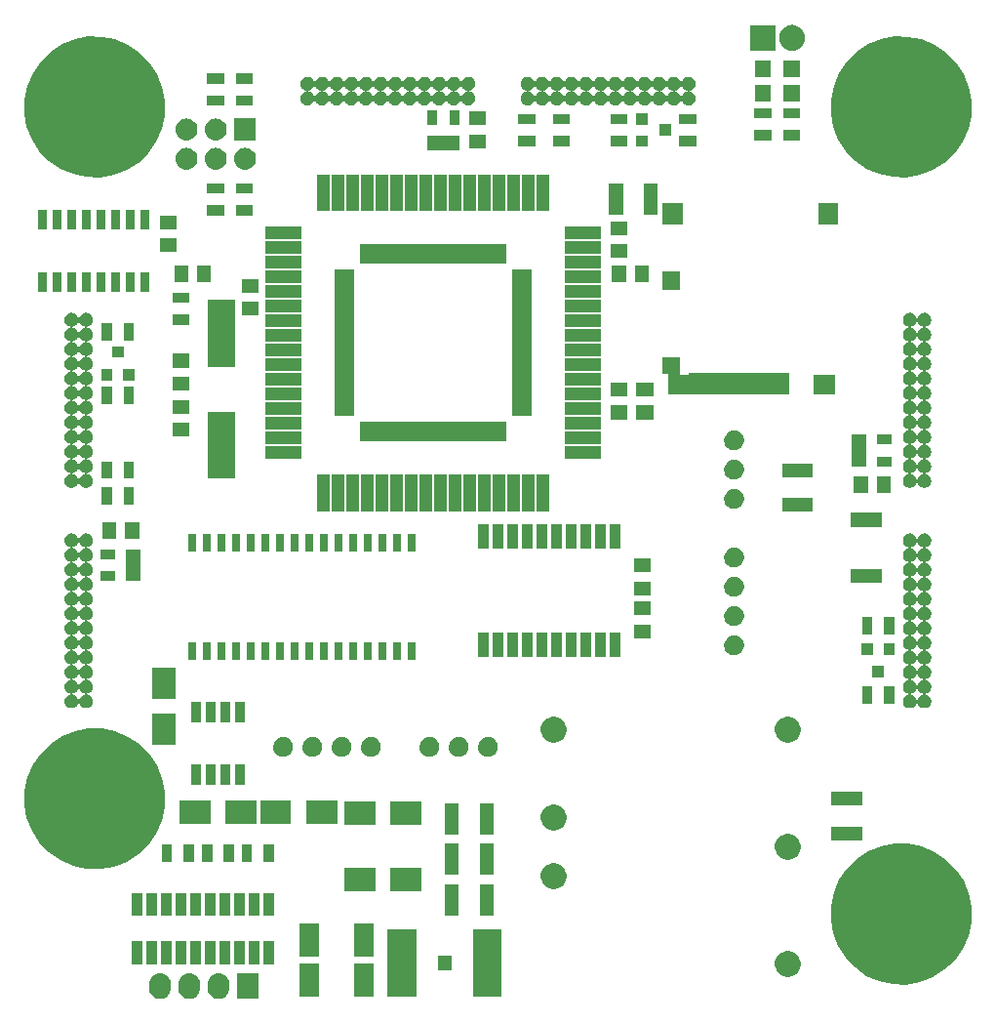
<source format=gts>
G04 #@! TF.FileFunction,Soldermask,Top*
%FSLAX46Y46*%
G04 Gerber Fmt 4.6, Leading zero omitted, Abs format (unit mm)*
G04 Created by KiCad (PCBNEW 4.0.5+dfsg1-4) date Tue May 30 16:14:19 2017*
%MOMM*%
%LPD*%
G01*
G04 APERTURE LIST*
%ADD10C,0.100000*%
%ADD11C,0.200000*%
G04 APERTURE END LIST*
D10*
D11*
X95361752Y-138745248D02*
X95361752Y-139745248D01*
D10*
G36*
X70863710Y-140148274D02*
X70863719Y-140148277D01*
X70863759Y-140148281D01*
X71043410Y-140203893D01*
X71208838Y-140293339D01*
X71353742Y-140413214D01*
X71472603Y-140558952D01*
X71560893Y-140725001D01*
X71615248Y-140905036D01*
X71633600Y-141092200D01*
X71633600Y-141407800D01*
X71633506Y-141421254D01*
X71612543Y-141608144D01*
X71555679Y-141787402D01*
X71465079Y-141952202D01*
X71344196Y-142096266D01*
X71197632Y-142214106D01*
X71030971Y-142301234D01*
X70850561Y-142354332D01*
X70850522Y-142354336D01*
X70850514Y-142354338D01*
X70663275Y-142371379D01*
X70476290Y-142351726D01*
X70476281Y-142351723D01*
X70476241Y-142351719D01*
X70296590Y-142296107D01*
X70131162Y-142206661D01*
X69986258Y-142086786D01*
X69867397Y-141941048D01*
X69779107Y-141774999D01*
X69724752Y-141594964D01*
X69706400Y-141407800D01*
X69706400Y-141092200D01*
X69706441Y-141086400D01*
X69706480Y-141080770D01*
X69706494Y-141078746D01*
X69727457Y-140891856D01*
X69784321Y-140712598D01*
X69874921Y-140547798D01*
X69995804Y-140403734D01*
X70142368Y-140285894D01*
X70309029Y-140198766D01*
X70489439Y-140145668D01*
X70489478Y-140145664D01*
X70489486Y-140145662D01*
X70676725Y-140128621D01*
X70863710Y-140148274D01*
X70863710Y-140148274D01*
G37*
G36*
X73403710Y-140148274D02*
X73403719Y-140148277D01*
X73403759Y-140148281D01*
X73583410Y-140203893D01*
X73748838Y-140293339D01*
X73893742Y-140413214D01*
X74012603Y-140558952D01*
X74100893Y-140725001D01*
X74155248Y-140905036D01*
X74173600Y-141092200D01*
X74173600Y-141407800D01*
X74173506Y-141421254D01*
X74152543Y-141608144D01*
X74095679Y-141787402D01*
X74005079Y-141952202D01*
X73884196Y-142096266D01*
X73737632Y-142214106D01*
X73570971Y-142301234D01*
X73390561Y-142354332D01*
X73390522Y-142354336D01*
X73390514Y-142354338D01*
X73203275Y-142371379D01*
X73016290Y-142351726D01*
X73016281Y-142351723D01*
X73016241Y-142351719D01*
X72836590Y-142296107D01*
X72671162Y-142206661D01*
X72526258Y-142086786D01*
X72407397Y-141941048D01*
X72319107Y-141774999D01*
X72264752Y-141594964D01*
X72246400Y-141407800D01*
X72246400Y-141092200D01*
X72246441Y-141086400D01*
X72246480Y-141080770D01*
X72246494Y-141078746D01*
X72267457Y-140891856D01*
X72324321Y-140712598D01*
X72414921Y-140547798D01*
X72535804Y-140403734D01*
X72682368Y-140285894D01*
X72849029Y-140198766D01*
X73029439Y-140145668D01*
X73029478Y-140145664D01*
X73029486Y-140145662D01*
X73216725Y-140128621D01*
X73403710Y-140148274D01*
X73403710Y-140148274D01*
G37*
G36*
X75943710Y-140148274D02*
X75943719Y-140148277D01*
X75943759Y-140148281D01*
X76123410Y-140203893D01*
X76288838Y-140293339D01*
X76433742Y-140413214D01*
X76552603Y-140558952D01*
X76640893Y-140725001D01*
X76695248Y-140905036D01*
X76713600Y-141092200D01*
X76713600Y-141407800D01*
X76713506Y-141421254D01*
X76692543Y-141608144D01*
X76635679Y-141787402D01*
X76545079Y-141952202D01*
X76424196Y-142096266D01*
X76277632Y-142214106D01*
X76110971Y-142301234D01*
X75930561Y-142354332D01*
X75930522Y-142354336D01*
X75930514Y-142354338D01*
X75743275Y-142371379D01*
X75556290Y-142351726D01*
X75556281Y-142351723D01*
X75556241Y-142351719D01*
X75376590Y-142296107D01*
X75211162Y-142206661D01*
X75066258Y-142086786D01*
X74947397Y-141941048D01*
X74859107Y-141774999D01*
X74804752Y-141594964D01*
X74786400Y-141407800D01*
X74786400Y-141092200D01*
X74786441Y-141086400D01*
X74786480Y-141080770D01*
X74786494Y-141078746D01*
X74807457Y-140891856D01*
X74864321Y-140712598D01*
X74954921Y-140547798D01*
X75075804Y-140403734D01*
X75222368Y-140285894D01*
X75389029Y-140198766D01*
X75569439Y-140145668D01*
X75569478Y-140145664D01*
X75569486Y-140145662D01*
X75756725Y-140128621D01*
X75943710Y-140148274D01*
X75943710Y-140148274D01*
G37*
G36*
X79253600Y-142366000D02*
X77326400Y-142366000D01*
X77326400Y-140134000D01*
X79253600Y-140134000D01*
X79253600Y-142366000D01*
X79253600Y-142366000D01*
G37*
G36*
X84450270Y-142200010D02*
X82749130Y-142200010D01*
X82749130Y-139299990D01*
X84450270Y-139299990D01*
X84450270Y-142200010D01*
X84450270Y-142200010D01*
G37*
G36*
X89250870Y-142200010D02*
X87549730Y-142200010D01*
X87549730Y-139299990D01*
X89250870Y-139299990D01*
X89250870Y-142200010D01*
X89250870Y-142200010D01*
G37*
G36*
X92911752Y-142145248D02*
X90411752Y-142145248D01*
X90411752Y-136345248D01*
X92911752Y-136345248D01*
X92911752Y-142145248D01*
X92911752Y-142145248D01*
G37*
G36*
X100311752Y-142145248D02*
X97811752Y-142145248D01*
X97811752Y-136345248D01*
X100311752Y-136345248D01*
X100311752Y-142145248D01*
X100311752Y-142145248D01*
G37*
G36*
X135640709Y-128904061D02*
X136812549Y-129144606D01*
X137915345Y-129608179D01*
X138907100Y-130277125D01*
X139750037Y-131125967D01*
X140412044Y-132122367D01*
X140867906Y-133228373D01*
X141100195Y-134401520D01*
X141100195Y-134401530D01*
X141100261Y-134401864D01*
X141081182Y-135768232D01*
X141081106Y-135768566D01*
X141081106Y-135768578D01*
X140816153Y-136934774D01*
X140329584Y-138027625D01*
X139640015Y-139005152D01*
X138773704Y-139830128D01*
X137763663Y-140471119D01*
X136648348Y-140903723D01*
X135470253Y-141111452D01*
X134274243Y-141086400D01*
X133105871Y-140829516D01*
X132009656Y-140350591D01*
X131027339Y-139667863D01*
X130196336Y-138807334D01*
X129548308Y-137801792D01*
X129107930Y-136689526D01*
X128891979Y-135512902D01*
X128908683Y-134316748D01*
X129157400Y-133146621D01*
X129628664Y-132047082D01*
X130304517Y-131060023D01*
X131159223Y-130223033D01*
X132160219Y-129567999D01*
X133269383Y-129119868D01*
X134444463Y-128895709D01*
X135640709Y-128904061D01*
X135640709Y-128904061D01*
G37*
G36*
X125277218Y-138204741D02*
X125491609Y-138248750D01*
X125693364Y-138333560D01*
X125874808Y-138455944D01*
X126029028Y-138611245D01*
X126150138Y-138793532D01*
X126233540Y-138995877D01*
X126275982Y-139210227D01*
X126275982Y-139210237D01*
X126276048Y-139210571D01*
X126272557Y-139460549D01*
X126272481Y-139460883D01*
X126272481Y-139460895D01*
X126224073Y-139673968D01*
X126135054Y-139873907D01*
X126008897Y-140052746D01*
X125850401Y-140203679D01*
X125665616Y-140320947D01*
X125461567Y-140400094D01*
X125246035Y-140438097D01*
X125027224Y-140433514D01*
X124813464Y-140386516D01*
X124612913Y-140298897D01*
X124433198Y-140173991D01*
X124281163Y-140016554D01*
X124162607Y-139832593D01*
X124082039Y-139629102D01*
X124042530Y-139413833D01*
X124045587Y-139194997D01*
X124091089Y-138980924D01*
X124177308Y-138779760D01*
X124300956Y-138599177D01*
X124457327Y-138446047D01*
X124640459Y-138326209D01*
X124843382Y-138244222D01*
X125058361Y-138203213D01*
X125277218Y-138204741D01*
X125277218Y-138204741D01*
G37*
G36*
X95961752Y-139845248D02*
X94761752Y-139845248D01*
X94761752Y-138645248D01*
X95961752Y-138645248D01*
X95961752Y-139845248D01*
X95961752Y-139845248D01*
G37*
G36*
X76800000Y-139380000D02*
X75840000Y-139380000D01*
X75840000Y-137380000D01*
X76800000Y-137380000D01*
X76800000Y-139380000D01*
X76800000Y-139380000D01*
G37*
G36*
X70450000Y-139380000D02*
X69490000Y-139380000D01*
X69490000Y-137380000D01*
X70450000Y-137380000D01*
X70450000Y-139380000D01*
X70450000Y-139380000D01*
G37*
G36*
X71720000Y-139380000D02*
X70760000Y-139380000D01*
X70760000Y-137380000D01*
X71720000Y-137380000D01*
X71720000Y-139380000D01*
X71720000Y-139380000D01*
G37*
G36*
X72990000Y-139380000D02*
X72030000Y-139380000D01*
X72030000Y-137380000D01*
X72990000Y-137380000D01*
X72990000Y-139380000D01*
X72990000Y-139380000D01*
G37*
G36*
X74260000Y-139380000D02*
X73300000Y-139380000D01*
X73300000Y-137380000D01*
X74260000Y-137380000D01*
X74260000Y-139380000D01*
X74260000Y-139380000D01*
G37*
G36*
X75530000Y-139380000D02*
X74570000Y-139380000D01*
X74570000Y-137380000D01*
X75530000Y-137380000D01*
X75530000Y-139380000D01*
X75530000Y-139380000D01*
G37*
G36*
X78070000Y-139380000D02*
X77110000Y-139380000D01*
X77110000Y-137380000D01*
X78070000Y-137380000D01*
X78070000Y-139380000D01*
X78070000Y-139380000D01*
G37*
G36*
X79340000Y-139380000D02*
X78380000Y-139380000D01*
X78380000Y-137380000D01*
X79340000Y-137380000D01*
X79340000Y-139380000D01*
X79340000Y-139380000D01*
G37*
G36*
X80610000Y-139380000D02*
X79650000Y-139380000D01*
X79650000Y-137380000D01*
X80610000Y-137380000D01*
X80610000Y-139380000D01*
X80610000Y-139380000D01*
G37*
G36*
X69180000Y-139380000D02*
X68220000Y-139380000D01*
X68220000Y-137380000D01*
X69180000Y-137380000D01*
X69180000Y-139380000D01*
X69180000Y-139380000D01*
G37*
G36*
X89250870Y-138700010D02*
X87549730Y-138700010D01*
X87549730Y-135799990D01*
X89250870Y-135799990D01*
X89250870Y-138700010D01*
X89250870Y-138700010D01*
G37*
G36*
X84450270Y-138700010D02*
X82749130Y-138700010D01*
X82749130Y-135799990D01*
X84450270Y-135799990D01*
X84450270Y-138700010D01*
X84450270Y-138700010D01*
G37*
G36*
X80610000Y-135180000D02*
X79650000Y-135180000D01*
X79650000Y-133180000D01*
X80610000Y-133180000D01*
X80610000Y-135180000D01*
X80610000Y-135180000D01*
G37*
G36*
X69180000Y-135180000D02*
X68220000Y-135180000D01*
X68220000Y-133180000D01*
X69180000Y-133180000D01*
X69180000Y-135180000D01*
X69180000Y-135180000D01*
G37*
G36*
X70450000Y-135180000D02*
X69490000Y-135180000D01*
X69490000Y-133180000D01*
X70450000Y-133180000D01*
X70450000Y-135180000D01*
X70450000Y-135180000D01*
G37*
G36*
X72990000Y-135180000D02*
X72030000Y-135180000D01*
X72030000Y-133180000D01*
X72990000Y-133180000D01*
X72990000Y-135180000D01*
X72990000Y-135180000D01*
G37*
G36*
X79340000Y-135180000D02*
X78380000Y-135180000D01*
X78380000Y-133180000D01*
X79340000Y-133180000D01*
X79340000Y-135180000D01*
X79340000Y-135180000D01*
G37*
G36*
X76800000Y-135180000D02*
X75840000Y-135180000D01*
X75840000Y-133180000D01*
X76800000Y-133180000D01*
X76800000Y-135180000D01*
X76800000Y-135180000D01*
G37*
G36*
X71720000Y-135180000D02*
X70760000Y-135180000D01*
X70760000Y-133180000D01*
X71720000Y-133180000D01*
X71720000Y-135180000D01*
X71720000Y-135180000D01*
G37*
G36*
X75530000Y-135180000D02*
X74570000Y-135180000D01*
X74570000Y-133180000D01*
X75530000Y-133180000D01*
X75530000Y-135180000D01*
X75530000Y-135180000D01*
G37*
G36*
X74260000Y-135180000D02*
X73300000Y-135180000D01*
X73300000Y-133180000D01*
X74260000Y-133180000D01*
X74260000Y-135180000D01*
X74260000Y-135180000D01*
G37*
G36*
X78070000Y-135180000D02*
X77110000Y-135180000D01*
X77110000Y-133180000D01*
X78070000Y-133180000D01*
X78070000Y-135180000D01*
X78070000Y-135180000D01*
G37*
G36*
X96600000Y-135100000D02*
X95400000Y-135100000D01*
X95400000Y-132400000D01*
X96600000Y-132400000D01*
X96600000Y-135100000D01*
X96600000Y-135100000D01*
G37*
G36*
X99600000Y-135100000D02*
X98400000Y-135100000D01*
X98400000Y-132400000D01*
X99600000Y-132400000D01*
X99600000Y-135100000D01*
X99600000Y-135100000D01*
G37*
G36*
X93348660Y-133000430D02*
X90649300Y-133000430D01*
X90649300Y-130999570D01*
X93348660Y-130999570D01*
X93348660Y-133000430D01*
X93348660Y-133000430D01*
G37*
G36*
X89350700Y-133000430D02*
X86651340Y-133000430D01*
X86651340Y-130999570D01*
X89350700Y-130999570D01*
X89350700Y-133000430D01*
X89350700Y-133000430D01*
G37*
G36*
X104957218Y-130584741D02*
X105171609Y-130628750D01*
X105373364Y-130713560D01*
X105554808Y-130835944D01*
X105709028Y-130991245D01*
X105830138Y-131173532D01*
X105913540Y-131375877D01*
X105955982Y-131590227D01*
X105955982Y-131590237D01*
X105956048Y-131590571D01*
X105952557Y-131840549D01*
X105952481Y-131840883D01*
X105952481Y-131840895D01*
X105904073Y-132053968D01*
X105815054Y-132253907D01*
X105688897Y-132432746D01*
X105530401Y-132583679D01*
X105345616Y-132700947D01*
X105141567Y-132780094D01*
X104926035Y-132818097D01*
X104707224Y-132813514D01*
X104493464Y-132766516D01*
X104292913Y-132678897D01*
X104113198Y-132553991D01*
X103961163Y-132396554D01*
X103842607Y-132212593D01*
X103762039Y-132009102D01*
X103722530Y-131793833D01*
X103725587Y-131574997D01*
X103771089Y-131360924D01*
X103857308Y-131159760D01*
X103980956Y-130979177D01*
X104137327Y-130826047D01*
X104320459Y-130706209D01*
X104523382Y-130624222D01*
X104738361Y-130583213D01*
X104957218Y-130584741D01*
X104957218Y-130584741D01*
G37*
G36*
X99600000Y-131600000D02*
X98400000Y-131600000D01*
X98400000Y-128900000D01*
X99600000Y-128900000D01*
X99600000Y-131600000D01*
X99600000Y-131600000D01*
G37*
G36*
X96600000Y-131600000D02*
X95400000Y-131600000D01*
X95400000Y-128900000D01*
X96600000Y-128900000D01*
X96600000Y-131600000D01*
X96600000Y-131600000D01*
G37*
G36*
X65640709Y-118904061D02*
X66812549Y-119144606D01*
X67915345Y-119608179D01*
X68907100Y-120277125D01*
X69750037Y-121125967D01*
X70412044Y-122122367D01*
X70867906Y-123228373D01*
X71100195Y-124401520D01*
X71100195Y-124401530D01*
X71100261Y-124401864D01*
X71081182Y-125768232D01*
X71081106Y-125768566D01*
X71081106Y-125768578D01*
X70816153Y-126934774D01*
X70329584Y-128027625D01*
X69640015Y-129005152D01*
X68773704Y-129830128D01*
X67763663Y-130471119D01*
X66648348Y-130903723D01*
X65470253Y-131111452D01*
X64274243Y-131086400D01*
X63105871Y-130829516D01*
X62009656Y-130350591D01*
X61027339Y-129667863D01*
X60196336Y-128807334D01*
X59548308Y-127801792D01*
X59107930Y-126689526D01*
X58891979Y-125512902D01*
X58908683Y-124316748D01*
X59157400Y-123146621D01*
X59628664Y-122047082D01*
X60304517Y-121060023D01*
X61159223Y-120223033D01*
X62160219Y-119567999D01*
X63269383Y-119119868D01*
X64444463Y-118895709D01*
X65640709Y-118904061D01*
X65640709Y-118904061D01*
G37*
G36*
X75202876Y-130440452D02*
X74302876Y-130440452D01*
X74302876Y-128940452D01*
X75202876Y-128940452D01*
X75202876Y-130440452D01*
X75202876Y-130440452D01*
G37*
G36*
X71702876Y-130440452D02*
X70802876Y-130440452D01*
X70802876Y-128940452D01*
X71702876Y-128940452D01*
X71702876Y-130440452D01*
X71702876Y-130440452D01*
G37*
G36*
X73602876Y-130440452D02*
X72702876Y-130440452D01*
X72702876Y-128940452D01*
X73602876Y-128940452D01*
X73602876Y-130440452D01*
X73602876Y-130440452D01*
G37*
G36*
X77102876Y-130440452D02*
X76202876Y-130440452D01*
X76202876Y-128940452D01*
X77102876Y-128940452D01*
X77102876Y-130440452D01*
X77102876Y-130440452D01*
G37*
G36*
X78652876Y-130440452D02*
X77752876Y-130440452D01*
X77752876Y-128940452D01*
X78652876Y-128940452D01*
X78652876Y-130440452D01*
X78652876Y-130440452D01*
G37*
G36*
X80552876Y-130440452D02*
X79652876Y-130440452D01*
X79652876Y-128940452D01*
X80552876Y-128940452D01*
X80552876Y-130440452D01*
X80552876Y-130440452D01*
G37*
G36*
X125277218Y-128044741D02*
X125491609Y-128088750D01*
X125693364Y-128173560D01*
X125874808Y-128295944D01*
X126029028Y-128451245D01*
X126150138Y-128633532D01*
X126233540Y-128835877D01*
X126275982Y-129050227D01*
X126275982Y-129050237D01*
X126276048Y-129050571D01*
X126272557Y-129300549D01*
X126272481Y-129300883D01*
X126272481Y-129300895D01*
X126224073Y-129513968D01*
X126135054Y-129713907D01*
X126008897Y-129892746D01*
X125850401Y-130043679D01*
X125665616Y-130160947D01*
X125461567Y-130240094D01*
X125246035Y-130278097D01*
X125027224Y-130273514D01*
X124813464Y-130226516D01*
X124612913Y-130138897D01*
X124433198Y-130013991D01*
X124281163Y-129856554D01*
X124162607Y-129672593D01*
X124082039Y-129469102D01*
X124042530Y-129253833D01*
X124045587Y-129034997D01*
X124091089Y-128820924D01*
X124177308Y-128619760D01*
X124300956Y-128439177D01*
X124457327Y-128286047D01*
X124640459Y-128166209D01*
X124843382Y-128084222D01*
X125058361Y-128043213D01*
X125277218Y-128044741D01*
X125277218Y-128044741D01*
G37*
G36*
X131600000Y-128600000D02*
X128900000Y-128600000D01*
X128900000Y-127400000D01*
X131600000Y-127400000D01*
X131600000Y-128600000D01*
X131600000Y-128600000D01*
G37*
G36*
X99600000Y-128100000D02*
X98400000Y-128100000D01*
X98400000Y-125400000D01*
X99600000Y-125400000D01*
X99600000Y-128100000D01*
X99600000Y-128100000D01*
G37*
G36*
X96600000Y-128100000D02*
X95400000Y-128100000D01*
X95400000Y-125400000D01*
X96600000Y-125400000D01*
X96600000Y-128100000D01*
X96600000Y-128100000D01*
G37*
G36*
X104957218Y-125504741D02*
X105171609Y-125548750D01*
X105373364Y-125633560D01*
X105554808Y-125755944D01*
X105709028Y-125911245D01*
X105830138Y-126093532D01*
X105913540Y-126295877D01*
X105955982Y-126510227D01*
X105955982Y-126510237D01*
X105956048Y-126510571D01*
X105952557Y-126760549D01*
X105952481Y-126760883D01*
X105952481Y-126760895D01*
X105904073Y-126973968D01*
X105815054Y-127173907D01*
X105688897Y-127352746D01*
X105530401Y-127503679D01*
X105345616Y-127620947D01*
X105141567Y-127700094D01*
X104926035Y-127738097D01*
X104707224Y-127733514D01*
X104493464Y-127686516D01*
X104292913Y-127598897D01*
X104113198Y-127473991D01*
X103961163Y-127316554D01*
X103842607Y-127132593D01*
X103762039Y-126929102D01*
X103722530Y-126713833D01*
X103725587Y-126494997D01*
X103771089Y-126280924D01*
X103857308Y-126079760D01*
X103980956Y-125899177D01*
X104137327Y-125746047D01*
X104320459Y-125626209D01*
X104523382Y-125544222D01*
X104738361Y-125503213D01*
X104957218Y-125504741D01*
X104957218Y-125504741D01*
G37*
G36*
X89350700Y-127250430D02*
X86651340Y-127250430D01*
X86651340Y-125249570D01*
X89350700Y-125249570D01*
X89350700Y-127250430D01*
X89350700Y-127250430D01*
G37*
G36*
X93348660Y-127250430D02*
X90649300Y-127250430D01*
X90649300Y-125249570D01*
X93348660Y-125249570D01*
X93348660Y-127250430D01*
X93348660Y-127250430D01*
G37*
G36*
X79051536Y-127190882D02*
X76352176Y-127190882D01*
X76352176Y-125190022D01*
X79051536Y-125190022D01*
X79051536Y-127190882D01*
X79051536Y-127190882D01*
G37*
G36*
X86051536Y-127190882D02*
X83352176Y-127190882D01*
X83352176Y-125190022D01*
X86051536Y-125190022D01*
X86051536Y-127190882D01*
X86051536Y-127190882D01*
G37*
G36*
X82053576Y-127190882D02*
X79354216Y-127190882D01*
X79354216Y-125190022D01*
X82053576Y-125190022D01*
X82053576Y-127190882D01*
X82053576Y-127190882D01*
G37*
G36*
X75053576Y-127190882D02*
X72354216Y-127190882D01*
X72354216Y-125190022D01*
X75053576Y-125190022D01*
X75053576Y-127190882D01*
X75053576Y-127190882D01*
G37*
G36*
X131600000Y-125600000D02*
X128900000Y-125600000D01*
X128900000Y-124400000D01*
X131600000Y-124400000D01*
X131600000Y-125600000D01*
X131600000Y-125600000D01*
G37*
G36*
X76737876Y-123765452D02*
X75937876Y-123765452D01*
X75937876Y-122015452D01*
X76737876Y-122015452D01*
X76737876Y-123765452D01*
X76737876Y-123765452D01*
G37*
G36*
X78007876Y-123765452D02*
X77207876Y-123765452D01*
X77207876Y-122015452D01*
X78007876Y-122015452D01*
X78007876Y-123765452D01*
X78007876Y-123765452D01*
G37*
G36*
X74197876Y-123765452D02*
X73397876Y-123765452D01*
X73397876Y-122015452D01*
X74197876Y-122015452D01*
X74197876Y-123765452D01*
X74197876Y-123765452D01*
G37*
G36*
X75467876Y-123765452D02*
X74667876Y-123765452D01*
X74667876Y-122015452D01*
X75467876Y-122015452D01*
X75467876Y-123765452D01*
X75467876Y-123765452D01*
G37*
G36*
X81450539Y-119638572D02*
X81616136Y-119672564D01*
X81771971Y-119738072D01*
X81912119Y-119832602D01*
X82031237Y-119952555D01*
X82124788Y-120093359D01*
X82189203Y-120249645D01*
X82221971Y-120415133D01*
X82221971Y-120415143D01*
X82222037Y-120415477D01*
X82219341Y-120608560D01*
X82219265Y-120608894D01*
X82219265Y-120608905D01*
X82181891Y-120773406D01*
X82113133Y-120927839D01*
X82015690Y-121065974D01*
X81893266Y-121182556D01*
X81750539Y-121273134D01*
X81592931Y-121334267D01*
X81426454Y-121363620D01*
X81257444Y-121360081D01*
X81092336Y-121323779D01*
X80937431Y-121256103D01*
X80798613Y-121159622D01*
X80681184Y-121038020D01*
X80589612Y-120895928D01*
X80527381Y-120738752D01*
X80496864Y-120572476D01*
X80499225Y-120403447D01*
X80534371Y-120238097D01*
X80600967Y-120082718D01*
X80696473Y-119943235D01*
X80817254Y-119824957D01*
X80958705Y-119732394D01*
X81115444Y-119669067D01*
X81281493Y-119637392D01*
X81450539Y-119638572D01*
X81450539Y-119638572D01*
G37*
G36*
X83990539Y-119638572D02*
X84156136Y-119672564D01*
X84311971Y-119738072D01*
X84452119Y-119832602D01*
X84571237Y-119952555D01*
X84664788Y-120093359D01*
X84729203Y-120249645D01*
X84761971Y-120415133D01*
X84761971Y-120415143D01*
X84762037Y-120415477D01*
X84759341Y-120608560D01*
X84759265Y-120608894D01*
X84759265Y-120608905D01*
X84721891Y-120773406D01*
X84653133Y-120927839D01*
X84555690Y-121065974D01*
X84433266Y-121182556D01*
X84290539Y-121273134D01*
X84132931Y-121334267D01*
X83966454Y-121363620D01*
X83797444Y-121360081D01*
X83632336Y-121323779D01*
X83477431Y-121256103D01*
X83338613Y-121159622D01*
X83221184Y-121038020D01*
X83129612Y-120895928D01*
X83067381Y-120738752D01*
X83036864Y-120572476D01*
X83039225Y-120403447D01*
X83074371Y-120238097D01*
X83140967Y-120082718D01*
X83236473Y-119943235D01*
X83357254Y-119824957D01*
X83498705Y-119732394D01*
X83655444Y-119669067D01*
X83821493Y-119637392D01*
X83990539Y-119638572D01*
X83990539Y-119638572D01*
G37*
G36*
X86530539Y-119638572D02*
X86696136Y-119672564D01*
X86851971Y-119738072D01*
X86992119Y-119832602D01*
X87111237Y-119952555D01*
X87204788Y-120093359D01*
X87269203Y-120249645D01*
X87301971Y-120415133D01*
X87301971Y-120415143D01*
X87302037Y-120415477D01*
X87299341Y-120608560D01*
X87299265Y-120608894D01*
X87299265Y-120608905D01*
X87261891Y-120773406D01*
X87193133Y-120927839D01*
X87095690Y-121065974D01*
X86973266Y-121182556D01*
X86830539Y-121273134D01*
X86672931Y-121334267D01*
X86506454Y-121363620D01*
X86337444Y-121360081D01*
X86172336Y-121323779D01*
X86017431Y-121256103D01*
X85878613Y-121159622D01*
X85761184Y-121038020D01*
X85669612Y-120895928D01*
X85607381Y-120738752D01*
X85576864Y-120572476D01*
X85579225Y-120403447D01*
X85614371Y-120238097D01*
X85680967Y-120082718D01*
X85776473Y-119943235D01*
X85897254Y-119824957D01*
X86038705Y-119732394D01*
X86195444Y-119669067D01*
X86361493Y-119637392D01*
X86530539Y-119638572D01*
X86530539Y-119638572D01*
G37*
G36*
X89070539Y-119638572D02*
X89236136Y-119672564D01*
X89391971Y-119738072D01*
X89532119Y-119832602D01*
X89651237Y-119952555D01*
X89744788Y-120093359D01*
X89809203Y-120249645D01*
X89841971Y-120415133D01*
X89841971Y-120415143D01*
X89842037Y-120415477D01*
X89839341Y-120608560D01*
X89839265Y-120608894D01*
X89839265Y-120608905D01*
X89801891Y-120773406D01*
X89733133Y-120927839D01*
X89635690Y-121065974D01*
X89513266Y-121182556D01*
X89370539Y-121273134D01*
X89212931Y-121334267D01*
X89046454Y-121363620D01*
X88877444Y-121360081D01*
X88712336Y-121323779D01*
X88557431Y-121256103D01*
X88418613Y-121159622D01*
X88301184Y-121038020D01*
X88209612Y-120895928D01*
X88147381Y-120738752D01*
X88116864Y-120572476D01*
X88119225Y-120403447D01*
X88154371Y-120238097D01*
X88220967Y-120082718D01*
X88316473Y-119943235D01*
X88437254Y-119824957D01*
X88578705Y-119732394D01*
X88735444Y-119669067D01*
X88901493Y-119637392D01*
X89070539Y-119638572D01*
X89070539Y-119638572D01*
G37*
G36*
X94150539Y-119638572D02*
X94316136Y-119672564D01*
X94471971Y-119738072D01*
X94612119Y-119832602D01*
X94731237Y-119952555D01*
X94824788Y-120093359D01*
X94889203Y-120249645D01*
X94921971Y-120415133D01*
X94921971Y-120415143D01*
X94922037Y-120415477D01*
X94919341Y-120608560D01*
X94919265Y-120608894D01*
X94919265Y-120608905D01*
X94881891Y-120773406D01*
X94813133Y-120927839D01*
X94715690Y-121065974D01*
X94593266Y-121182556D01*
X94450539Y-121273134D01*
X94292931Y-121334267D01*
X94126454Y-121363620D01*
X93957444Y-121360081D01*
X93792336Y-121323779D01*
X93637431Y-121256103D01*
X93498613Y-121159622D01*
X93381184Y-121038020D01*
X93289612Y-120895928D01*
X93227381Y-120738752D01*
X93196864Y-120572476D01*
X93199225Y-120403447D01*
X93234371Y-120238097D01*
X93300967Y-120082718D01*
X93396473Y-119943235D01*
X93517254Y-119824957D01*
X93658705Y-119732394D01*
X93815444Y-119669067D01*
X93981493Y-119637392D01*
X94150539Y-119638572D01*
X94150539Y-119638572D01*
G37*
G36*
X96690539Y-119638572D02*
X96856136Y-119672564D01*
X97011971Y-119738072D01*
X97152119Y-119832602D01*
X97271237Y-119952555D01*
X97364788Y-120093359D01*
X97429203Y-120249645D01*
X97461971Y-120415133D01*
X97461971Y-120415143D01*
X97462037Y-120415477D01*
X97459341Y-120608560D01*
X97459265Y-120608894D01*
X97459265Y-120608905D01*
X97421891Y-120773406D01*
X97353133Y-120927839D01*
X97255690Y-121065974D01*
X97133266Y-121182556D01*
X96990539Y-121273134D01*
X96832931Y-121334267D01*
X96666454Y-121363620D01*
X96497444Y-121360081D01*
X96332336Y-121323779D01*
X96177431Y-121256103D01*
X96038613Y-121159622D01*
X95921184Y-121038020D01*
X95829612Y-120895928D01*
X95767381Y-120738752D01*
X95736864Y-120572476D01*
X95739225Y-120403447D01*
X95774371Y-120238097D01*
X95840967Y-120082718D01*
X95936473Y-119943235D01*
X96057254Y-119824957D01*
X96198705Y-119732394D01*
X96355444Y-119669067D01*
X96521493Y-119637392D01*
X96690539Y-119638572D01*
X96690539Y-119638572D01*
G37*
G36*
X99230539Y-119638572D02*
X99396136Y-119672564D01*
X99551971Y-119738072D01*
X99692119Y-119832602D01*
X99811237Y-119952555D01*
X99904788Y-120093359D01*
X99969203Y-120249645D01*
X100001971Y-120415133D01*
X100001971Y-120415143D01*
X100002037Y-120415477D01*
X99999341Y-120608560D01*
X99999265Y-120608894D01*
X99999265Y-120608905D01*
X99961891Y-120773406D01*
X99893133Y-120927839D01*
X99795690Y-121065974D01*
X99673266Y-121182556D01*
X99530539Y-121273134D01*
X99372931Y-121334267D01*
X99206454Y-121363620D01*
X99037444Y-121360081D01*
X98872336Y-121323779D01*
X98717431Y-121256103D01*
X98578613Y-121159622D01*
X98461184Y-121038020D01*
X98369612Y-120895928D01*
X98307381Y-120738752D01*
X98276864Y-120572476D01*
X98279225Y-120403447D01*
X98314371Y-120238097D01*
X98380967Y-120082718D01*
X98476473Y-119943235D01*
X98597254Y-119824957D01*
X98738705Y-119732394D01*
X98895444Y-119669067D01*
X99061493Y-119637392D01*
X99230539Y-119638572D01*
X99230539Y-119638572D01*
G37*
G36*
X72000430Y-120348660D02*
X69999570Y-120348660D01*
X69999570Y-117649300D01*
X72000430Y-117649300D01*
X72000430Y-120348660D01*
X72000430Y-120348660D01*
G37*
G36*
X125277218Y-117884741D02*
X125491609Y-117928750D01*
X125693364Y-118013560D01*
X125874808Y-118135944D01*
X126029028Y-118291245D01*
X126150138Y-118473532D01*
X126233540Y-118675877D01*
X126275982Y-118890227D01*
X126275982Y-118890237D01*
X126276048Y-118890571D01*
X126272557Y-119140549D01*
X126272481Y-119140883D01*
X126272481Y-119140895D01*
X126224073Y-119353968D01*
X126135054Y-119553907D01*
X126008897Y-119732746D01*
X125850401Y-119883679D01*
X125665616Y-120000947D01*
X125461567Y-120080094D01*
X125246035Y-120118097D01*
X125027224Y-120113514D01*
X124813464Y-120066516D01*
X124612913Y-119978897D01*
X124433198Y-119853991D01*
X124281163Y-119696554D01*
X124162607Y-119512593D01*
X124082039Y-119309102D01*
X124042530Y-119093833D01*
X124045587Y-118874997D01*
X124091089Y-118660924D01*
X124177308Y-118459760D01*
X124300956Y-118279177D01*
X124457327Y-118126047D01*
X124640459Y-118006209D01*
X124843382Y-117924222D01*
X125058361Y-117883213D01*
X125277218Y-117884741D01*
X125277218Y-117884741D01*
G37*
G36*
X104957218Y-117884741D02*
X105171609Y-117928750D01*
X105373364Y-118013560D01*
X105554808Y-118135944D01*
X105709028Y-118291245D01*
X105830138Y-118473532D01*
X105913540Y-118675877D01*
X105955982Y-118890227D01*
X105955982Y-118890237D01*
X105956048Y-118890571D01*
X105952557Y-119140549D01*
X105952481Y-119140883D01*
X105952481Y-119140895D01*
X105904073Y-119353968D01*
X105815054Y-119553907D01*
X105688897Y-119732746D01*
X105530401Y-119883679D01*
X105345616Y-120000947D01*
X105141567Y-120080094D01*
X104926035Y-120118097D01*
X104707224Y-120113514D01*
X104493464Y-120066516D01*
X104292913Y-119978897D01*
X104113198Y-119853991D01*
X103961163Y-119696554D01*
X103842607Y-119512593D01*
X103762039Y-119309102D01*
X103722530Y-119093833D01*
X103725587Y-118874997D01*
X103771089Y-118660924D01*
X103857308Y-118459760D01*
X103980956Y-118279177D01*
X104137327Y-118126047D01*
X104320459Y-118006209D01*
X104523382Y-117924222D01*
X104738361Y-117883213D01*
X104957218Y-117884741D01*
X104957218Y-117884741D01*
G37*
G36*
X78007876Y-118365452D02*
X77207876Y-118365452D01*
X77207876Y-116615452D01*
X78007876Y-116615452D01*
X78007876Y-118365452D01*
X78007876Y-118365452D01*
G37*
G36*
X76737876Y-118365452D02*
X75937876Y-118365452D01*
X75937876Y-116615452D01*
X76737876Y-116615452D01*
X76737876Y-118365452D01*
X76737876Y-118365452D01*
G37*
G36*
X75467876Y-118365452D02*
X74667876Y-118365452D01*
X74667876Y-116615452D01*
X75467876Y-116615452D01*
X75467876Y-118365452D01*
X75467876Y-118365452D01*
G37*
G36*
X74197876Y-118365452D02*
X73397876Y-118365452D01*
X73397876Y-116615452D01*
X74197876Y-116615452D01*
X74197876Y-118365452D01*
X74197876Y-118365452D01*
G37*
G36*
X137083020Y-101975398D02*
X137198285Y-101999059D01*
X137306755Y-102044655D01*
X137404308Y-102110455D01*
X137487217Y-102193945D01*
X137552336Y-102291956D01*
X137597171Y-102400737D01*
X137619960Y-102515823D01*
X137619960Y-102515833D01*
X137620026Y-102516167D01*
X137618149Y-102650564D01*
X137618073Y-102650898D01*
X137618073Y-102650910D01*
X137592084Y-102765305D01*
X137544223Y-102872800D01*
X137476398Y-102968949D01*
X137391182Y-103050098D01*
X137291837Y-103113145D01*
X137182133Y-103155696D01*
X137151877Y-103161031D01*
X137138503Y-103165399D01*
X137126875Y-103173320D01*
X137117914Y-103184167D01*
X137112330Y-103197081D01*
X137110565Y-103211039D01*
X137112758Y-103224937D01*
X137118737Y-103237673D01*
X137128027Y-103248240D01*
X137139892Y-103255800D01*
X137150505Y-103259250D01*
X137198285Y-103269058D01*
X137306755Y-103314655D01*
X137404308Y-103380455D01*
X137487217Y-103463945D01*
X137552336Y-103561956D01*
X137597171Y-103670737D01*
X137619960Y-103785823D01*
X137619960Y-103785833D01*
X137620026Y-103786167D01*
X137618149Y-103920564D01*
X137618073Y-103920898D01*
X137618073Y-103920910D01*
X137592084Y-104035305D01*
X137544223Y-104142800D01*
X137476398Y-104238949D01*
X137391182Y-104320098D01*
X137291837Y-104383145D01*
X137182133Y-104425696D01*
X137151877Y-104431031D01*
X137138503Y-104435399D01*
X137126875Y-104443320D01*
X137117914Y-104454167D01*
X137112330Y-104467081D01*
X137110565Y-104481039D01*
X137112758Y-104494937D01*
X137118737Y-104507673D01*
X137128027Y-104518240D01*
X137139892Y-104525800D01*
X137150505Y-104529250D01*
X137198285Y-104539058D01*
X137306755Y-104584655D01*
X137404308Y-104650455D01*
X137487217Y-104733945D01*
X137552336Y-104831956D01*
X137597171Y-104940737D01*
X137619960Y-105055823D01*
X137619960Y-105055833D01*
X137620026Y-105056167D01*
X137618149Y-105190564D01*
X137618073Y-105190898D01*
X137618073Y-105190910D01*
X137592084Y-105305305D01*
X137544223Y-105412800D01*
X137476398Y-105508949D01*
X137391182Y-105590098D01*
X137291837Y-105653145D01*
X137182133Y-105695696D01*
X137151877Y-105701031D01*
X137138503Y-105705399D01*
X137126875Y-105713320D01*
X137117914Y-105724167D01*
X137112330Y-105737081D01*
X137110565Y-105751039D01*
X137112758Y-105764937D01*
X137118737Y-105777673D01*
X137128027Y-105788240D01*
X137139892Y-105795800D01*
X137150505Y-105799250D01*
X137198285Y-105809058D01*
X137306755Y-105854655D01*
X137404308Y-105920455D01*
X137487217Y-106003945D01*
X137552336Y-106101956D01*
X137597171Y-106210737D01*
X137619960Y-106325823D01*
X137619960Y-106325833D01*
X137620026Y-106326167D01*
X137618149Y-106460564D01*
X137618073Y-106460898D01*
X137618073Y-106460910D01*
X137592084Y-106575305D01*
X137544223Y-106682800D01*
X137476398Y-106778949D01*
X137391182Y-106860098D01*
X137291837Y-106923145D01*
X137182133Y-106965696D01*
X137151877Y-106971031D01*
X137138503Y-106975399D01*
X137126875Y-106983320D01*
X137117914Y-106994167D01*
X137112330Y-107007081D01*
X137110565Y-107021039D01*
X137112758Y-107034937D01*
X137118737Y-107047673D01*
X137128027Y-107058240D01*
X137139892Y-107065800D01*
X137150505Y-107069250D01*
X137198285Y-107079058D01*
X137306755Y-107124655D01*
X137404308Y-107190455D01*
X137487217Y-107273945D01*
X137552336Y-107371956D01*
X137597171Y-107480737D01*
X137619960Y-107595823D01*
X137619960Y-107595833D01*
X137620026Y-107596167D01*
X137618149Y-107730564D01*
X137618073Y-107730898D01*
X137618073Y-107730910D01*
X137592084Y-107845305D01*
X137544223Y-107952800D01*
X137476398Y-108048949D01*
X137391182Y-108130098D01*
X137291837Y-108193145D01*
X137182133Y-108235696D01*
X137151877Y-108241031D01*
X137138503Y-108245399D01*
X137126875Y-108253320D01*
X137117914Y-108264167D01*
X137112330Y-108277081D01*
X137110565Y-108291039D01*
X137112758Y-108304937D01*
X137118737Y-108317673D01*
X137128027Y-108328240D01*
X137139892Y-108335800D01*
X137150505Y-108339250D01*
X137198285Y-108349058D01*
X137306755Y-108394655D01*
X137404308Y-108460455D01*
X137487217Y-108543945D01*
X137552336Y-108641956D01*
X137597171Y-108750737D01*
X137619960Y-108865823D01*
X137619960Y-108865833D01*
X137620026Y-108866167D01*
X137618149Y-109000564D01*
X137618073Y-109000898D01*
X137618073Y-109000910D01*
X137592084Y-109115305D01*
X137544223Y-109222800D01*
X137476398Y-109318949D01*
X137391182Y-109400098D01*
X137291837Y-109463145D01*
X137182133Y-109505696D01*
X137151877Y-109511031D01*
X137138503Y-109515399D01*
X137126875Y-109523320D01*
X137117914Y-109534167D01*
X137112330Y-109547081D01*
X137110565Y-109561039D01*
X137112758Y-109574937D01*
X137118737Y-109587673D01*
X137128027Y-109598240D01*
X137139892Y-109605800D01*
X137150505Y-109609250D01*
X137198285Y-109619058D01*
X137306755Y-109664655D01*
X137404308Y-109730455D01*
X137487217Y-109813945D01*
X137552336Y-109911956D01*
X137597171Y-110020737D01*
X137619960Y-110135823D01*
X137619960Y-110135833D01*
X137620026Y-110136167D01*
X137618149Y-110270564D01*
X137618073Y-110270898D01*
X137618073Y-110270910D01*
X137592084Y-110385305D01*
X137544223Y-110492800D01*
X137476398Y-110588949D01*
X137391182Y-110670098D01*
X137291837Y-110733145D01*
X137182133Y-110775696D01*
X137151877Y-110781031D01*
X137138503Y-110785399D01*
X137126875Y-110793320D01*
X137117914Y-110804167D01*
X137112330Y-110817081D01*
X137110565Y-110831039D01*
X137112758Y-110844937D01*
X137118737Y-110857673D01*
X137128027Y-110868240D01*
X137139892Y-110875800D01*
X137150505Y-110879250D01*
X137198285Y-110889058D01*
X137306755Y-110934655D01*
X137404308Y-111000455D01*
X137487217Y-111083945D01*
X137552336Y-111181956D01*
X137597171Y-111290737D01*
X137619960Y-111405823D01*
X137619960Y-111405833D01*
X137620026Y-111406167D01*
X137618149Y-111540564D01*
X137618073Y-111540898D01*
X137618073Y-111540910D01*
X137592084Y-111655305D01*
X137544223Y-111762800D01*
X137476398Y-111858949D01*
X137391182Y-111940098D01*
X137291837Y-112003145D01*
X137182133Y-112045696D01*
X137151877Y-112051031D01*
X137138503Y-112055399D01*
X137126875Y-112063320D01*
X137117914Y-112074167D01*
X137112330Y-112087081D01*
X137110565Y-112101039D01*
X137112758Y-112114937D01*
X137118737Y-112127673D01*
X137128027Y-112138240D01*
X137139892Y-112145800D01*
X137150505Y-112149250D01*
X137198285Y-112159058D01*
X137306755Y-112204655D01*
X137404308Y-112270455D01*
X137487217Y-112353945D01*
X137552336Y-112451956D01*
X137597171Y-112560737D01*
X137619960Y-112675823D01*
X137619960Y-112675833D01*
X137620026Y-112676167D01*
X137618149Y-112810564D01*
X137618073Y-112810898D01*
X137618073Y-112810910D01*
X137592084Y-112925305D01*
X137544223Y-113032800D01*
X137476398Y-113128949D01*
X137391182Y-113210098D01*
X137291837Y-113273145D01*
X137182133Y-113315696D01*
X137151877Y-113321031D01*
X137138503Y-113325399D01*
X137126875Y-113333320D01*
X137117914Y-113344167D01*
X137112330Y-113357081D01*
X137110565Y-113371039D01*
X137112758Y-113384937D01*
X137118737Y-113397673D01*
X137128027Y-113408240D01*
X137139892Y-113415800D01*
X137150505Y-113419250D01*
X137198285Y-113429058D01*
X137306755Y-113474655D01*
X137404308Y-113540455D01*
X137487217Y-113623945D01*
X137552336Y-113721956D01*
X137597171Y-113830737D01*
X137619960Y-113945823D01*
X137619960Y-113945833D01*
X137620026Y-113946167D01*
X137618149Y-114080564D01*
X137618073Y-114080898D01*
X137618073Y-114080910D01*
X137592084Y-114195305D01*
X137544223Y-114302800D01*
X137476398Y-114398949D01*
X137391182Y-114480098D01*
X137291837Y-114543145D01*
X137182133Y-114585696D01*
X137151877Y-114591031D01*
X137138503Y-114595399D01*
X137126875Y-114603320D01*
X137117914Y-114614167D01*
X137112330Y-114627081D01*
X137110565Y-114641039D01*
X137112758Y-114654937D01*
X137118737Y-114667673D01*
X137128027Y-114678240D01*
X137139892Y-114685800D01*
X137150505Y-114689250D01*
X137198285Y-114699058D01*
X137306755Y-114744655D01*
X137404308Y-114810455D01*
X137487217Y-114893945D01*
X137552336Y-114991956D01*
X137597171Y-115100737D01*
X137619960Y-115215823D01*
X137619960Y-115215833D01*
X137620026Y-115216167D01*
X137618149Y-115350564D01*
X137618073Y-115350898D01*
X137618073Y-115350910D01*
X137592084Y-115465305D01*
X137544223Y-115572800D01*
X137476398Y-115668949D01*
X137391182Y-115750098D01*
X137291837Y-115813145D01*
X137182133Y-115855696D01*
X137151877Y-115861031D01*
X137138503Y-115865399D01*
X137126875Y-115873320D01*
X137117914Y-115884167D01*
X137112330Y-115897081D01*
X137110565Y-115911039D01*
X137112758Y-115924937D01*
X137118737Y-115937673D01*
X137128027Y-115948240D01*
X137139892Y-115955800D01*
X137150505Y-115959250D01*
X137198285Y-115969058D01*
X137306755Y-116014655D01*
X137404308Y-116080455D01*
X137487217Y-116163945D01*
X137552336Y-116261956D01*
X137597171Y-116370737D01*
X137619960Y-116485823D01*
X137619960Y-116485833D01*
X137620026Y-116486167D01*
X137618149Y-116620564D01*
X137618073Y-116620898D01*
X137618073Y-116620910D01*
X137592084Y-116735305D01*
X137544223Y-116842800D01*
X137476398Y-116938949D01*
X137391182Y-117020098D01*
X137291837Y-117083145D01*
X137182133Y-117125697D01*
X137066257Y-117146128D01*
X136948616Y-117143664D01*
X136833688Y-117118396D01*
X136725867Y-117071290D01*
X136629246Y-117004136D01*
X136547506Y-116919492D01*
X136483767Y-116820589D01*
X136440451Y-116711185D01*
X136433978Y-116675916D01*
X136429516Y-116662572D01*
X136421513Y-116651000D01*
X136410604Y-116642115D01*
X136397651Y-116636622D01*
X136383681Y-116634955D01*
X136369799Y-116637245D01*
X136357105Y-116643313D01*
X136346603Y-116652676D01*
X136339126Y-116664595D01*
X136336041Y-116673865D01*
X136322082Y-116735310D01*
X136274223Y-116842800D01*
X136206398Y-116938949D01*
X136121182Y-117020098D01*
X136021837Y-117083145D01*
X135912133Y-117125697D01*
X135796257Y-117146128D01*
X135678616Y-117143664D01*
X135563688Y-117118396D01*
X135455867Y-117071290D01*
X135359246Y-117004136D01*
X135277506Y-116919492D01*
X135213767Y-116820589D01*
X135170451Y-116711185D01*
X135149209Y-116595447D01*
X135150852Y-116477794D01*
X135175315Y-116362702D01*
X135221671Y-116254548D01*
X135288148Y-116157460D01*
X135372219Y-116075132D01*
X135470675Y-116010704D01*
X135579776Y-115966624D01*
X135619820Y-115958985D01*
X135633132Y-115954430D01*
X135644648Y-115946347D01*
X135653456Y-115935376D01*
X135658859Y-115922385D01*
X135660132Y-115911039D01*
X135840565Y-115911039D01*
X135842758Y-115924937D01*
X135848737Y-115937673D01*
X135858027Y-115948240D01*
X135869892Y-115955800D01*
X135880505Y-115959250D01*
X135928285Y-115969058D01*
X136036755Y-116014655D01*
X136134308Y-116080455D01*
X136217217Y-116163945D01*
X136282336Y-116261956D01*
X136327171Y-116370737D01*
X136336014Y-116415396D01*
X136340662Y-116428675D01*
X136348825Y-116440135D01*
X136359857Y-116448866D01*
X136372885Y-116454179D01*
X136386878Y-116455651D01*
X136400726Y-116453167D01*
X136413335Y-116446923D01*
X136423704Y-116437414D01*
X136431014Y-116425392D01*
X136433969Y-116416080D01*
X136445315Y-116362703D01*
X136491671Y-116254548D01*
X136558148Y-116157460D01*
X136642219Y-116075132D01*
X136740675Y-116010704D01*
X136849776Y-115966624D01*
X136889820Y-115958985D01*
X136903132Y-115954430D01*
X136914648Y-115946347D01*
X136923456Y-115935376D01*
X136928859Y-115922385D01*
X136930428Y-115908403D01*
X136928041Y-115894538D01*
X136921885Y-115881886D01*
X136912448Y-115871451D01*
X136900478Y-115864057D01*
X136891186Y-115861037D01*
X136833689Y-115848396D01*
X136725867Y-115801290D01*
X136629246Y-115734136D01*
X136547506Y-115649492D01*
X136483767Y-115550589D01*
X136440451Y-115441185D01*
X136433978Y-115405916D01*
X136429516Y-115392572D01*
X136421513Y-115381000D01*
X136410604Y-115372115D01*
X136397651Y-115366622D01*
X136383681Y-115364955D01*
X136369799Y-115367245D01*
X136357105Y-115373313D01*
X136346603Y-115382676D01*
X136339126Y-115394595D01*
X136336041Y-115403865D01*
X136322082Y-115465310D01*
X136274223Y-115572800D01*
X136206398Y-115668949D01*
X136121182Y-115750098D01*
X136021837Y-115813145D01*
X135912133Y-115855696D01*
X135881877Y-115861031D01*
X135868503Y-115865399D01*
X135856875Y-115873320D01*
X135847914Y-115884167D01*
X135842330Y-115897081D01*
X135840565Y-115911039D01*
X135660132Y-115911039D01*
X135660428Y-115908403D01*
X135658041Y-115894538D01*
X135651885Y-115881886D01*
X135642448Y-115871451D01*
X135630478Y-115864057D01*
X135621186Y-115861037D01*
X135563689Y-115848396D01*
X135455867Y-115801290D01*
X135359246Y-115734136D01*
X135277506Y-115649492D01*
X135213767Y-115550589D01*
X135170451Y-115441185D01*
X135149209Y-115325447D01*
X135150852Y-115207794D01*
X135175315Y-115092702D01*
X135221671Y-114984548D01*
X135288148Y-114887460D01*
X135372219Y-114805132D01*
X135470675Y-114740704D01*
X135579776Y-114696624D01*
X135619820Y-114688985D01*
X135633132Y-114684430D01*
X135644648Y-114676347D01*
X135653456Y-114665376D01*
X135658859Y-114652385D01*
X135660132Y-114641039D01*
X135840565Y-114641039D01*
X135842758Y-114654937D01*
X135848737Y-114667673D01*
X135858027Y-114678240D01*
X135869892Y-114685800D01*
X135880505Y-114689250D01*
X135928285Y-114699058D01*
X136036755Y-114744655D01*
X136134308Y-114810455D01*
X136217217Y-114893945D01*
X136282336Y-114991956D01*
X136327171Y-115100737D01*
X136336014Y-115145396D01*
X136340662Y-115158675D01*
X136348825Y-115170135D01*
X136359857Y-115178866D01*
X136372885Y-115184179D01*
X136386878Y-115185651D01*
X136400726Y-115183167D01*
X136413335Y-115176923D01*
X136423704Y-115167414D01*
X136431014Y-115155392D01*
X136433969Y-115146080D01*
X136445315Y-115092703D01*
X136491671Y-114984548D01*
X136558148Y-114887460D01*
X136642219Y-114805132D01*
X136740675Y-114740704D01*
X136849776Y-114696624D01*
X136889820Y-114688985D01*
X136903132Y-114684430D01*
X136914648Y-114676347D01*
X136923456Y-114665376D01*
X136928859Y-114652385D01*
X136930428Y-114638403D01*
X136928041Y-114624538D01*
X136921885Y-114611886D01*
X136912448Y-114601451D01*
X136900478Y-114594057D01*
X136891186Y-114591037D01*
X136833689Y-114578396D01*
X136725867Y-114531290D01*
X136629246Y-114464136D01*
X136547506Y-114379492D01*
X136483767Y-114280589D01*
X136440451Y-114171185D01*
X136433978Y-114135916D01*
X136429516Y-114122572D01*
X136421513Y-114111000D01*
X136410604Y-114102115D01*
X136397651Y-114096622D01*
X136383681Y-114094955D01*
X136369799Y-114097245D01*
X136357105Y-114103313D01*
X136346603Y-114112676D01*
X136339126Y-114124595D01*
X136336041Y-114133865D01*
X136322082Y-114195310D01*
X136274223Y-114302800D01*
X136206398Y-114398949D01*
X136121182Y-114480098D01*
X136021837Y-114543145D01*
X135912133Y-114585696D01*
X135881877Y-114591031D01*
X135868503Y-114595399D01*
X135856875Y-114603320D01*
X135847914Y-114614167D01*
X135842330Y-114627081D01*
X135840565Y-114641039D01*
X135660132Y-114641039D01*
X135660428Y-114638403D01*
X135658041Y-114624538D01*
X135651885Y-114611886D01*
X135642448Y-114601451D01*
X135630478Y-114594057D01*
X135621186Y-114591037D01*
X135563689Y-114578396D01*
X135455867Y-114531290D01*
X135359246Y-114464136D01*
X135277506Y-114379492D01*
X135213767Y-114280589D01*
X135170451Y-114171185D01*
X135149209Y-114055447D01*
X135150852Y-113937794D01*
X135175315Y-113822702D01*
X135221671Y-113714548D01*
X135288148Y-113617460D01*
X135372219Y-113535132D01*
X135470675Y-113470704D01*
X135579776Y-113426624D01*
X135619820Y-113418985D01*
X135633132Y-113414430D01*
X135644648Y-113406347D01*
X135653456Y-113395376D01*
X135658859Y-113382385D01*
X135660132Y-113371039D01*
X135840565Y-113371039D01*
X135842758Y-113384937D01*
X135848737Y-113397673D01*
X135858027Y-113408240D01*
X135869892Y-113415800D01*
X135880505Y-113419250D01*
X135928285Y-113429058D01*
X136036755Y-113474655D01*
X136134308Y-113540455D01*
X136217217Y-113623945D01*
X136282336Y-113721956D01*
X136327171Y-113830737D01*
X136336014Y-113875396D01*
X136340662Y-113888675D01*
X136348825Y-113900135D01*
X136359857Y-113908866D01*
X136372885Y-113914179D01*
X136386878Y-113915651D01*
X136400726Y-113913167D01*
X136413335Y-113906923D01*
X136423704Y-113897414D01*
X136431014Y-113885392D01*
X136433969Y-113876080D01*
X136445315Y-113822703D01*
X136491671Y-113714548D01*
X136558148Y-113617460D01*
X136642219Y-113535132D01*
X136740675Y-113470704D01*
X136849776Y-113426624D01*
X136889820Y-113418985D01*
X136903132Y-113414430D01*
X136914648Y-113406347D01*
X136923456Y-113395376D01*
X136928859Y-113382385D01*
X136930428Y-113368403D01*
X136928041Y-113354538D01*
X136921885Y-113341886D01*
X136912448Y-113331451D01*
X136900478Y-113324057D01*
X136891186Y-113321037D01*
X136833689Y-113308396D01*
X136725867Y-113261290D01*
X136629246Y-113194136D01*
X136547506Y-113109492D01*
X136483767Y-113010589D01*
X136440451Y-112901185D01*
X136433978Y-112865916D01*
X136429516Y-112852572D01*
X136421513Y-112841000D01*
X136410604Y-112832115D01*
X136397651Y-112826622D01*
X136383681Y-112824955D01*
X136369799Y-112827245D01*
X136357105Y-112833313D01*
X136346603Y-112842676D01*
X136339126Y-112854595D01*
X136336041Y-112863865D01*
X136322082Y-112925310D01*
X136274223Y-113032800D01*
X136206398Y-113128949D01*
X136121182Y-113210098D01*
X136021837Y-113273145D01*
X135912133Y-113315696D01*
X135881877Y-113321031D01*
X135868503Y-113325399D01*
X135856875Y-113333320D01*
X135847914Y-113344167D01*
X135842330Y-113357081D01*
X135840565Y-113371039D01*
X135660132Y-113371039D01*
X135660428Y-113368403D01*
X135658041Y-113354538D01*
X135651885Y-113341886D01*
X135642448Y-113331451D01*
X135630478Y-113324057D01*
X135621186Y-113321037D01*
X135563689Y-113308396D01*
X135455867Y-113261290D01*
X135359246Y-113194136D01*
X135277506Y-113109492D01*
X135213767Y-113010589D01*
X135170451Y-112901185D01*
X135149209Y-112785447D01*
X135150852Y-112667794D01*
X135175315Y-112552702D01*
X135221671Y-112444548D01*
X135288148Y-112347460D01*
X135372219Y-112265132D01*
X135470675Y-112200704D01*
X135579776Y-112156624D01*
X135619820Y-112148985D01*
X135633132Y-112144430D01*
X135644648Y-112136347D01*
X135653456Y-112125376D01*
X135658859Y-112112385D01*
X135660132Y-112101039D01*
X135840565Y-112101039D01*
X135842758Y-112114937D01*
X135848737Y-112127673D01*
X135858027Y-112138240D01*
X135869892Y-112145800D01*
X135880505Y-112149250D01*
X135928285Y-112159058D01*
X136036755Y-112204655D01*
X136134308Y-112270455D01*
X136217217Y-112353945D01*
X136282336Y-112451956D01*
X136327171Y-112560737D01*
X136336014Y-112605396D01*
X136340662Y-112618675D01*
X136348825Y-112630135D01*
X136359857Y-112638866D01*
X136372885Y-112644179D01*
X136386878Y-112645651D01*
X136400726Y-112643167D01*
X136413335Y-112636923D01*
X136423704Y-112627414D01*
X136431014Y-112615392D01*
X136433969Y-112606080D01*
X136445315Y-112552703D01*
X136491671Y-112444548D01*
X136558148Y-112347460D01*
X136642219Y-112265132D01*
X136740675Y-112200704D01*
X136849776Y-112156624D01*
X136889820Y-112148985D01*
X136903132Y-112144430D01*
X136914648Y-112136347D01*
X136923456Y-112125376D01*
X136928859Y-112112385D01*
X136930428Y-112098403D01*
X136928041Y-112084538D01*
X136921885Y-112071886D01*
X136912448Y-112061451D01*
X136900478Y-112054057D01*
X136891186Y-112051037D01*
X136833689Y-112038396D01*
X136725867Y-111991290D01*
X136629246Y-111924136D01*
X136547506Y-111839492D01*
X136483767Y-111740589D01*
X136440451Y-111631185D01*
X136433978Y-111595916D01*
X136429516Y-111582572D01*
X136421513Y-111571000D01*
X136410604Y-111562115D01*
X136397651Y-111556622D01*
X136383681Y-111554955D01*
X136369799Y-111557245D01*
X136357105Y-111563313D01*
X136346603Y-111572676D01*
X136339126Y-111584595D01*
X136336041Y-111593865D01*
X136322082Y-111655310D01*
X136274223Y-111762800D01*
X136206398Y-111858949D01*
X136121182Y-111940098D01*
X136021837Y-112003145D01*
X135912133Y-112045696D01*
X135881877Y-112051031D01*
X135868503Y-112055399D01*
X135856875Y-112063320D01*
X135847914Y-112074167D01*
X135842330Y-112087081D01*
X135840565Y-112101039D01*
X135660132Y-112101039D01*
X135660428Y-112098403D01*
X135658041Y-112084538D01*
X135651885Y-112071886D01*
X135642448Y-112061451D01*
X135630478Y-112054057D01*
X135621186Y-112051037D01*
X135563689Y-112038396D01*
X135455867Y-111991290D01*
X135359246Y-111924136D01*
X135277506Y-111839492D01*
X135213767Y-111740589D01*
X135170451Y-111631185D01*
X135149209Y-111515447D01*
X135150852Y-111397794D01*
X135175315Y-111282702D01*
X135221671Y-111174548D01*
X135288148Y-111077460D01*
X135372219Y-110995132D01*
X135470675Y-110930704D01*
X135579776Y-110886624D01*
X135619820Y-110878985D01*
X135633132Y-110874430D01*
X135644648Y-110866347D01*
X135653456Y-110855376D01*
X135658859Y-110842385D01*
X135660132Y-110831039D01*
X135840565Y-110831039D01*
X135842758Y-110844937D01*
X135848737Y-110857673D01*
X135858027Y-110868240D01*
X135869892Y-110875800D01*
X135880505Y-110879250D01*
X135928285Y-110889058D01*
X136036755Y-110934655D01*
X136134308Y-111000455D01*
X136217217Y-111083945D01*
X136282336Y-111181956D01*
X136327171Y-111290737D01*
X136336014Y-111335396D01*
X136340662Y-111348675D01*
X136348825Y-111360135D01*
X136359857Y-111368866D01*
X136372885Y-111374179D01*
X136386878Y-111375651D01*
X136400726Y-111373167D01*
X136413335Y-111366923D01*
X136423704Y-111357414D01*
X136431014Y-111345392D01*
X136433969Y-111336080D01*
X136445315Y-111282703D01*
X136491671Y-111174548D01*
X136558148Y-111077460D01*
X136642219Y-110995132D01*
X136740675Y-110930704D01*
X136849776Y-110886624D01*
X136889820Y-110878985D01*
X136903132Y-110874430D01*
X136914648Y-110866347D01*
X136923456Y-110855376D01*
X136928859Y-110842385D01*
X136930428Y-110828403D01*
X136928041Y-110814538D01*
X136921885Y-110801886D01*
X136912448Y-110791451D01*
X136900478Y-110784057D01*
X136891186Y-110781037D01*
X136833689Y-110768396D01*
X136725867Y-110721290D01*
X136629246Y-110654136D01*
X136547506Y-110569492D01*
X136483767Y-110470589D01*
X136440451Y-110361185D01*
X136433978Y-110325916D01*
X136429516Y-110312572D01*
X136421513Y-110301000D01*
X136410604Y-110292115D01*
X136397651Y-110286622D01*
X136383681Y-110284955D01*
X136369799Y-110287245D01*
X136357105Y-110293313D01*
X136346603Y-110302676D01*
X136339126Y-110314595D01*
X136336041Y-110323865D01*
X136322082Y-110385310D01*
X136274223Y-110492800D01*
X136206398Y-110588949D01*
X136121182Y-110670098D01*
X136021837Y-110733145D01*
X135912133Y-110775696D01*
X135881877Y-110781031D01*
X135868503Y-110785399D01*
X135856875Y-110793320D01*
X135847914Y-110804167D01*
X135842330Y-110817081D01*
X135840565Y-110831039D01*
X135660132Y-110831039D01*
X135660428Y-110828403D01*
X135658041Y-110814538D01*
X135651885Y-110801886D01*
X135642448Y-110791451D01*
X135630478Y-110784057D01*
X135621186Y-110781037D01*
X135563689Y-110768396D01*
X135455867Y-110721290D01*
X135359246Y-110654136D01*
X135277506Y-110569492D01*
X135213767Y-110470589D01*
X135170451Y-110361185D01*
X135149209Y-110245447D01*
X135150852Y-110127794D01*
X135175315Y-110012702D01*
X135221671Y-109904548D01*
X135288148Y-109807460D01*
X135372219Y-109725132D01*
X135470675Y-109660704D01*
X135579776Y-109616624D01*
X135619820Y-109608985D01*
X135633132Y-109604430D01*
X135644648Y-109596347D01*
X135653456Y-109585376D01*
X135658859Y-109572385D01*
X135660132Y-109561039D01*
X135840565Y-109561039D01*
X135842758Y-109574937D01*
X135848737Y-109587673D01*
X135858027Y-109598240D01*
X135869892Y-109605800D01*
X135880505Y-109609250D01*
X135928285Y-109619058D01*
X136036755Y-109664655D01*
X136134308Y-109730455D01*
X136217217Y-109813945D01*
X136282336Y-109911956D01*
X136327171Y-110020737D01*
X136336014Y-110065396D01*
X136340662Y-110078675D01*
X136348825Y-110090135D01*
X136359857Y-110098866D01*
X136372885Y-110104179D01*
X136386878Y-110105651D01*
X136400726Y-110103167D01*
X136413335Y-110096923D01*
X136423704Y-110087414D01*
X136431014Y-110075392D01*
X136433969Y-110066080D01*
X136445315Y-110012703D01*
X136491671Y-109904548D01*
X136558148Y-109807460D01*
X136642219Y-109725132D01*
X136740675Y-109660704D01*
X136849776Y-109616624D01*
X136889820Y-109608985D01*
X136903132Y-109604430D01*
X136914648Y-109596347D01*
X136923456Y-109585376D01*
X136928859Y-109572385D01*
X136930428Y-109558403D01*
X136928041Y-109544538D01*
X136921885Y-109531886D01*
X136912448Y-109521451D01*
X136900478Y-109514057D01*
X136891186Y-109511037D01*
X136833689Y-109498396D01*
X136725867Y-109451290D01*
X136629246Y-109384136D01*
X136547506Y-109299492D01*
X136483767Y-109200589D01*
X136440451Y-109091185D01*
X136433978Y-109055916D01*
X136429516Y-109042572D01*
X136421513Y-109031000D01*
X136410604Y-109022115D01*
X136397651Y-109016622D01*
X136383681Y-109014955D01*
X136369799Y-109017245D01*
X136357105Y-109023313D01*
X136346603Y-109032676D01*
X136339126Y-109044595D01*
X136336041Y-109053865D01*
X136322082Y-109115310D01*
X136274223Y-109222800D01*
X136206398Y-109318949D01*
X136121182Y-109400098D01*
X136021837Y-109463145D01*
X135912133Y-109505696D01*
X135881877Y-109511031D01*
X135868503Y-109515399D01*
X135856875Y-109523320D01*
X135847914Y-109534167D01*
X135842330Y-109547081D01*
X135840565Y-109561039D01*
X135660132Y-109561039D01*
X135660428Y-109558403D01*
X135658041Y-109544538D01*
X135651885Y-109531886D01*
X135642448Y-109521451D01*
X135630478Y-109514057D01*
X135621186Y-109511037D01*
X135563689Y-109498396D01*
X135455867Y-109451290D01*
X135359246Y-109384136D01*
X135277506Y-109299492D01*
X135213767Y-109200589D01*
X135170451Y-109091185D01*
X135149209Y-108975447D01*
X135150852Y-108857794D01*
X135175315Y-108742702D01*
X135221671Y-108634548D01*
X135288148Y-108537460D01*
X135372219Y-108455132D01*
X135470675Y-108390704D01*
X135579776Y-108346624D01*
X135619820Y-108338985D01*
X135633132Y-108334430D01*
X135644648Y-108326347D01*
X135653456Y-108315376D01*
X135658859Y-108302385D01*
X135660132Y-108291039D01*
X135840565Y-108291039D01*
X135842758Y-108304937D01*
X135848737Y-108317673D01*
X135858027Y-108328240D01*
X135869892Y-108335800D01*
X135880505Y-108339250D01*
X135928285Y-108349058D01*
X136036755Y-108394655D01*
X136134308Y-108460455D01*
X136217217Y-108543945D01*
X136282336Y-108641956D01*
X136327171Y-108750737D01*
X136336014Y-108795396D01*
X136340662Y-108808675D01*
X136348825Y-108820135D01*
X136359857Y-108828866D01*
X136372885Y-108834179D01*
X136386878Y-108835651D01*
X136400726Y-108833167D01*
X136413335Y-108826923D01*
X136423704Y-108817414D01*
X136431014Y-108805392D01*
X136433969Y-108796080D01*
X136445315Y-108742703D01*
X136491671Y-108634548D01*
X136558148Y-108537460D01*
X136642219Y-108455132D01*
X136740675Y-108390704D01*
X136849776Y-108346624D01*
X136889820Y-108338985D01*
X136903132Y-108334430D01*
X136914648Y-108326347D01*
X136923456Y-108315376D01*
X136928859Y-108302385D01*
X136930428Y-108288403D01*
X136928041Y-108274538D01*
X136921885Y-108261886D01*
X136912448Y-108251451D01*
X136900478Y-108244057D01*
X136891186Y-108241037D01*
X136833689Y-108228396D01*
X136725867Y-108181290D01*
X136629246Y-108114136D01*
X136547506Y-108029492D01*
X136483767Y-107930589D01*
X136440451Y-107821185D01*
X136433978Y-107785916D01*
X136429516Y-107772572D01*
X136421513Y-107761000D01*
X136410604Y-107752115D01*
X136397651Y-107746622D01*
X136383681Y-107744955D01*
X136369799Y-107747245D01*
X136357105Y-107753313D01*
X136346603Y-107762676D01*
X136339126Y-107774595D01*
X136336041Y-107783865D01*
X136322082Y-107845310D01*
X136274223Y-107952800D01*
X136206398Y-108048949D01*
X136121182Y-108130098D01*
X136021837Y-108193145D01*
X135912133Y-108235696D01*
X135881877Y-108241031D01*
X135868503Y-108245399D01*
X135856875Y-108253320D01*
X135847914Y-108264167D01*
X135842330Y-108277081D01*
X135840565Y-108291039D01*
X135660132Y-108291039D01*
X135660428Y-108288403D01*
X135658041Y-108274538D01*
X135651885Y-108261886D01*
X135642448Y-108251451D01*
X135630478Y-108244057D01*
X135621186Y-108241037D01*
X135563689Y-108228396D01*
X135455867Y-108181290D01*
X135359246Y-108114136D01*
X135277506Y-108029492D01*
X135213767Y-107930589D01*
X135170451Y-107821185D01*
X135149209Y-107705447D01*
X135150852Y-107587794D01*
X135175315Y-107472702D01*
X135221671Y-107364548D01*
X135288148Y-107267460D01*
X135372219Y-107185132D01*
X135470675Y-107120704D01*
X135579776Y-107076624D01*
X135619820Y-107068985D01*
X135633132Y-107064430D01*
X135644648Y-107056347D01*
X135653456Y-107045376D01*
X135658859Y-107032385D01*
X135660132Y-107021039D01*
X135840565Y-107021039D01*
X135842758Y-107034937D01*
X135848737Y-107047673D01*
X135858027Y-107058240D01*
X135869892Y-107065800D01*
X135880505Y-107069250D01*
X135928285Y-107079058D01*
X136036755Y-107124655D01*
X136134308Y-107190455D01*
X136217217Y-107273945D01*
X136282336Y-107371956D01*
X136327171Y-107480737D01*
X136336014Y-107525396D01*
X136340662Y-107538675D01*
X136348825Y-107550135D01*
X136359857Y-107558866D01*
X136372885Y-107564179D01*
X136386878Y-107565651D01*
X136400726Y-107563167D01*
X136413335Y-107556923D01*
X136423704Y-107547414D01*
X136431014Y-107535392D01*
X136433969Y-107526080D01*
X136445315Y-107472703D01*
X136491671Y-107364548D01*
X136558148Y-107267460D01*
X136642219Y-107185132D01*
X136740675Y-107120704D01*
X136849776Y-107076624D01*
X136889820Y-107068985D01*
X136903132Y-107064430D01*
X136914648Y-107056347D01*
X136923456Y-107045376D01*
X136928859Y-107032385D01*
X136930428Y-107018403D01*
X136928041Y-107004538D01*
X136921885Y-106991886D01*
X136912448Y-106981451D01*
X136900478Y-106974057D01*
X136891186Y-106971037D01*
X136833689Y-106958396D01*
X136725867Y-106911290D01*
X136629246Y-106844136D01*
X136547506Y-106759492D01*
X136483767Y-106660589D01*
X136440451Y-106551185D01*
X136433978Y-106515916D01*
X136429516Y-106502572D01*
X136421513Y-106491000D01*
X136410604Y-106482115D01*
X136397651Y-106476622D01*
X136383681Y-106474955D01*
X136369799Y-106477245D01*
X136357105Y-106483313D01*
X136346603Y-106492676D01*
X136339126Y-106504595D01*
X136336041Y-106513865D01*
X136322082Y-106575310D01*
X136274223Y-106682800D01*
X136206398Y-106778949D01*
X136121182Y-106860098D01*
X136021837Y-106923145D01*
X135912133Y-106965696D01*
X135881877Y-106971031D01*
X135868503Y-106975399D01*
X135856875Y-106983320D01*
X135847914Y-106994167D01*
X135842330Y-107007081D01*
X135840565Y-107021039D01*
X135660132Y-107021039D01*
X135660428Y-107018403D01*
X135658041Y-107004538D01*
X135651885Y-106991886D01*
X135642448Y-106981451D01*
X135630478Y-106974057D01*
X135621186Y-106971037D01*
X135563689Y-106958396D01*
X135455867Y-106911290D01*
X135359246Y-106844136D01*
X135277506Y-106759492D01*
X135213767Y-106660589D01*
X135170451Y-106551185D01*
X135149209Y-106435447D01*
X135150852Y-106317794D01*
X135175315Y-106202702D01*
X135221671Y-106094548D01*
X135288148Y-105997460D01*
X135372219Y-105915132D01*
X135470675Y-105850704D01*
X135579776Y-105806624D01*
X135619820Y-105798985D01*
X135633132Y-105794430D01*
X135644648Y-105786347D01*
X135653456Y-105775376D01*
X135658859Y-105762385D01*
X135660132Y-105751039D01*
X135840565Y-105751039D01*
X135842758Y-105764937D01*
X135848737Y-105777673D01*
X135858027Y-105788240D01*
X135869892Y-105795800D01*
X135880505Y-105799250D01*
X135928285Y-105809058D01*
X136036755Y-105854655D01*
X136134308Y-105920455D01*
X136217217Y-106003945D01*
X136282336Y-106101956D01*
X136327171Y-106210737D01*
X136336014Y-106255396D01*
X136340662Y-106268675D01*
X136348825Y-106280135D01*
X136359857Y-106288866D01*
X136372885Y-106294179D01*
X136386878Y-106295651D01*
X136400726Y-106293167D01*
X136413335Y-106286923D01*
X136423704Y-106277414D01*
X136431014Y-106265392D01*
X136433969Y-106256080D01*
X136445315Y-106202703D01*
X136491671Y-106094548D01*
X136558148Y-105997460D01*
X136642219Y-105915132D01*
X136740675Y-105850704D01*
X136849776Y-105806624D01*
X136889820Y-105798985D01*
X136903132Y-105794430D01*
X136914648Y-105786347D01*
X136923456Y-105775376D01*
X136928859Y-105762385D01*
X136930428Y-105748403D01*
X136928041Y-105734538D01*
X136921885Y-105721886D01*
X136912448Y-105711451D01*
X136900478Y-105704057D01*
X136891186Y-105701037D01*
X136833689Y-105688396D01*
X136725867Y-105641290D01*
X136629246Y-105574136D01*
X136547506Y-105489492D01*
X136483767Y-105390589D01*
X136440451Y-105281185D01*
X136433978Y-105245916D01*
X136429516Y-105232572D01*
X136421513Y-105221000D01*
X136410604Y-105212115D01*
X136397651Y-105206622D01*
X136383681Y-105204955D01*
X136369799Y-105207245D01*
X136357105Y-105213313D01*
X136346603Y-105222676D01*
X136339126Y-105234595D01*
X136336041Y-105243865D01*
X136322082Y-105305310D01*
X136274223Y-105412800D01*
X136206398Y-105508949D01*
X136121182Y-105590098D01*
X136021837Y-105653145D01*
X135912133Y-105695696D01*
X135881877Y-105701031D01*
X135868503Y-105705399D01*
X135856875Y-105713320D01*
X135847914Y-105724167D01*
X135842330Y-105737081D01*
X135840565Y-105751039D01*
X135660132Y-105751039D01*
X135660428Y-105748403D01*
X135658041Y-105734538D01*
X135651885Y-105721886D01*
X135642448Y-105711451D01*
X135630478Y-105704057D01*
X135621186Y-105701037D01*
X135563689Y-105688396D01*
X135455867Y-105641290D01*
X135359246Y-105574136D01*
X135277506Y-105489492D01*
X135213767Y-105390589D01*
X135170451Y-105281185D01*
X135149209Y-105165447D01*
X135150852Y-105047794D01*
X135175315Y-104932702D01*
X135221671Y-104824548D01*
X135288148Y-104727460D01*
X135372219Y-104645132D01*
X135470675Y-104580704D01*
X135579776Y-104536624D01*
X135619820Y-104528985D01*
X135633132Y-104524430D01*
X135644648Y-104516347D01*
X135653456Y-104505376D01*
X135658859Y-104492385D01*
X135660132Y-104481039D01*
X135840565Y-104481039D01*
X135842758Y-104494937D01*
X135848737Y-104507673D01*
X135858027Y-104518240D01*
X135869892Y-104525800D01*
X135880505Y-104529250D01*
X135928285Y-104539058D01*
X136036755Y-104584655D01*
X136134308Y-104650455D01*
X136217217Y-104733945D01*
X136282336Y-104831956D01*
X136327171Y-104940737D01*
X136336014Y-104985396D01*
X136340662Y-104998675D01*
X136348825Y-105010135D01*
X136359857Y-105018866D01*
X136372885Y-105024179D01*
X136386878Y-105025651D01*
X136400726Y-105023167D01*
X136413335Y-105016923D01*
X136423704Y-105007414D01*
X136431014Y-104995392D01*
X136433969Y-104986080D01*
X136445315Y-104932703D01*
X136491671Y-104824548D01*
X136558148Y-104727460D01*
X136642219Y-104645132D01*
X136740675Y-104580704D01*
X136849776Y-104536624D01*
X136889820Y-104528985D01*
X136903132Y-104524430D01*
X136914648Y-104516347D01*
X136923456Y-104505376D01*
X136928859Y-104492385D01*
X136930428Y-104478403D01*
X136928041Y-104464538D01*
X136921885Y-104451886D01*
X136912448Y-104441451D01*
X136900478Y-104434057D01*
X136891186Y-104431037D01*
X136833689Y-104418396D01*
X136725867Y-104371290D01*
X136629246Y-104304136D01*
X136547506Y-104219492D01*
X136483767Y-104120589D01*
X136440451Y-104011185D01*
X136433978Y-103975916D01*
X136429516Y-103962572D01*
X136421513Y-103951000D01*
X136410604Y-103942115D01*
X136397651Y-103936622D01*
X136383681Y-103934955D01*
X136369799Y-103937245D01*
X136357105Y-103943313D01*
X136346603Y-103952676D01*
X136339126Y-103964595D01*
X136336041Y-103973865D01*
X136322082Y-104035310D01*
X136274223Y-104142800D01*
X136206398Y-104238949D01*
X136121182Y-104320098D01*
X136021837Y-104383145D01*
X135912133Y-104425696D01*
X135881877Y-104431031D01*
X135868503Y-104435399D01*
X135856875Y-104443320D01*
X135847914Y-104454167D01*
X135842330Y-104467081D01*
X135840565Y-104481039D01*
X135660132Y-104481039D01*
X135660428Y-104478403D01*
X135658041Y-104464538D01*
X135651885Y-104451886D01*
X135642448Y-104441451D01*
X135630478Y-104434057D01*
X135621186Y-104431037D01*
X135563689Y-104418396D01*
X135455867Y-104371290D01*
X135359246Y-104304136D01*
X135277506Y-104219492D01*
X135213767Y-104120589D01*
X135170451Y-104011185D01*
X135149209Y-103895447D01*
X135150852Y-103777794D01*
X135175315Y-103662702D01*
X135221671Y-103554548D01*
X135288148Y-103457460D01*
X135372219Y-103375132D01*
X135470675Y-103310704D01*
X135579776Y-103266624D01*
X135619820Y-103258985D01*
X135633132Y-103254430D01*
X135644648Y-103246347D01*
X135653456Y-103235376D01*
X135658859Y-103222385D01*
X135660132Y-103211039D01*
X135840565Y-103211039D01*
X135842758Y-103224937D01*
X135848737Y-103237673D01*
X135858027Y-103248240D01*
X135869892Y-103255800D01*
X135880505Y-103259250D01*
X135928285Y-103269058D01*
X136036755Y-103314655D01*
X136134308Y-103380455D01*
X136217217Y-103463945D01*
X136282336Y-103561956D01*
X136327171Y-103670737D01*
X136336014Y-103715396D01*
X136340662Y-103728675D01*
X136348825Y-103740135D01*
X136359857Y-103748866D01*
X136372885Y-103754179D01*
X136386878Y-103755651D01*
X136400726Y-103753167D01*
X136413335Y-103746923D01*
X136423704Y-103737414D01*
X136431014Y-103725392D01*
X136433969Y-103716080D01*
X136445315Y-103662703D01*
X136491671Y-103554548D01*
X136558148Y-103457460D01*
X136642219Y-103375132D01*
X136740675Y-103310704D01*
X136849776Y-103266624D01*
X136889820Y-103258985D01*
X136903132Y-103254430D01*
X136914648Y-103246347D01*
X136923456Y-103235376D01*
X136928859Y-103222385D01*
X136930428Y-103208403D01*
X136928041Y-103194538D01*
X136921885Y-103181886D01*
X136912448Y-103171451D01*
X136900478Y-103164057D01*
X136891186Y-103161037D01*
X136833689Y-103148396D01*
X136725867Y-103101290D01*
X136629246Y-103034136D01*
X136547506Y-102949492D01*
X136483767Y-102850589D01*
X136440451Y-102741185D01*
X136433978Y-102705916D01*
X136429516Y-102692572D01*
X136421513Y-102681000D01*
X136410604Y-102672115D01*
X136397651Y-102666622D01*
X136383681Y-102664955D01*
X136369799Y-102667245D01*
X136357105Y-102673313D01*
X136346603Y-102682676D01*
X136339126Y-102694595D01*
X136336041Y-102703865D01*
X136322082Y-102765310D01*
X136274223Y-102872800D01*
X136206398Y-102968949D01*
X136121182Y-103050098D01*
X136021837Y-103113145D01*
X135912133Y-103155696D01*
X135881877Y-103161031D01*
X135868503Y-103165399D01*
X135856875Y-103173320D01*
X135847914Y-103184167D01*
X135842330Y-103197081D01*
X135840565Y-103211039D01*
X135660132Y-103211039D01*
X135660428Y-103208403D01*
X135658041Y-103194538D01*
X135651885Y-103181886D01*
X135642448Y-103171451D01*
X135630478Y-103164057D01*
X135621186Y-103161037D01*
X135563689Y-103148396D01*
X135455867Y-103101290D01*
X135359246Y-103034136D01*
X135277506Y-102949492D01*
X135213767Y-102850589D01*
X135170451Y-102741185D01*
X135149209Y-102625447D01*
X135150852Y-102507794D01*
X135175315Y-102392702D01*
X135221671Y-102284548D01*
X135288148Y-102187460D01*
X135372219Y-102105132D01*
X135470675Y-102040704D01*
X135579777Y-101996624D01*
X135695354Y-101974576D01*
X135813020Y-101975398D01*
X135928285Y-101999059D01*
X136036755Y-102044655D01*
X136134308Y-102110455D01*
X136217217Y-102193945D01*
X136282336Y-102291956D01*
X136327171Y-102400737D01*
X136336014Y-102445396D01*
X136340662Y-102458675D01*
X136348825Y-102470135D01*
X136359857Y-102478866D01*
X136372885Y-102484179D01*
X136386878Y-102485651D01*
X136400726Y-102483167D01*
X136413335Y-102476923D01*
X136423704Y-102467414D01*
X136431014Y-102455392D01*
X136433969Y-102446080D01*
X136445315Y-102392703D01*
X136491671Y-102284548D01*
X136558148Y-102187460D01*
X136642219Y-102105132D01*
X136740675Y-102040704D01*
X136849777Y-101996624D01*
X136965354Y-101974576D01*
X137083020Y-101975398D01*
X137083020Y-101975398D01*
G37*
G36*
X64313020Y-101975398D02*
X64428285Y-101999059D01*
X64536755Y-102044655D01*
X64634308Y-102110455D01*
X64717217Y-102193945D01*
X64782336Y-102291956D01*
X64827171Y-102400737D01*
X64849960Y-102515823D01*
X64849960Y-102515833D01*
X64850026Y-102516167D01*
X64848149Y-102650564D01*
X64848073Y-102650898D01*
X64848073Y-102650910D01*
X64822084Y-102765305D01*
X64774223Y-102872800D01*
X64706398Y-102968949D01*
X64621182Y-103050098D01*
X64521837Y-103113145D01*
X64412133Y-103155696D01*
X64381877Y-103161031D01*
X64368503Y-103165399D01*
X64356875Y-103173320D01*
X64347914Y-103184167D01*
X64342330Y-103197081D01*
X64340565Y-103211039D01*
X64342758Y-103224937D01*
X64348737Y-103237673D01*
X64358027Y-103248240D01*
X64369892Y-103255800D01*
X64380505Y-103259250D01*
X64428285Y-103269058D01*
X64536755Y-103314655D01*
X64634308Y-103380455D01*
X64717217Y-103463945D01*
X64782336Y-103561956D01*
X64827171Y-103670737D01*
X64849960Y-103785823D01*
X64849960Y-103785833D01*
X64850026Y-103786167D01*
X64848149Y-103920564D01*
X64848073Y-103920898D01*
X64848073Y-103920910D01*
X64822084Y-104035305D01*
X64774223Y-104142800D01*
X64706398Y-104238949D01*
X64621182Y-104320098D01*
X64521837Y-104383145D01*
X64412133Y-104425696D01*
X64381877Y-104431031D01*
X64368503Y-104435399D01*
X64356875Y-104443320D01*
X64347914Y-104454167D01*
X64342330Y-104467081D01*
X64340565Y-104481039D01*
X64342758Y-104494937D01*
X64348737Y-104507673D01*
X64358027Y-104518240D01*
X64369892Y-104525800D01*
X64380505Y-104529250D01*
X64428285Y-104539058D01*
X64536755Y-104584655D01*
X64634308Y-104650455D01*
X64717217Y-104733945D01*
X64782336Y-104831956D01*
X64827171Y-104940737D01*
X64849960Y-105055823D01*
X64849960Y-105055833D01*
X64850026Y-105056167D01*
X64848149Y-105190564D01*
X64848073Y-105190898D01*
X64848073Y-105190910D01*
X64822084Y-105305305D01*
X64774223Y-105412800D01*
X64706398Y-105508949D01*
X64621182Y-105590098D01*
X64521837Y-105653145D01*
X64412133Y-105695696D01*
X64381877Y-105701031D01*
X64368503Y-105705399D01*
X64356875Y-105713320D01*
X64347914Y-105724167D01*
X64342330Y-105737081D01*
X64340565Y-105751039D01*
X64342758Y-105764937D01*
X64348737Y-105777673D01*
X64358027Y-105788240D01*
X64369892Y-105795800D01*
X64380505Y-105799250D01*
X64428285Y-105809058D01*
X64536755Y-105854655D01*
X64634308Y-105920455D01*
X64717217Y-106003945D01*
X64782336Y-106101956D01*
X64827171Y-106210737D01*
X64849960Y-106325823D01*
X64849960Y-106325833D01*
X64850026Y-106326167D01*
X64848149Y-106460564D01*
X64848073Y-106460898D01*
X64848073Y-106460910D01*
X64822084Y-106575305D01*
X64774223Y-106682800D01*
X64706398Y-106778949D01*
X64621182Y-106860098D01*
X64521837Y-106923145D01*
X64412133Y-106965696D01*
X64381877Y-106971031D01*
X64368503Y-106975399D01*
X64356875Y-106983320D01*
X64347914Y-106994167D01*
X64342330Y-107007081D01*
X64340565Y-107021039D01*
X64342758Y-107034937D01*
X64348737Y-107047673D01*
X64358027Y-107058240D01*
X64369892Y-107065800D01*
X64380505Y-107069250D01*
X64428285Y-107079058D01*
X64536755Y-107124655D01*
X64634308Y-107190455D01*
X64717217Y-107273945D01*
X64782336Y-107371956D01*
X64827171Y-107480737D01*
X64849960Y-107595823D01*
X64849960Y-107595833D01*
X64850026Y-107596167D01*
X64848149Y-107730564D01*
X64848073Y-107730898D01*
X64848073Y-107730910D01*
X64822084Y-107845305D01*
X64774223Y-107952800D01*
X64706398Y-108048949D01*
X64621182Y-108130098D01*
X64521837Y-108193145D01*
X64412133Y-108235696D01*
X64381877Y-108241031D01*
X64368503Y-108245399D01*
X64356875Y-108253320D01*
X64347914Y-108264167D01*
X64342330Y-108277081D01*
X64340565Y-108291039D01*
X64342758Y-108304937D01*
X64348737Y-108317673D01*
X64358027Y-108328240D01*
X64369892Y-108335800D01*
X64380505Y-108339250D01*
X64428285Y-108349058D01*
X64536755Y-108394655D01*
X64634308Y-108460455D01*
X64717217Y-108543945D01*
X64782336Y-108641956D01*
X64827171Y-108750737D01*
X64849960Y-108865823D01*
X64849960Y-108865833D01*
X64850026Y-108866167D01*
X64848149Y-109000564D01*
X64848073Y-109000898D01*
X64848073Y-109000910D01*
X64822084Y-109115305D01*
X64774223Y-109222800D01*
X64706398Y-109318949D01*
X64621182Y-109400098D01*
X64521837Y-109463145D01*
X64412133Y-109505696D01*
X64381877Y-109511031D01*
X64368503Y-109515399D01*
X64356875Y-109523320D01*
X64347914Y-109534167D01*
X64342330Y-109547081D01*
X64340565Y-109561039D01*
X64342758Y-109574937D01*
X64348737Y-109587673D01*
X64358027Y-109598240D01*
X64369892Y-109605800D01*
X64380505Y-109609250D01*
X64428285Y-109619058D01*
X64536755Y-109664655D01*
X64634308Y-109730455D01*
X64717217Y-109813945D01*
X64782336Y-109911956D01*
X64827171Y-110020737D01*
X64849960Y-110135823D01*
X64849960Y-110135833D01*
X64850026Y-110136167D01*
X64848149Y-110270564D01*
X64848073Y-110270898D01*
X64848073Y-110270910D01*
X64822084Y-110385305D01*
X64774223Y-110492800D01*
X64706398Y-110588949D01*
X64621182Y-110670098D01*
X64521837Y-110733145D01*
X64412133Y-110775696D01*
X64381877Y-110781031D01*
X64368503Y-110785399D01*
X64356875Y-110793320D01*
X64347914Y-110804167D01*
X64342330Y-110817081D01*
X64340565Y-110831039D01*
X64342758Y-110844937D01*
X64348737Y-110857673D01*
X64358027Y-110868240D01*
X64369892Y-110875800D01*
X64380505Y-110879250D01*
X64428285Y-110889058D01*
X64536755Y-110934655D01*
X64634308Y-111000455D01*
X64717217Y-111083945D01*
X64782336Y-111181956D01*
X64827171Y-111290737D01*
X64849960Y-111405823D01*
X64849960Y-111405833D01*
X64850026Y-111406167D01*
X64848149Y-111540564D01*
X64848073Y-111540898D01*
X64848073Y-111540910D01*
X64822084Y-111655305D01*
X64774223Y-111762800D01*
X64706398Y-111858949D01*
X64621182Y-111940098D01*
X64521837Y-112003145D01*
X64412133Y-112045696D01*
X64381877Y-112051031D01*
X64368503Y-112055399D01*
X64356875Y-112063320D01*
X64347914Y-112074167D01*
X64342330Y-112087081D01*
X64340565Y-112101039D01*
X64342758Y-112114937D01*
X64348737Y-112127673D01*
X64358027Y-112138240D01*
X64369892Y-112145800D01*
X64380505Y-112149250D01*
X64428285Y-112159058D01*
X64536755Y-112204655D01*
X64634308Y-112270455D01*
X64717217Y-112353945D01*
X64782336Y-112451956D01*
X64827171Y-112560737D01*
X64849960Y-112675823D01*
X64849960Y-112675833D01*
X64850026Y-112676167D01*
X64848149Y-112810564D01*
X64848073Y-112810898D01*
X64848073Y-112810910D01*
X64822084Y-112925305D01*
X64774223Y-113032800D01*
X64706398Y-113128949D01*
X64621182Y-113210098D01*
X64521837Y-113273145D01*
X64412133Y-113315696D01*
X64381877Y-113321031D01*
X64368503Y-113325399D01*
X64356875Y-113333320D01*
X64347914Y-113344167D01*
X64342330Y-113357081D01*
X64340565Y-113371039D01*
X64342758Y-113384937D01*
X64348737Y-113397673D01*
X64358027Y-113408240D01*
X64369892Y-113415800D01*
X64380505Y-113419250D01*
X64428285Y-113429058D01*
X64536755Y-113474655D01*
X64634308Y-113540455D01*
X64717217Y-113623945D01*
X64782336Y-113721956D01*
X64827171Y-113830737D01*
X64849960Y-113945823D01*
X64849960Y-113945833D01*
X64850026Y-113946167D01*
X64848149Y-114080564D01*
X64848073Y-114080898D01*
X64848073Y-114080910D01*
X64822084Y-114195305D01*
X64774223Y-114302800D01*
X64706398Y-114398949D01*
X64621182Y-114480098D01*
X64521837Y-114543145D01*
X64412133Y-114585696D01*
X64381877Y-114591031D01*
X64368503Y-114595399D01*
X64356875Y-114603320D01*
X64347914Y-114614167D01*
X64342330Y-114627081D01*
X64340565Y-114641039D01*
X64342758Y-114654937D01*
X64348737Y-114667673D01*
X64358027Y-114678240D01*
X64369892Y-114685800D01*
X64380505Y-114689250D01*
X64428285Y-114699058D01*
X64536755Y-114744655D01*
X64634308Y-114810455D01*
X64717217Y-114893945D01*
X64782336Y-114991956D01*
X64827171Y-115100737D01*
X64849960Y-115215823D01*
X64849960Y-115215833D01*
X64850026Y-115216167D01*
X64848149Y-115350564D01*
X64848073Y-115350898D01*
X64848073Y-115350910D01*
X64822084Y-115465305D01*
X64774223Y-115572800D01*
X64706398Y-115668949D01*
X64621182Y-115750098D01*
X64521837Y-115813145D01*
X64412133Y-115855696D01*
X64381877Y-115861031D01*
X64368503Y-115865399D01*
X64356875Y-115873320D01*
X64347914Y-115884167D01*
X64342330Y-115897081D01*
X64340565Y-115911039D01*
X64342758Y-115924937D01*
X64348737Y-115937673D01*
X64358027Y-115948240D01*
X64369892Y-115955800D01*
X64380505Y-115959250D01*
X64428285Y-115969058D01*
X64536755Y-116014655D01*
X64634308Y-116080455D01*
X64717217Y-116163945D01*
X64782336Y-116261956D01*
X64827171Y-116370737D01*
X64849960Y-116485823D01*
X64849960Y-116485833D01*
X64850026Y-116486167D01*
X64848149Y-116620564D01*
X64848073Y-116620898D01*
X64848073Y-116620910D01*
X64822084Y-116735305D01*
X64774223Y-116842800D01*
X64706398Y-116938949D01*
X64621182Y-117020098D01*
X64521837Y-117083145D01*
X64412133Y-117125697D01*
X64296257Y-117146128D01*
X64178616Y-117143664D01*
X64063688Y-117118396D01*
X63955867Y-117071290D01*
X63859246Y-117004136D01*
X63777506Y-116919492D01*
X63713767Y-116820589D01*
X63670451Y-116711185D01*
X63663978Y-116675916D01*
X63659516Y-116662572D01*
X63651513Y-116651000D01*
X63640604Y-116642115D01*
X63627651Y-116636622D01*
X63613681Y-116634955D01*
X63599799Y-116637245D01*
X63587105Y-116643313D01*
X63576603Y-116652676D01*
X63569126Y-116664595D01*
X63566041Y-116673865D01*
X63552082Y-116735310D01*
X63504223Y-116842800D01*
X63436398Y-116938949D01*
X63351182Y-117020098D01*
X63251837Y-117083145D01*
X63142133Y-117125697D01*
X63026257Y-117146128D01*
X62908616Y-117143664D01*
X62793688Y-117118396D01*
X62685867Y-117071290D01*
X62589246Y-117004136D01*
X62507506Y-116919492D01*
X62443767Y-116820589D01*
X62400451Y-116711185D01*
X62379209Y-116595447D01*
X62380852Y-116477794D01*
X62405315Y-116362702D01*
X62451671Y-116254548D01*
X62518148Y-116157460D01*
X62602219Y-116075132D01*
X62700675Y-116010704D01*
X62809776Y-115966624D01*
X62849820Y-115958985D01*
X62863132Y-115954430D01*
X62874648Y-115946347D01*
X62883456Y-115935376D01*
X62888859Y-115922385D01*
X62890132Y-115911039D01*
X63070565Y-115911039D01*
X63072758Y-115924937D01*
X63078737Y-115937673D01*
X63088027Y-115948240D01*
X63099892Y-115955800D01*
X63110505Y-115959250D01*
X63158285Y-115969058D01*
X63266755Y-116014655D01*
X63364308Y-116080455D01*
X63447217Y-116163945D01*
X63512336Y-116261956D01*
X63557171Y-116370737D01*
X63566014Y-116415396D01*
X63570662Y-116428675D01*
X63578825Y-116440135D01*
X63589857Y-116448866D01*
X63602885Y-116454179D01*
X63616878Y-116455651D01*
X63630726Y-116453167D01*
X63643335Y-116446923D01*
X63653704Y-116437414D01*
X63661014Y-116425392D01*
X63663969Y-116416080D01*
X63675315Y-116362703D01*
X63721671Y-116254548D01*
X63788148Y-116157460D01*
X63872219Y-116075132D01*
X63970675Y-116010704D01*
X64079776Y-115966624D01*
X64119820Y-115958985D01*
X64133132Y-115954430D01*
X64144648Y-115946347D01*
X64153456Y-115935376D01*
X64158859Y-115922385D01*
X64160428Y-115908403D01*
X64158041Y-115894538D01*
X64151885Y-115881886D01*
X64142448Y-115871451D01*
X64130478Y-115864057D01*
X64121186Y-115861037D01*
X64063689Y-115848396D01*
X63955867Y-115801290D01*
X63859246Y-115734136D01*
X63777506Y-115649492D01*
X63713767Y-115550589D01*
X63670451Y-115441185D01*
X63663978Y-115405916D01*
X63659516Y-115392572D01*
X63651513Y-115381000D01*
X63640604Y-115372115D01*
X63627651Y-115366622D01*
X63613681Y-115364955D01*
X63599799Y-115367245D01*
X63587105Y-115373313D01*
X63576603Y-115382676D01*
X63569126Y-115394595D01*
X63566041Y-115403865D01*
X63552082Y-115465310D01*
X63504223Y-115572800D01*
X63436398Y-115668949D01*
X63351182Y-115750098D01*
X63251837Y-115813145D01*
X63142133Y-115855696D01*
X63111877Y-115861031D01*
X63098503Y-115865399D01*
X63086875Y-115873320D01*
X63077914Y-115884167D01*
X63072330Y-115897081D01*
X63070565Y-115911039D01*
X62890132Y-115911039D01*
X62890428Y-115908403D01*
X62888041Y-115894538D01*
X62881885Y-115881886D01*
X62872448Y-115871451D01*
X62860478Y-115864057D01*
X62851186Y-115861037D01*
X62793689Y-115848396D01*
X62685867Y-115801290D01*
X62589246Y-115734136D01*
X62507506Y-115649492D01*
X62443767Y-115550589D01*
X62400451Y-115441185D01*
X62379209Y-115325447D01*
X62380852Y-115207794D01*
X62405315Y-115092702D01*
X62451671Y-114984548D01*
X62518148Y-114887460D01*
X62602219Y-114805132D01*
X62700675Y-114740704D01*
X62809776Y-114696624D01*
X62849820Y-114688985D01*
X62863132Y-114684430D01*
X62874648Y-114676347D01*
X62883456Y-114665376D01*
X62888859Y-114652385D01*
X62890132Y-114641039D01*
X63070565Y-114641039D01*
X63072758Y-114654937D01*
X63078737Y-114667673D01*
X63088027Y-114678240D01*
X63099892Y-114685800D01*
X63110505Y-114689250D01*
X63158285Y-114699058D01*
X63266755Y-114744655D01*
X63364308Y-114810455D01*
X63447217Y-114893945D01*
X63512336Y-114991956D01*
X63557171Y-115100737D01*
X63566014Y-115145396D01*
X63570662Y-115158675D01*
X63578825Y-115170135D01*
X63589857Y-115178866D01*
X63602885Y-115184179D01*
X63616878Y-115185651D01*
X63630726Y-115183167D01*
X63643335Y-115176923D01*
X63653704Y-115167414D01*
X63661014Y-115155392D01*
X63663969Y-115146080D01*
X63675315Y-115092703D01*
X63721671Y-114984548D01*
X63788148Y-114887460D01*
X63872219Y-114805132D01*
X63970675Y-114740704D01*
X64079776Y-114696624D01*
X64119820Y-114688985D01*
X64133132Y-114684430D01*
X64144648Y-114676347D01*
X64153456Y-114665376D01*
X64158859Y-114652385D01*
X64160428Y-114638403D01*
X64158041Y-114624538D01*
X64151885Y-114611886D01*
X64142448Y-114601451D01*
X64130478Y-114594057D01*
X64121186Y-114591037D01*
X64063689Y-114578396D01*
X63955867Y-114531290D01*
X63859246Y-114464136D01*
X63777506Y-114379492D01*
X63713767Y-114280589D01*
X63670451Y-114171185D01*
X63663978Y-114135916D01*
X63659516Y-114122572D01*
X63651513Y-114111000D01*
X63640604Y-114102115D01*
X63627651Y-114096622D01*
X63613681Y-114094955D01*
X63599799Y-114097245D01*
X63587105Y-114103313D01*
X63576603Y-114112676D01*
X63569126Y-114124595D01*
X63566041Y-114133865D01*
X63552082Y-114195310D01*
X63504223Y-114302800D01*
X63436398Y-114398949D01*
X63351182Y-114480098D01*
X63251837Y-114543145D01*
X63142133Y-114585696D01*
X63111877Y-114591031D01*
X63098503Y-114595399D01*
X63086875Y-114603320D01*
X63077914Y-114614167D01*
X63072330Y-114627081D01*
X63070565Y-114641039D01*
X62890132Y-114641039D01*
X62890428Y-114638403D01*
X62888041Y-114624538D01*
X62881885Y-114611886D01*
X62872448Y-114601451D01*
X62860478Y-114594057D01*
X62851186Y-114591037D01*
X62793689Y-114578396D01*
X62685867Y-114531290D01*
X62589246Y-114464136D01*
X62507506Y-114379492D01*
X62443767Y-114280589D01*
X62400451Y-114171185D01*
X62379209Y-114055447D01*
X62380852Y-113937794D01*
X62405315Y-113822702D01*
X62451671Y-113714548D01*
X62518148Y-113617460D01*
X62602219Y-113535132D01*
X62700675Y-113470704D01*
X62809776Y-113426624D01*
X62849820Y-113418985D01*
X62863132Y-113414430D01*
X62874648Y-113406347D01*
X62883456Y-113395376D01*
X62888859Y-113382385D01*
X62890132Y-113371039D01*
X63070565Y-113371039D01*
X63072758Y-113384937D01*
X63078737Y-113397673D01*
X63088027Y-113408240D01*
X63099892Y-113415800D01*
X63110505Y-113419250D01*
X63158285Y-113429058D01*
X63266755Y-113474655D01*
X63364308Y-113540455D01*
X63447217Y-113623945D01*
X63512336Y-113721956D01*
X63557171Y-113830737D01*
X63566014Y-113875396D01*
X63570662Y-113888675D01*
X63578825Y-113900135D01*
X63589857Y-113908866D01*
X63602885Y-113914179D01*
X63616878Y-113915651D01*
X63630726Y-113913167D01*
X63643335Y-113906923D01*
X63653704Y-113897414D01*
X63661014Y-113885392D01*
X63663969Y-113876080D01*
X63675315Y-113822703D01*
X63721671Y-113714548D01*
X63788148Y-113617460D01*
X63872219Y-113535132D01*
X63970675Y-113470704D01*
X64079776Y-113426624D01*
X64119820Y-113418985D01*
X64133132Y-113414430D01*
X64144648Y-113406347D01*
X64153456Y-113395376D01*
X64158859Y-113382385D01*
X64160428Y-113368403D01*
X64158041Y-113354538D01*
X64151885Y-113341886D01*
X64142448Y-113331451D01*
X64130478Y-113324057D01*
X64121186Y-113321037D01*
X64063689Y-113308396D01*
X63955867Y-113261290D01*
X63859246Y-113194136D01*
X63777506Y-113109492D01*
X63713767Y-113010589D01*
X63670451Y-112901185D01*
X63663978Y-112865916D01*
X63659516Y-112852572D01*
X63651513Y-112841000D01*
X63640604Y-112832115D01*
X63627651Y-112826622D01*
X63613681Y-112824955D01*
X63599799Y-112827245D01*
X63587105Y-112833313D01*
X63576603Y-112842676D01*
X63569126Y-112854595D01*
X63566041Y-112863865D01*
X63552082Y-112925310D01*
X63504223Y-113032800D01*
X63436398Y-113128949D01*
X63351182Y-113210098D01*
X63251837Y-113273145D01*
X63142133Y-113315696D01*
X63111877Y-113321031D01*
X63098503Y-113325399D01*
X63086875Y-113333320D01*
X63077914Y-113344167D01*
X63072330Y-113357081D01*
X63070565Y-113371039D01*
X62890132Y-113371039D01*
X62890428Y-113368403D01*
X62888041Y-113354538D01*
X62881885Y-113341886D01*
X62872448Y-113331451D01*
X62860478Y-113324057D01*
X62851186Y-113321037D01*
X62793689Y-113308396D01*
X62685867Y-113261290D01*
X62589246Y-113194136D01*
X62507506Y-113109492D01*
X62443767Y-113010589D01*
X62400451Y-112901185D01*
X62379209Y-112785447D01*
X62380852Y-112667794D01*
X62405315Y-112552702D01*
X62451671Y-112444548D01*
X62518148Y-112347460D01*
X62602219Y-112265132D01*
X62700675Y-112200704D01*
X62809776Y-112156624D01*
X62849820Y-112148985D01*
X62863132Y-112144430D01*
X62874648Y-112136347D01*
X62883456Y-112125376D01*
X62888859Y-112112385D01*
X62890132Y-112101039D01*
X63070565Y-112101039D01*
X63072758Y-112114937D01*
X63078737Y-112127673D01*
X63088027Y-112138240D01*
X63099892Y-112145800D01*
X63110505Y-112149250D01*
X63158285Y-112159058D01*
X63266755Y-112204655D01*
X63364308Y-112270455D01*
X63447217Y-112353945D01*
X63512336Y-112451956D01*
X63557171Y-112560737D01*
X63566014Y-112605396D01*
X63570662Y-112618675D01*
X63578825Y-112630135D01*
X63589857Y-112638866D01*
X63602885Y-112644179D01*
X63616878Y-112645651D01*
X63630726Y-112643167D01*
X63643335Y-112636923D01*
X63653704Y-112627414D01*
X63661014Y-112615392D01*
X63663969Y-112606080D01*
X63675315Y-112552703D01*
X63721671Y-112444548D01*
X63788148Y-112347460D01*
X63872219Y-112265132D01*
X63970675Y-112200704D01*
X64079776Y-112156624D01*
X64119820Y-112148985D01*
X64133132Y-112144430D01*
X64144648Y-112136347D01*
X64153456Y-112125376D01*
X64158859Y-112112385D01*
X64160428Y-112098403D01*
X64158041Y-112084538D01*
X64151885Y-112071886D01*
X64142448Y-112061451D01*
X64130478Y-112054057D01*
X64121186Y-112051037D01*
X64063689Y-112038396D01*
X63955867Y-111991290D01*
X63859246Y-111924136D01*
X63777506Y-111839492D01*
X63713767Y-111740589D01*
X63670451Y-111631185D01*
X63663978Y-111595916D01*
X63659516Y-111582572D01*
X63651513Y-111571000D01*
X63640604Y-111562115D01*
X63627651Y-111556622D01*
X63613681Y-111554955D01*
X63599799Y-111557245D01*
X63587105Y-111563313D01*
X63576603Y-111572676D01*
X63569126Y-111584595D01*
X63566041Y-111593865D01*
X63552082Y-111655310D01*
X63504223Y-111762800D01*
X63436398Y-111858949D01*
X63351182Y-111940098D01*
X63251837Y-112003145D01*
X63142133Y-112045696D01*
X63111877Y-112051031D01*
X63098503Y-112055399D01*
X63086875Y-112063320D01*
X63077914Y-112074167D01*
X63072330Y-112087081D01*
X63070565Y-112101039D01*
X62890132Y-112101039D01*
X62890428Y-112098403D01*
X62888041Y-112084538D01*
X62881885Y-112071886D01*
X62872448Y-112061451D01*
X62860478Y-112054057D01*
X62851186Y-112051037D01*
X62793689Y-112038396D01*
X62685867Y-111991290D01*
X62589246Y-111924136D01*
X62507506Y-111839492D01*
X62443767Y-111740589D01*
X62400451Y-111631185D01*
X62379209Y-111515447D01*
X62380852Y-111397794D01*
X62405315Y-111282702D01*
X62451671Y-111174548D01*
X62518148Y-111077460D01*
X62602219Y-110995132D01*
X62700675Y-110930704D01*
X62809776Y-110886624D01*
X62849820Y-110878985D01*
X62863132Y-110874430D01*
X62874648Y-110866347D01*
X62883456Y-110855376D01*
X62888859Y-110842385D01*
X62890132Y-110831039D01*
X63070565Y-110831039D01*
X63072758Y-110844937D01*
X63078737Y-110857673D01*
X63088027Y-110868240D01*
X63099892Y-110875800D01*
X63110505Y-110879250D01*
X63158285Y-110889058D01*
X63266755Y-110934655D01*
X63364308Y-111000455D01*
X63447217Y-111083945D01*
X63512336Y-111181956D01*
X63557171Y-111290737D01*
X63566014Y-111335396D01*
X63570662Y-111348675D01*
X63578825Y-111360135D01*
X63589857Y-111368866D01*
X63602885Y-111374179D01*
X63616878Y-111375651D01*
X63630726Y-111373167D01*
X63643335Y-111366923D01*
X63653704Y-111357414D01*
X63661014Y-111345392D01*
X63663969Y-111336080D01*
X63675315Y-111282703D01*
X63721671Y-111174548D01*
X63788148Y-111077460D01*
X63872219Y-110995132D01*
X63970675Y-110930704D01*
X64079776Y-110886624D01*
X64119820Y-110878985D01*
X64133132Y-110874430D01*
X64144648Y-110866347D01*
X64153456Y-110855376D01*
X64158859Y-110842385D01*
X64160428Y-110828403D01*
X64158041Y-110814538D01*
X64151885Y-110801886D01*
X64142448Y-110791451D01*
X64130478Y-110784057D01*
X64121186Y-110781037D01*
X64063689Y-110768396D01*
X63955867Y-110721290D01*
X63859246Y-110654136D01*
X63777506Y-110569492D01*
X63713767Y-110470589D01*
X63670451Y-110361185D01*
X63663978Y-110325916D01*
X63659516Y-110312572D01*
X63651513Y-110301000D01*
X63640604Y-110292115D01*
X63627651Y-110286622D01*
X63613681Y-110284955D01*
X63599799Y-110287245D01*
X63587105Y-110293313D01*
X63576603Y-110302676D01*
X63569126Y-110314595D01*
X63566041Y-110323865D01*
X63552082Y-110385310D01*
X63504223Y-110492800D01*
X63436398Y-110588949D01*
X63351182Y-110670098D01*
X63251837Y-110733145D01*
X63142133Y-110775696D01*
X63111877Y-110781031D01*
X63098503Y-110785399D01*
X63086875Y-110793320D01*
X63077914Y-110804167D01*
X63072330Y-110817081D01*
X63070565Y-110831039D01*
X62890132Y-110831039D01*
X62890428Y-110828403D01*
X62888041Y-110814538D01*
X62881885Y-110801886D01*
X62872448Y-110791451D01*
X62860478Y-110784057D01*
X62851186Y-110781037D01*
X62793689Y-110768396D01*
X62685867Y-110721290D01*
X62589246Y-110654136D01*
X62507506Y-110569492D01*
X62443767Y-110470589D01*
X62400451Y-110361185D01*
X62379209Y-110245447D01*
X62380852Y-110127794D01*
X62405315Y-110012702D01*
X62451671Y-109904548D01*
X62518148Y-109807460D01*
X62602219Y-109725132D01*
X62700675Y-109660704D01*
X62809776Y-109616624D01*
X62849820Y-109608985D01*
X62863132Y-109604430D01*
X62874648Y-109596347D01*
X62883456Y-109585376D01*
X62888859Y-109572385D01*
X62890132Y-109561039D01*
X63070565Y-109561039D01*
X63072758Y-109574937D01*
X63078737Y-109587673D01*
X63088027Y-109598240D01*
X63099892Y-109605800D01*
X63110505Y-109609250D01*
X63158285Y-109619058D01*
X63266755Y-109664655D01*
X63364308Y-109730455D01*
X63447217Y-109813945D01*
X63512336Y-109911956D01*
X63557171Y-110020737D01*
X63566014Y-110065396D01*
X63570662Y-110078675D01*
X63578825Y-110090135D01*
X63589857Y-110098866D01*
X63602885Y-110104179D01*
X63616878Y-110105651D01*
X63630726Y-110103167D01*
X63643335Y-110096923D01*
X63653704Y-110087414D01*
X63661014Y-110075392D01*
X63663969Y-110066080D01*
X63675315Y-110012703D01*
X63721671Y-109904548D01*
X63788148Y-109807460D01*
X63872219Y-109725132D01*
X63970675Y-109660704D01*
X64079776Y-109616624D01*
X64119820Y-109608985D01*
X64133132Y-109604430D01*
X64144648Y-109596347D01*
X64153456Y-109585376D01*
X64158859Y-109572385D01*
X64160428Y-109558403D01*
X64158041Y-109544538D01*
X64151885Y-109531886D01*
X64142448Y-109521451D01*
X64130478Y-109514057D01*
X64121186Y-109511037D01*
X64063689Y-109498396D01*
X63955867Y-109451290D01*
X63859246Y-109384136D01*
X63777506Y-109299492D01*
X63713767Y-109200589D01*
X63670451Y-109091185D01*
X63663978Y-109055916D01*
X63659516Y-109042572D01*
X63651513Y-109031000D01*
X63640604Y-109022115D01*
X63627651Y-109016622D01*
X63613681Y-109014955D01*
X63599799Y-109017245D01*
X63587105Y-109023313D01*
X63576603Y-109032676D01*
X63569126Y-109044595D01*
X63566041Y-109053865D01*
X63552082Y-109115310D01*
X63504223Y-109222800D01*
X63436398Y-109318949D01*
X63351182Y-109400098D01*
X63251837Y-109463145D01*
X63142133Y-109505696D01*
X63111877Y-109511031D01*
X63098503Y-109515399D01*
X63086875Y-109523320D01*
X63077914Y-109534167D01*
X63072330Y-109547081D01*
X63070565Y-109561039D01*
X62890132Y-109561039D01*
X62890428Y-109558403D01*
X62888041Y-109544538D01*
X62881885Y-109531886D01*
X62872448Y-109521451D01*
X62860478Y-109514057D01*
X62851186Y-109511037D01*
X62793689Y-109498396D01*
X62685867Y-109451290D01*
X62589246Y-109384136D01*
X62507506Y-109299492D01*
X62443767Y-109200589D01*
X62400451Y-109091185D01*
X62379209Y-108975447D01*
X62380852Y-108857794D01*
X62405315Y-108742702D01*
X62451671Y-108634548D01*
X62518148Y-108537460D01*
X62602219Y-108455132D01*
X62700675Y-108390704D01*
X62809776Y-108346624D01*
X62849820Y-108338985D01*
X62863132Y-108334430D01*
X62874648Y-108326347D01*
X62883456Y-108315376D01*
X62888859Y-108302385D01*
X62890132Y-108291039D01*
X63070565Y-108291039D01*
X63072758Y-108304937D01*
X63078737Y-108317673D01*
X63088027Y-108328240D01*
X63099892Y-108335800D01*
X63110505Y-108339250D01*
X63158285Y-108349058D01*
X63266755Y-108394655D01*
X63364308Y-108460455D01*
X63447217Y-108543945D01*
X63512336Y-108641956D01*
X63557171Y-108750737D01*
X63566014Y-108795396D01*
X63570662Y-108808675D01*
X63578825Y-108820135D01*
X63589857Y-108828866D01*
X63602885Y-108834179D01*
X63616878Y-108835651D01*
X63630726Y-108833167D01*
X63643335Y-108826923D01*
X63653704Y-108817414D01*
X63661014Y-108805392D01*
X63663969Y-108796080D01*
X63675315Y-108742703D01*
X63721671Y-108634548D01*
X63788148Y-108537460D01*
X63872219Y-108455132D01*
X63970675Y-108390704D01*
X64079776Y-108346624D01*
X64119820Y-108338985D01*
X64133132Y-108334430D01*
X64144648Y-108326347D01*
X64153456Y-108315376D01*
X64158859Y-108302385D01*
X64160428Y-108288403D01*
X64158041Y-108274538D01*
X64151885Y-108261886D01*
X64142448Y-108251451D01*
X64130478Y-108244057D01*
X64121186Y-108241037D01*
X64063689Y-108228396D01*
X63955867Y-108181290D01*
X63859246Y-108114136D01*
X63777506Y-108029492D01*
X63713767Y-107930589D01*
X63670451Y-107821185D01*
X63663978Y-107785916D01*
X63659516Y-107772572D01*
X63651513Y-107761000D01*
X63640604Y-107752115D01*
X63627651Y-107746622D01*
X63613681Y-107744955D01*
X63599799Y-107747245D01*
X63587105Y-107753313D01*
X63576603Y-107762676D01*
X63569126Y-107774595D01*
X63566041Y-107783865D01*
X63552082Y-107845310D01*
X63504223Y-107952800D01*
X63436398Y-108048949D01*
X63351182Y-108130098D01*
X63251837Y-108193145D01*
X63142133Y-108235696D01*
X63111877Y-108241031D01*
X63098503Y-108245399D01*
X63086875Y-108253320D01*
X63077914Y-108264167D01*
X63072330Y-108277081D01*
X63070565Y-108291039D01*
X62890132Y-108291039D01*
X62890428Y-108288403D01*
X62888041Y-108274538D01*
X62881885Y-108261886D01*
X62872448Y-108251451D01*
X62860478Y-108244057D01*
X62851186Y-108241037D01*
X62793689Y-108228396D01*
X62685867Y-108181290D01*
X62589246Y-108114136D01*
X62507506Y-108029492D01*
X62443767Y-107930589D01*
X62400451Y-107821185D01*
X62379209Y-107705447D01*
X62380852Y-107587794D01*
X62405315Y-107472702D01*
X62451671Y-107364548D01*
X62518148Y-107267460D01*
X62602219Y-107185132D01*
X62700675Y-107120704D01*
X62809776Y-107076624D01*
X62849820Y-107068985D01*
X62863132Y-107064430D01*
X62874648Y-107056347D01*
X62883456Y-107045376D01*
X62888859Y-107032385D01*
X62890132Y-107021039D01*
X63070565Y-107021039D01*
X63072758Y-107034937D01*
X63078737Y-107047673D01*
X63088027Y-107058240D01*
X63099892Y-107065800D01*
X63110505Y-107069250D01*
X63158285Y-107079058D01*
X63266755Y-107124655D01*
X63364308Y-107190455D01*
X63447217Y-107273945D01*
X63512336Y-107371956D01*
X63557171Y-107480737D01*
X63566014Y-107525396D01*
X63570662Y-107538675D01*
X63578825Y-107550135D01*
X63589857Y-107558866D01*
X63602885Y-107564179D01*
X63616878Y-107565651D01*
X63630726Y-107563167D01*
X63643335Y-107556923D01*
X63653704Y-107547414D01*
X63661014Y-107535392D01*
X63663969Y-107526080D01*
X63675315Y-107472703D01*
X63721671Y-107364548D01*
X63788148Y-107267460D01*
X63872219Y-107185132D01*
X63970675Y-107120704D01*
X64079776Y-107076624D01*
X64119820Y-107068985D01*
X64133132Y-107064430D01*
X64144648Y-107056347D01*
X64153456Y-107045376D01*
X64158859Y-107032385D01*
X64160428Y-107018403D01*
X64158041Y-107004538D01*
X64151885Y-106991886D01*
X64142448Y-106981451D01*
X64130478Y-106974057D01*
X64121186Y-106971037D01*
X64063689Y-106958396D01*
X63955867Y-106911290D01*
X63859246Y-106844136D01*
X63777506Y-106759492D01*
X63713767Y-106660589D01*
X63670451Y-106551185D01*
X63663978Y-106515916D01*
X63659516Y-106502572D01*
X63651513Y-106491000D01*
X63640604Y-106482115D01*
X63627651Y-106476622D01*
X63613681Y-106474955D01*
X63599799Y-106477245D01*
X63587105Y-106483313D01*
X63576603Y-106492676D01*
X63569126Y-106504595D01*
X63566041Y-106513865D01*
X63552082Y-106575310D01*
X63504223Y-106682800D01*
X63436398Y-106778949D01*
X63351182Y-106860098D01*
X63251837Y-106923145D01*
X63142133Y-106965696D01*
X63111877Y-106971031D01*
X63098503Y-106975399D01*
X63086875Y-106983320D01*
X63077914Y-106994167D01*
X63072330Y-107007081D01*
X63070565Y-107021039D01*
X62890132Y-107021039D01*
X62890428Y-107018403D01*
X62888041Y-107004538D01*
X62881885Y-106991886D01*
X62872448Y-106981451D01*
X62860478Y-106974057D01*
X62851186Y-106971037D01*
X62793689Y-106958396D01*
X62685867Y-106911290D01*
X62589246Y-106844136D01*
X62507506Y-106759492D01*
X62443767Y-106660589D01*
X62400451Y-106551185D01*
X62379209Y-106435447D01*
X62380852Y-106317794D01*
X62405315Y-106202702D01*
X62451671Y-106094548D01*
X62518148Y-105997460D01*
X62602219Y-105915132D01*
X62700675Y-105850704D01*
X62809776Y-105806624D01*
X62849820Y-105798985D01*
X62863132Y-105794430D01*
X62874648Y-105786347D01*
X62883456Y-105775376D01*
X62888859Y-105762385D01*
X62890132Y-105751039D01*
X63070565Y-105751039D01*
X63072758Y-105764937D01*
X63078737Y-105777673D01*
X63088027Y-105788240D01*
X63099892Y-105795800D01*
X63110505Y-105799250D01*
X63158285Y-105809058D01*
X63266755Y-105854655D01*
X63364308Y-105920455D01*
X63447217Y-106003945D01*
X63512336Y-106101956D01*
X63557171Y-106210737D01*
X63566014Y-106255396D01*
X63570662Y-106268675D01*
X63578825Y-106280135D01*
X63589857Y-106288866D01*
X63602885Y-106294179D01*
X63616878Y-106295651D01*
X63630726Y-106293167D01*
X63643335Y-106286923D01*
X63653704Y-106277414D01*
X63661014Y-106265392D01*
X63663969Y-106256080D01*
X63675315Y-106202703D01*
X63721671Y-106094548D01*
X63788148Y-105997460D01*
X63872219Y-105915132D01*
X63970675Y-105850704D01*
X64079776Y-105806624D01*
X64119820Y-105798985D01*
X64133132Y-105794430D01*
X64144648Y-105786347D01*
X64153456Y-105775376D01*
X64158859Y-105762385D01*
X64160428Y-105748403D01*
X64158041Y-105734538D01*
X64151885Y-105721886D01*
X64142448Y-105711451D01*
X64130478Y-105704057D01*
X64121186Y-105701037D01*
X64063689Y-105688396D01*
X63955867Y-105641290D01*
X63859246Y-105574136D01*
X63777506Y-105489492D01*
X63713767Y-105390589D01*
X63670451Y-105281185D01*
X63663978Y-105245916D01*
X63659516Y-105232572D01*
X63651513Y-105221000D01*
X63640604Y-105212115D01*
X63627651Y-105206622D01*
X63613681Y-105204955D01*
X63599799Y-105207245D01*
X63587105Y-105213313D01*
X63576603Y-105222676D01*
X63569126Y-105234595D01*
X63566041Y-105243865D01*
X63552082Y-105305310D01*
X63504223Y-105412800D01*
X63436398Y-105508949D01*
X63351182Y-105590098D01*
X63251837Y-105653145D01*
X63142133Y-105695696D01*
X63111877Y-105701031D01*
X63098503Y-105705399D01*
X63086875Y-105713320D01*
X63077914Y-105724167D01*
X63072330Y-105737081D01*
X63070565Y-105751039D01*
X62890132Y-105751039D01*
X62890428Y-105748403D01*
X62888041Y-105734538D01*
X62881885Y-105721886D01*
X62872448Y-105711451D01*
X62860478Y-105704057D01*
X62851186Y-105701037D01*
X62793689Y-105688396D01*
X62685867Y-105641290D01*
X62589246Y-105574136D01*
X62507506Y-105489492D01*
X62443767Y-105390589D01*
X62400451Y-105281185D01*
X62379209Y-105165447D01*
X62380852Y-105047794D01*
X62405315Y-104932702D01*
X62451671Y-104824548D01*
X62518148Y-104727460D01*
X62602219Y-104645132D01*
X62700675Y-104580704D01*
X62809776Y-104536624D01*
X62849820Y-104528985D01*
X62863132Y-104524430D01*
X62874648Y-104516347D01*
X62883456Y-104505376D01*
X62888859Y-104492385D01*
X62890132Y-104481039D01*
X63070565Y-104481039D01*
X63072758Y-104494937D01*
X63078737Y-104507673D01*
X63088027Y-104518240D01*
X63099892Y-104525800D01*
X63110505Y-104529250D01*
X63158285Y-104539058D01*
X63266755Y-104584655D01*
X63364308Y-104650455D01*
X63447217Y-104733945D01*
X63512336Y-104831956D01*
X63557171Y-104940737D01*
X63566014Y-104985396D01*
X63570662Y-104998675D01*
X63578825Y-105010135D01*
X63589857Y-105018866D01*
X63602885Y-105024179D01*
X63616878Y-105025651D01*
X63630726Y-105023167D01*
X63643335Y-105016923D01*
X63653704Y-105007414D01*
X63661014Y-104995392D01*
X63663969Y-104986080D01*
X63675315Y-104932703D01*
X63721671Y-104824548D01*
X63788148Y-104727460D01*
X63872219Y-104645132D01*
X63970675Y-104580704D01*
X64079776Y-104536624D01*
X64119820Y-104528985D01*
X64133132Y-104524430D01*
X64144648Y-104516347D01*
X64153456Y-104505376D01*
X64158859Y-104492385D01*
X64160428Y-104478403D01*
X64158041Y-104464538D01*
X64151885Y-104451886D01*
X64142448Y-104441451D01*
X64130478Y-104434057D01*
X64121186Y-104431037D01*
X64063689Y-104418396D01*
X63955867Y-104371290D01*
X63859246Y-104304136D01*
X63777506Y-104219492D01*
X63713767Y-104120589D01*
X63670451Y-104011185D01*
X63663978Y-103975916D01*
X63659516Y-103962572D01*
X63651513Y-103951000D01*
X63640604Y-103942115D01*
X63627651Y-103936622D01*
X63613681Y-103934955D01*
X63599799Y-103937245D01*
X63587105Y-103943313D01*
X63576603Y-103952676D01*
X63569126Y-103964595D01*
X63566041Y-103973865D01*
X63552082Y-104035310D01*
X63504223Y-104142800D01*
X63436398Y-104238949D01*
X63351182Y-104320098D01*
X63251837Y-104383145D01*
X63142133Y-104425696D01*
X63111877Y-104431031D01*
X63098503Y-104435399D01*
X63086875Y-104443320D01*
X63077914Y-104454167D01*
X63072330Y-104467081D01*
X63070565Y-104481039D01*
X62890132Y-104481039D01*
X62890428Y-104478403D01*
X62888041Y-104464538D01*
X62881885Y-104451886D01*
X62872448Y-104441451D01*
X62860478Y-104434057D01*
X62851186Y-104431037D01*
X62793689Y-104418396D01*
X62685867Y-104371290D01*
X62589246Y-104304136D01*
X62507506Y-104219492D01*
X62443767Y-104120589D01*
X62400451Y-104011185D01*
X62379209Y-103895447D01*
X62380852Y-103777794D01*
X62405315Y-103662702D01*
X62451671Y-103554548D01*
X62518148Y-103457460D01*
X62602219Y-103375132D01*
X62700675Y-103310704D01*
X62809776Y-103266624D01*
X62849820Y-103258985D01*
X62863132Y-103254430D01*
X62874648Y-103246347D01*
X62883456Y-103235376D01*
X62888859Y-103222385D01*
X62890132Y-103211039D01*
X63070565Y-103211039D01*
X63072758Y-103224937D01*
X63078737Y-103237673D01*
X63088027Y-103248240D01*
X63099892Y-103255800D01*
X63110505Y-103259250D01*
X63158285Y-103269058D01*
X63266755Y-103314655D01*
X63364308Y-103380455D01*
X63447217Y-103463945D01*
X63512336Y-103561956D01*
X63557171Y-103670737D01*
X63566014Y-103715396D01*
X63570662Y-103728675D01*
X63578825Y-103740135D01*
X63589857Y-103748866D01*
X63602885Y-103754179D01*
X63616878Y-103755651D01*
X63630726Y-103753167D01*
X63643335Y-103746923D01*
X63653704Y-103737414D01*
X63661014Y-103725392D01*
X63663969Y-103716080D01*
X63675315Y-103662703D01*
X63721671Y-103554548D01*
X63788148Y-103457460D01*
X63872219Y-103375132D01*
X63970675Y-103310704D01*
X64079776Y-103266624D01*
X64119820Y-103258985D01*
X64133132Y-103254430D01*
X64144648Y-103246347D01*
X64153456Y-103235376D01*
X64158859Y-103222385D01*
X64160428Y-103208403D01*
X64158041Y-103194538D01*
X64151885Y-103181886D01*
X64142448Y-103171451D01*
X64130478Y-103164057D01*
X64121186Y-103161037D01*
X64063689Y-103148396D01*
X63955867Y-103101290D01*
X63859246Y-103034136D01*
X63777506Y-102949492D01*
X63713767Y-102850589D01*
X63670451Y-102741185D01*
X63663978Y-102705916D01*
X63659516Y-102692572D01*
X63651513Y-102681000D01*
X63640604Y-102672115D01*
X63627651Y-102666622D01*
X63613681Y-102664955D01*
X63599799Y-102667245D01*
X63587105Y-102673313D01*
X63576603Y-102682676D01*
X63569126Y-102694595D01*
X63566041Y-102703865D01*
X63552082Y-102765310D01*
X63504223Y-102872800D01*
X63436398Y-102968949D01*
X63351182Y-103050098D01*
X63251837Y-103113145D01*
X63142133Y-103155696D01*
X63111877Y-103161031D01*
X63098503Y-103165399D01*
X63086875Y-103173320D01*
X63077914Y-103184167D01*
X63072330Y-103197081D01*
X63070565Y-103211039D01*
X62890132Y-103211039D01*
X62890428Y-103208403D01*
X62888041Y-103194538D01*
X62881885Y-103181886D01*
X62872448Y-103171451D01*
X62860478Y-103164057D01*
X62851186Y-103161037D01*
X62793689Y-103148396D01*
X62685867Y-103101290D01*
X62589246Y-103034136D01*
X62507506Y-102949492D01*
X62443767Y-102850589D01*
X62400451Y-102741185D01*
X62379209Y-102625447D01*
X62380852Y-102507794D01*
X62405315Y-102392702D01*
X62451671Y-102284548D01*
X62518148Y-102187460D01*
X62602219Y-102105132D01*
X62700675Y-102040704D01*
X62809777Y-101996624D01*
X62925354Y-101974576D01*
X63043020Y-101975398D01*
X63158285Y-101999059D01*
X63266755Y-102044655D01*
X63364308Y-102110455D01*
X63447217Y-102193945D01*
X63512336Y-102291956D01*
X63557171Y-102400737D01*
X63566014Y-102445396D01*
X63570662Y-102458675D01*
X63578825Y-102470135D01*
X63589857Y-102478866D01*
X63602885Y-102484179D01*
X63616878Y-102485651D01*
X63630726Y-102483167D01*
X63643335Y-102476923D01*
X63653704Y-102467414D01*
X63661014Y-102455392D01*
X63663969Y-102446080D01*
X63675315Y-102392703D01*
X63721671Y-102284548D01*
X63788148Y-102187460D01*
X63872219Y-102105132D01*
X63970675Y-102040704D01*
X64079777Y-101996624D01*
X64195354Y-101974576D01*
X64313020Y-101975398D01*
X64313020Y-101975398D01*
G37*
G36*
X132500000Y-116750000D02*
X131600000Y-116750000D01*
X131600000Y-115250000D01*
X132500000Y-115250000D01*
X132500000Y-116750000D01*
X132500000Y-116750000D01*
G37*
G36*
X134400000Y-116750000D02*
X133500000Y-116750000D01*
X133500000Y-115250000D01*
X134400000Y-115250000D01*
X134400000Y-116750000D01*
X134400000Y-116750000D01*
G37*
G36*
X72000430Y-116350700D02*
X69999570Y-116350700D01*
X69999570Y-113651340D01*
X72000430Y-113651340D01*
X72000430Y-116350700D01*
X72000430Y-116350700D01*
G37*
G36*
X133500050Y-114498270D02*
X132499950Y-114498270D01*
X132499950Y-113498170D01*
X133500050Y-113498170D01*
X133500050Y-114498270D01*
X133500050Y-114498270D01*
G37*
G36*
X82693600Y-112934000D02*
X82036400Y-112934000D01*
X82036400Y-111464000D01*
X82693600Y-111464000D01*
X82693600Y-112934000D01*
X82693600Y-112934000D01*
G37*
G36*
X76343600Y-112934000D02*
X75686400Y-112934000D01*
X75686400Y-111464000D01*
X76343600Y-111464000D01*
X76343600Y-112934000D01*
X76343600Y-112934000D01*
G37*
G36*
X81423600Y-112934000D02*
X80766400Y-112934000D01*
X80766400Y-111464000D01*
X81423600Y-111464000D01*
X81423600Y-112934000D01*
X81423600Y-112934000D01*
G37*
G36*
X80153600Y-112934000D02*
X79496400Y-112934000D01*
X79496400Y-111464000D01*
X80153600Y-111464000D01*
X80153600Y-112934000D01*
X80153600Y-112934000D01*
G37*
G36*
X78883600Y-112934000D02*
X78226400Y-112934000D01*
X78226400Y-111464000D01*
X78883600Y-111464000D01*
X78883600Y-112934000D01*
X78883600Y-112934000D01*
G37*
G36*
X73803600Y-112934000D02*
X73146400Y-112934000D01*
X73146400Y-111464000D01*
X73803600Y-111464000D01*
X73803600Y-112934000D01*
X73803600Y-112934000D01*
G37*
G36*
X75073600Y-112934000D02*
X74416400Y-112934000D01*
X74416400Y-111464000D01*
X75073600Y-111464000D01*
X75073600Y-112934000D01*
X75073600Y-112934000D01*
G37*
G36*
X77613600Y-112934000D02*
X76956400Y-112934000D01*
X76956400Y-111464000D01*
X77613600Y-111464000D01*
X77613600Y-112934000D01*
X77613600Y-112934000D01*
G37*
G36*
X86503600Y-112934000D02*
X85846400Y-112934000D01*
X85846400Y-111464000D01*
X86503600Y-111464000D01*
X86503600Y-112934000D01*
X86503600Y-112934000D01*
G37*
G36*
X85233600Y-112934000D02*
X84576400Y-112934000D01*
X84576400Y-111464000D01*
X85233600Y-111464000D01*
X85233600Y-112934000D01*
X85233600Y-112934000D01*
G37*
G36*
X83963600Y-112934000D02*
X83306400Y-112934000D01*
X83306400Y-111464000D01*
X83963600Y-111464000D01*
X83963600Y-112934000D01*
X83963600Y-112934000D01*
G37*
G36*
X87773600Y-112934000D02*
X87116400Y-112934000D01*
X87116400Y-111464000D01*
X87773600Y-111464000D01*
X87773600Y-112934000D01*
X87773600Y-112934000D01*
G37*
G36*
X89043600Y-112934000D02*
X88386400Y-112934000D01*
X88386400Y-111464000D01*
X89043600Y-111464000D01*
X89043600Y-112934000D01*
X89043600Y-112934000D01*
G37*
G36*
X91583600Y-112934000D02*
X90926400Y-112934000D01*
X90926400Y-111464000D01*
X91583600Y-111464000D01*
X91583600Y-112934000D01*
X91583600Y-112934000D01*
G37*
G36*
X90313600Y-112934000D02*
X89656400Y-112934000D01*
X89656400Y-111464000D01*
X90313600Y-111464000D01*
X90313600Y-112934000D01*
X90313600Y-112934000D01*
G37*
G36*
X92853600Y-112934000D02*
X92196400Y-112934000D01*
X92196400Y-111464000D01*
X92853600Y-111464000D01*
X92853600Y-112934000D01*
X92853600Y-112934000D01*
G37*
G36*
X104271000Y-112725000D02*
X103309000Y-112725000D01*
X103309000Y-110575000D01*
X104271000Y-110575000D01*
X104271000Y-112725000D01*
X104271000Y-112725000D01*
G37*
G36*
X109351000Y-112725000D02*
X108389000Y-112725000D01*
X108389000Y-110575000D01*
X109351000Y-110575000D01*
X109351000Y-112725000D01*
X109351000Y-112725000D01*
G37*
G36*
X101731000Y-112725000D02*
X100769000Y-112725000D01*
X100769000Y-110575000D01*
X101731000Y-110575000D01*
X101731000Y-112725000D01*
X101731000Y-112725000D01*
G37*
G36*
X100461000Y-112725000D02*
X99499000Y-112725000D01*
X99499000Y-110575000D01*
X100461000Y-110575000D01*
X100461000Y-112725000D01*
X100461000Y-112725000D01*
G37*
G36*
X99191000Y-112725000D02*
X98229000Y-112725000D01*
X98229000Y-110575000D01*
X99191000Y-110575000D01*
X99191000Y-112725000D01*
X99191000Y-112725000D01*
G37*
G36*
X110621000Y-112725000D02*
X109659000Y-112725000D01*
X109659000Y-110575000D01*
X110621000Y-110575000D01*
X110621000Y-112725000D01*
X110621000Y-112725000D01*
G37*
G36*
X103001000Y-112725000D02*
X102039000Y-112725000D01*
X102039000Y-110575000D01*
X103001000Y-110575000D01*
X103001000Y-112725000D01*
X103001000Y-112725000D01*
G37*
G36*
X106811000Y-112725000D02*
X105849000Y-112725000D01*
X105849000Y-110575000D01*
X106811000Y-110575000D01*
X106811000Y-112725000D01*
X106811000Y-112725000D01*
G37*
G36*
X105541000Y-112725000D02*
X104579000Y-112725000D01*
X104579000Y-110575000D01*
X105541000Y-110575000D01*
X105541000Y-112725000D01*
X105541000Y-112725000D01*
G37*
G36*
X108081000Y-112725000D02*
X107119000Y-112725000D01*
X107119000Y-110575000D01*
X108081000Y-110575000D01*
X108081000Y-112725000D01*
X108081000Y-112725000D01*
G37*
G36*
X120590539Y-110838572D02*
X120756136Y-110872564D01*
X120911971Y-110938072D01*
X121052119Y-111032602D01*
X121171237Y-111152555D01*
X121264788Y-111293359D01*
X121329203Y-111449645D01*
X121361971Y-111615133D01*
X121361971Y-111615143D01*
X121362037Y-111615477D01*
X121359341Y-111808560D01*
X121359265Y-111808894D01*
X121359265Y-111808905D01*
X121321891Y-111973406D01*
X121253133Y-112127839D01*
X121155690Y-112265974D01*
X121033266Y-112382556D01*
X120890539Y-112473134D01*
X120732931Y-112534267D01*
X120566454Y-112563620D01*
X120397444Y-112560081D01*
X120232336Y-112523779D01*
X120077431Y-112456103D01*
X119938613Y-112359622D01*
X119821184Y-112238020D01*
X119729612Y-112095928D01*
X119667381Y-111938752D01*
X119636864Y-111772476D01*
X119639225Y-111603447D01*
X119674371Y-111438097D01*
X119740967Y-111282718D01*
X119836473Y-111143235D01*
X119957254Y-111024957D01*
X120098705Y-110932394D01*
X120255444Y-110869067D01*
X120421493Y-110837392D01*
X120590539Y-110838572D01*
X120590539Y-110838572D01*
G37*
G36*
X134450050Y-112499290D02*
X133449950Y-112499290D01*
X133449950Y-111499190D01*
X134450050Y-111499190D01*
X134450050Y-112499290D01*
X134450050Y-112499290D01*
G37*
G36*
X132550050Y-112499290D02*
X131549950Y-112499290D01*
X131549950Y-111499190D01*
X132550050Y-111499190D01*
X132550050Y-112499290D01*
X132550050Y-112499290D01*
G37*
G36*
X113225000Y-111100000D02*
X111775000Y-111100000D01*
X111775000Y-109900000D01*
X113225000Y-109900000D01*
X113225000Y-111100000D01*
X113225000Y-111100000D01*
G37*
G36*
X134400000Y-110750000D02*
X133500000Y-110750000D01*
X133500000Y-109250000D01*
X134400000Y-109250000D01*
X134400000Y-110750000D01*
X134400000Y-110750000D01*
G37*
G36*
X132500000Y-110750000D02*
X131600000Y-110750000D01*
X131600000Y-109250000D01*
X132500000Y-109250000D01*
X132500000Y-110750000D01*
X132500000Y-110750000D01*
G37*
G36*
X120590539Y-108298572D02*
X120756136Y-108332564D01*
X120911971Y-108398072D01*
X121052119Y-108492602D01*
X121171237Y-108612555D01*
X121264788Y-108753359D01*
X121329203Y-108909645D01*
X121361971Y-109075133D01*
X121361971Y-109075143D01*
X121362037Y-109075477D01*
X121359341Y-109268560D01*
X121359265Y-109268894D01*
X121359265Y-109268905D01*
X121321891Y-109433406D01*
X121253133Y-109587839D01*
X121155690Y-109725974D01*
X121033266Y-109842556D01*
X120890539Y-109933134D01*
X120732931Y-109994267D01*
X120566454Y-110023620D01*
X120397444Y-110020081D01*
X120232336Y-109983779D01*
X120077431Y-109916103D01*
X119938613Y-109819622D01*
X119821184Y-109698020D01*
X119729612Y-109555928D01*
X119667381Y-109398752D01*
X119636864Y-109232476D01*
X119639225Y-109063447D01*
X119674371Y-108898097D01*
X119740967Y-108742718D01*
X119836473Y-108603235D01*
X119957254Y-108484957D01*
X120098705Y-108392394D01*
X120255444Y-108329067D01*
X120421493Y-108297392D01*
X120590539Y-108298572D01*
X120590539Y-108298572D01*
G37*
G36*
X113225000Y-109100000D02*
X111775000Y-109100000D01*
X111775000Y-107900000D01*
X113225000Y-107900000D01*
X113225000Y-109100000D01*
X113225000Y-109100000D01*
G37*
G36*
X120590539Y-105758572D02*
X120756136Y-105792564D01*
X120911971Y-105858072D01*
X121052119Y-105952602D01*
X121171237Y-106072555D01*
X121264788Y-106213359D01*
X121329203Y-106369645D01*
X121361971Y-106535133D01*
X121361971Y-106535143D01*
X121362037Y-106535477D01*
X121359341Y-106728560D01*
X121359265Y-106728894D01*
X121359265Y-106728905D01*
X121321891Y-106893406D01*
X121253133Y-107047839D01*
X121155690Y-107185974D01*
X121033266Y-107302556D01*
X120890539Y-107393134D01*
X120732931Y-107454267D01*
X120566454Y-107483620D01*
X120397444Y-107480081D01*
X120232336Y-107443779D01*
X120077431Y-107376103D01*
X119938613Y-107279622D01*
X119821184Y-107158020D01*
X119729612Y-107015928D01*
X119667381Y-106858752D01*
X119636864Y-106692476D01*
X119639225Y-106523447D01*
X119674371Y-106358097D01*
X119740967Y-106202718D01*
X119836473Y-106063235D01*
X119957254Y-105944957D01*
X120098705Y-105852394D01*
X120255444Y-105789067D01*
X120421493Y-105757392D01*
X120590539Y-105758572D01*
X120590539Y-105758572D01*
G37*
G36*
X113225000Y-107350000D02*
X111775000Y-107350000D01*
X111775000Y-106150000D01*
X113225000Y-106150000D01*
X113225000Y-107350000D01*
X113225000Y-107350000D01*
G37*
G36*
X133350000Y-106300000D02*
X130650000Y-106300000D01*
X130650000Y-105100000D01*
X133350000Y-105100000D01*
X133350000Y-106300000D01*
X133350000Y-106300000D01*
G37*
G36*
X68980000Y-106125000D02*
X67720000Y-106125000D01*
X67720000Y-103375000D01*
X68980000Y-103375000D01*
X68980000Y-106125000D01*
X68980000Y-106125000D01*
G37*
G36*
X66780000Y-106125000D02*
X65520000Y-106125000D01*
X65520000Y-105275000D01*
X66780000Y-105275000D01*
X66780000Y-106125000D01*
X66780000Y-106125000D01*
G37*
G36*
X113225000Y-105350000D02*
X111775000Y-105350000D01*
X111775000Y-104150000D01*
X113225000Y-104150000D01*
X113225000Y-105350000D01*
X113225000Y-105350000D01*
G37*
G36*
X120590539Y-103218572D02*
X120756136Y-103252564D01*
X120911971Y-103318072D01*
X121052119Y-103412602D01*
X121171237Y-103532555D01*
X121264788Y-103673359D01*
X121329203Y-103829645D01*
X121361971Y-103995133D01*
X121361971Y-103995143D01*
X121362037Y-103995477D01*
X121359341Y-104188560D01*
X121359265Y-104188894D01*
X121359265Y-104188905D01*
X121321891Y-104353406D01*
X121253133Y-104507839D01*
X121155690Y-104645974D01*
X121033266Y-104762556D01*
X120890539Y-104853134D01*
X120732931Y-104914267D01*
X120566454Y-104943620D01*
X120397444Y-104940081D01*
X120232336Y-104903779D01*
X120077431Y-104836103D01*
X119938613Y-104739622D01*
X119821184Y-104618020D01*
X119729612Y-104475928D01*
X119667381Y-104318752D01*
X119636864Y-104152476D01*
X119639225Y-103983447D01*
X119674371Y-103818097D01*
X119740967Y-103662718D01*
X119836473Y-103523235D01*
X119957254Y-103404957D01*
X120098705Y-103312394D01*
X120255444Y-103249067D01*
X120421493Y-103217392D01*
X120590539Y-103218572D01*
X120590539Y-103218572D01*
G37*
G36*
X66780000Y-104225000D02*
X65520000Y-104225000D01*
X65520000Y-103375000D01*
X66780000Y-103375000D01*
X66780000Y-104225000D01*
X66780000Y-104225000D01*
G37*
G36*
X91583600Y-103536000D02*
X90926400Y-103536000D01*
X90926400Y-102066000D01*
X91583600Y-102066000D01*
X91583600Y-103536000D01*
X91583600Y-103536000D01*
G37*
G36*
X90313600Y-103536000D02*
X89656400Y-103536000D01*
X89656400Y-102066000D01*
X90313600Y-102066000D01*
X90313600Y-103536000D01*
X90313600Y-103536000D01*
G37*
G36*
X89043600Y-103536000D02*
X88386400Y-103536000D01*
X88386400Y-102066000D01*
X89043600Y-102066000D01*
X89043600Y-103536000D01*
X89043600Y-103536000D01*
G37*
G36*
X87773600Y-103536000D02*
X87116400Y-103536000D01*
X87116400Y-102066000D01*
X87773600Y-102066000D01*
X87773600Y-103536000D01*
X87773600Y-103536000D01*
G37*
G36*
X82693600Y-103536000D02*
X82036400Y-103536000D01*
X82036400Y-102066000D01*
X82693600Y-102066000D01*
X82693600Y-103536000D01*
X82693600Y-103536000D01*
G37*
G36*
X81423600Y-103536000D02*
X80766400Y-103536000D01*
X80766400Y-102066000D01*
X81423600Y-102066000D01*
X81423600Y-103536000D01*
X81423600Y-103536000D01*
G37*
G36*
X80153600Y-103536000D02*
X79496400Y-103536000D01*
X79496400Y-102066000D01*
X80153600Y-102066000D01*
X80153600Y-103536000D01*
X80153600Y-103536000D01*
G37*
G36*
X78883600Y-103536000D02*
X78226400Y-103536000D01*
X78226400Y-102066000D01*
X78883600Y-102066000D01*
X78883600Y-103536000D01*
X78883600Y-103536000D01*
G37*
G36*
X77613600Y-103536000D02*
X76956400Y-103536000D01*
X76956400Y-102066000D01*
X77613600Y-102066000D01*
X77613600Y-103536000D01*
X77613600Y-103536000D01*
G37*
G36*
X73803600Y-103536000D02*
X73146400Y-103536000D01*
X73146400Y-102066000D01*
X73803600Y-102066000D01*
X73803600Y-103536000D01*
X73803600Y-103536000D01*
G37*
G36*
X86503600Y-103536000D02*
X85846400Y-103536000D01*
X85846400Y-102066000D01*
X86503600Y-102066000D01*
X86503600Y-103536000D01*
X86503600Y-103536000D01*
G37*
G36*
X85233600Y-103536000D02*
X84576400Y-103536000D01*
X84576400Y-102066000D01*
X85233600Y-102066000D01*
X85233600Y-103536000D01*
X85233600Y-103536000D01*
G37*
G36*
X83963600Y-103536000D02*
X83306400Y-103536000D01*
X83306400Y-102066000D01*
X83963600Y-102066000D01*
X83963600Y-103536000D01*
X83963600Y-103536000D01*
G37*
G36*
X92853600Y-103536000D02*
X92196400Y-103536000D01*
X92196400Y-102066000D01*
X92853600Y-102066000D01*
X92853600Y-103536000D01*
X92853600Y-103536000D01*
G37*
G36*
X76343600Y-103536000D02*
X75686400Y-103536000D01*
X75686400Y-102066000D01*
X76343600Y-102066000D01*
X76343600Y-103536000D01*
X76343600Y-103536000D01*
G37*
G36*
X75073600Y-103536000D02*
X74416400Y-103536000D01*
X74416400Y-102066000D01*
X75073600Y-102066000D01*
X75073600Y-103536000D01*
X75073600Y-103536000D01*
G37*
G36*
X106811000Y-103325000D02*
X105849000Y-103325000D01*
X105849000Y-101175000D01*
X106811000Y-101175000D01*
X106811000Y-103325000D01*
X106811000Y-103325000D01*
G37*
G36*
X110621000Y-103325000D02*
X109659000Y-103325000D01*
X109659000Y-101175000D01*
X110621000Y-101175000D01*
X110621000Y-103325000D01*
X110621000Y-103325000D01*
G37*
G36*
X103001000Y-103325000D02*
X102039000Y-103325000D01*
X102039000Y-101175000D01*
X103001000Y-101175000D01*
X103001000Y-103325000D01*
X103001000Y-103325000D01*
G37*
G36*
X105541000Y-103325000D02*
X104579000Y-103325000D01*
X104579000Y-101175000D01*
X105541000Y-101175000D01*
X105541000Y-103325000D01*
X105541000Y-103325000D01*
G37*
G36*
X108081000Y-103325000D02*
X107119000Y-103325000D01*
X107119000Y-101175000D01*
X108081000Y-101175000D01*
X108081000Y-103325000D01*
X108081000Y-103325000D01*
G37*
G36*
X101731000Y-103325000D02*
X100769000Y-103325000D01*
X100769000Y-101175000D01*
X101731000Y-101175000D01*
X101731000Y-103325000D01*
X101731000Y-103325000D01*
G37*
G36*
X109351000Y-103325000D02*
X108389000Y-103325000D01*
X108389000Y-101175000D01*
X109351000Y-101175000D01*
X109351000Y-103325000D01*
X109351000Y-103325000D01*
G37*
G36*
X100461000Y-103325000D02*
X99499000Y-103325000D01*
X99499000Y-101175000D01*
X100461000Y-101175000D01*
X100461000Y-103325000D01*
X100461000Y-103325000D01*
G37*
G36*
X104271000Y-103325000D02*
X103309000Y-103325000D01*
X103309000Y-101175000D01*
X104271000Y-101175000D01*
X104271000Y-103325000D01*
X104271000Y-103325000D01*
G37*
G36*
X99191000Y-103325000D02*
X98229000Y-103325000D01*
X98229000Y-101175000D01*
X99191000Y-101175000D01*
X99191000Y-103325000D01*
X99191000Y-103325000D01*
G37*
G36*
X66850000Y-102475000D02*
X65650000Y-102475000D01*
X65650000Y-101025000D01*
X66850000Y-101025000D01*
X66850000Y-102475000D01*
X66850000Y-102475000D01*
G37*
G36*
X68850000Y-102475000D02*
X67650000Y-102475000D01*
X67650000Y-101025000D01*
X68850000Y-101025000D01*
X68850000Y-102475000D01*
X68850000Y-102475000D01*
G37*
G36*
X133350000Y-101400000D02*
X130650000Y-101400000D01*
X130650000Y-100200000D01*
X133350000Y-100200000D01*
X133350000Y-101400000D01*
X133350000Y-101400000D01*
G37*
G36*
X127350000Y-100100000D02*
X124650000Y-100100000D01*
X124650000Y-98900000D01*
X127350000Y-98900000D01*
X127350000Y-100100000D01*
X127350000Y-100100000D01*
G37*
G36*
X96829529Y-100050019D02*
X95729529Y-100050019D01*
X95729529Y-96850019D01*
X96829529Y-96850019D01*
X96829529Y-100050019D01*
X96829529Y-100050019D01*
G37*
G36*
X98099529Y-100050019D02*
X96999529Y-100050019D01*
X96999529Y-96850019D01*
X98099529Y-96850019D01*
X98099529Y-100050019D01*
X98099529Y-100050019D01*
G37*
G36*
X104449529Y-100050019D02*
X103349529Y-100050019D01*
X103349529Y-96850019D01*
X104449529Y-96850019D01*
X104449529Y-100050019D01*
X104449529Y-100050019D01*
G37*
G36*
X99369529Y-100050019D02*
X98269529Y-100050019D01*
X98269529Y-96850019D01*
X99369529Y-96850019D01*
X99369529Y-100050019D01*
X99369529Y-100050019D01*
G37*
G36*
X100639529Y-100050019D02*
X99539529Y-100050019D01*
X99539529Y-96850019D01*
X100639529Y-96850019D01*
X100639529Y-100050019D01*
X100639529Y-100050019D01*
G37*
G36*
X103179529Y-100050019D02*
X102079529Y-100050019D01*
X102079529Y-96850019D01*
X103179529Y-96850019D01*
X103179529Y-100050019D01*
X103179529Y-100050019D01*
G37*
G36*
X87939529Y-100050019D02*
X86839529Y-100050019D01*
X86839529Y-96850019D01*
X87939529Y-96850019D01*
X87939529Y-100050019D01*
X87939529Y-100050019D01*
G37*
G36*
X101909529Y-100050019D02*
X100809529Y-100050019D01*
X100809529Y-96850019D01*
X101909529Y-96850019D01*
X101909529Y-100050019D01*
X101909529Y-100050019D01*
G37*
G36*
X86669529Y-100050019D02*
X85569529Y-100050019D01*
X85569529Y-96850019D01*
X86669529Y-96850019D01*
X86669529Y-100050019D01*
X86669529Y-100050019D01*
G37*
G36*
X89209529Y-100050019D02*
X88109529Y-100050019D01*
X88109529Y-96850019D01*
X89209529Y-96850019D01*
X89209529Y-100050019D01*
X89209529Y-100050019D01*
G37*
G36*
X91749529Y-100050019D02*
X90649529Y-100050019D01*
X90649529Y-96850019D01*
X91749529Y-96850019D01*
X91749529Y-100050019D01*
X91749529Y-100050019D01*
G37*
G36*
X90479529Y-100050019D02*
X89379529Y-100050019D01*
X89379529Y-96850019D01*
X90479529Y-96850019D01*
X90479529Y-100050019D01*
X90479529Y-100050019D01*
G37*
G36*
X94289529Y-100050019D02*
X93189529Y-100050019D01*
X93189529Y-96850019D01*
X94289529Y-96850019D01*
X94289529Y-100050019D01*
X94289529Y-100050019D01*
G37*
G36*
X95559529Y-100050019D02*
X94459529Y-100050019D01*
X94459529Y-96850019D01*
X95559529Y-96850019D01*
X95559529Y-100050019D01*
X95559529Y-100050019D01*
G37*
G36*
X93019529Y-100050019D02*
X91919529Y-100050019D01*
X91919529Y-96850019D01*
X93019529Y-96850019D01*
X93019529Y-100050019D01*
X93019529Y-100050019D01*
G37*
G36*
X85399529Y-100050019D02*
X84299529Y-100050019D01*
X84299529Y-96850019D01*
X85399529Y-96850019D01*
X85399529Y-100050019D01*
X85399529Y-100050019D01*
G37*
G36*
X120590539Y-98138572D02*
X120756136Y-98172564D01*
X120911971Y-98238072D01*
X121052119Y-98332602D01*
X121171237Y-98452555D01*
X121264788Y-98593359D01*
X121329203Y-98749645D01*
X121361971Y-98915133D01*
X121361971Y-98915143D01*
X121362037Y-98915477D01*
X121359341Y-99108560D01*
X121359265Y-99108894D01*
X121359265Y-99108905D01*
X121321891Y-99273406D01*
X121253133Y-99427839D01*
X121155690Y-99565974D01*
X121033266Y-99682556D01*
X120890539Y-99773134D01*
X120732931Y-99834267D01*
X120566454Y-99863620D01*
X120397444Y-99860081D01*
X120232336Y-99823779D01*
X120077431Y-99756103D01*
X119938613Y-99659622D01*
X119821184Y-99538020D01*
X119729612Y-99395928D01*
X119667381Y-99238752D01*
X119636864Y-99072476D01*
X119639225Y-98903447D01*
X119674371Y-98738097D01*
X119740967Y-98582718D01*
X119836473Y-98443235D01*
X119957254Y-98324957D01*
X120098705Y-98232394D01*
X120255444Y-98169067D01*
X120421493Y-98137392D01*
X120590539Y-98138572D01*
X120590539Y-98138572D01*
G37*
G36*
X66500000Y-99500000D02*
X65600000Y-99500000D01*
X65600000Y-98000000D01*
X66500000Y-98000000D01*
X66500000Y-99500000D01*
X66500000Y-99500000D01*
G37*
G36*
X68400000Y-99500000D02*
X67500000Y-99500000D01*
X67500000Y-98000000D01*
X68400000Y-98000000D01*
X68400000Y-99500000D01*
X68400000Y-99500000D01*
G37*
G36*
X134100000Y-98475000D02*
X132900000Y-98475000D01*
X132900000Y-97025000D01*
X134100000Y-97025000D01*
X134100000Y-98475000D01*
X134100000Y-98475000D01*
G37*
G36*
X132100000Y-98475000D02*
X130900000Y-98475000D01*
X130900000Y-97025000D01*
X132100000Y-97025000D01*
X132100000Y-98475000D01*
X132100000Y-98475000D01*
G37*
G36*
X137083020Y-82855398D02*
X137198285Y-82879059D01*
X137306755Y-82924655D01*
X137404308Y-82990455D01*
X137487217Y-83073945D01*
X137552336Y-83171956D01*
X137597171Y-83280737D01*
X137619960Y-83395823D01*
X137619960Y-83395833D01*
X137620026Y-83396167D01*
X137618149Y-83530564D01*
X137618073Y-83530898D01*
X137618073Y-83530910D01*
X137592084Y-83645305D01*
X137544223Y-83752800D01*
X137476398Y-83848949D01*
X137391182Y-83930098D01*
X137291837Y-83993145D01*
X137182133Y-84035696D01*
X137151877Y-84041031D01*
X137138503Y-84045399D01*
X137126875Y-84053320D01*
X137117914Y-84064167D01*
X137112330Y-84077081D01*
X137110565Y-84091039D01*
X137112758Y-84104937D01*
X137118737Y-84117673D01*
X137128027Y-84128240D01*
X137139892Y-84135800D01*
X137150505Y-84139250D01*
X137198285Y-84149058D01*
X137306755Y-84194655D01*
X137404308Y-84260455D01*
X137487217Y-84343945D01*
X137552336Y-84441956D01*
X137597171Y-84550737D01*
X137619960Y-84665823D01*
X137619960Y-84665833D01*
X137620026Y-84666167D01*
X137618149Y-84800564D01*
X137618073Y-84800898D01*
X137618073Y-84800910D01*
X137592084Y-84915305D01*
X137544223Y-85022800D01*
X137476398Y-85118949D01*
X137391182Y-85200098D01*
X137291837Y-85263145D01*
X137182133Y-85305696D01*
X137151877Y-85311031D01*
X137138503Y-85315399D01*
X137126875Y-85323320D01*
X137117914Y-85334167D01*
X137112330Y-85347081D01*
X137110565Y-85361039D01*
X137112758Y-85374937D01*
X137118737Y-85387673D01*
X137128027Y-85398240D01*
X137139892Y-85405800D01*
X137150505Y-85409250D01*
X137198285Y-85419058D01*
X137306755Y-85464655D01*
X137404308Y-85530455D01*
X137487217Y-85613945D01*
X137552336Y-85711956D01*
X137597171Y-85820737D01*
X137619960Y-85935823D01*
X137619960Y-85935833D01*
X137620026Y-85936167D01*
X137618149Y-86070564D01*
X137618073Y-86070898D01*
X137618073Y-86070910D01*
X137592084Y-86185305D01*
X137544223Y-86292800D01*
X137476398Y-86388949D01*
X137391182Y-86470098D01*
X137291837Y-86533145D01*
X137182133Y-86575696D01*
X137151877Y-86581031D01*
X137138503Y-86585399D01*
X137126875Y-86593320D01*
X137117914Y-86604167D01*
X137112330Y-86617081D01*
X137110565Y-86631039D01*
X137112758Y-86644937D01*
X137118737Y-86657673D01*
X137128027Y-86668240D01*
X137139892Y-86675800D01*
X137150505Y-86679250D01*
X137198285Y-86689058D01*
X137306755Y-86734655D01*
X137404308Y-86800455D01*
X137487217Y-86883945D01*
X137552336Y-86981956D01*
X137597171Y-87090737D01*
X137619960Y-87205823D01*
X137619960Y-87205833D01*
X137620026Y-87206167D01*
X137618149Y-87340564D01*
X137618073Y-87340898D01*
X137618073Y-87340910D01*
X137592084Y-87455305D01*
X137544223Y-87562800D01*
X137476398Y-87658949D01*
X137391182Y-87740098D01*
X137291837Y-87803145D01*
X137182133Y-87845696D01*
X137151877Y-87851031D01*
X137138503Y-87855399D01*
X137126875Y-87863320D01*
X137117914Y-87874167D01*
X137112330Y-87887081D01*
X137110565Y-87901039D01*
X137112758Y-87914937D01*
X137118737Y-87927673D01*
X137128027Y-87938240D01*
X137139892Y-87945800D01*
X137150505Y-87949250D01*
X137198285Y-87959058D01*
X137306755Y-88004655D01*
X137404308Y-88070455D01*
X137487217Y-88153945D01*
X137552336Y-88251956D01*
X137597171Y-88360737D01*
X137619960Y-88475823D01*
X137619960Y-88475833D01*
X137620026Y-88476167D01*
X137618149Y-88610564D01*
X137618073Y-88610898D01*
X137618073Y-88610910D01*
X137592084Y-88725305D01*
X137544223Y-88832800D01*
X137476398Y-88928949D01*
X137391182Y-89010098D01*
X137291837Y-89073145D01*
X137182133Y-89115696D01*
X137151877Y-89121031D01*
X137138503Y-89125399D01*
X137126875Y-89133320D01*
X137117914Y-89144167D01*
X137112330Y-89157081D01*
X137110565Y-89171039D01*
X137112758Y-89184937D01*
X137118737Y-89197673D01*
X137128027Y-89208240D01*
X137139892Y-89215800D01*
X137150505Y-89219250D01*
X137198285Y-89229058D01*
X137306755Y-89274655D01*
X137404308Y-89340455D01*
X137487217Y-89423945D01*
X137552336Y-89521956D01*
X137597171Y-89630737D01*
X137619960Y-89745823D01*
X137619960Y-89745833D01*
X137620026Y-89746167D01*
X137618149Y-89880564D01*
X137618073Y-89880898D01*
X137618073Y-89880910D01*
X137592084Y-89995305D01*
X137544223Y-90102800D01*
X137476398Y-90198949D01*
X137391182Y-90280098D01*
X137291837Y-90343145D01*
X137182133Y-90385696D01*
X137151877Y-90391031D01*
X137138503Y-90395399D01*
X137126875Y-90403320D01*
X137117914Y-90414167D01*
X137112330Y-90427081D01*
X137110565Y-90441039D01*
X137112758Y-90454937D01*
X137118737Y-90467673D01*
X137128027Y-90478240D01*
X137139892Y-90485800D01*
X137150505Y-90489250D01*
X137198285Y-90499058D01*
X137306755Y-90544655D01*
X137404308Y-90610455D01*
X137487217Y-90693945D01*
X137552336Y-90791956D01*
X137597171Y-90900737D01*
X137619960Y-91015823D01*
X137619960Y-91015833D01*
X137620026Y-91016167D01*
X137618149Y-91150564D01*
X137618073Y-91150898D01*
X137618073Y-91150910D01*
X137592084Y-91265305D01*
X137544223Y-91372800D01*
X137476398Y-91468949D01*
X137391182Y-91550098D01*
X137291837Y-91613145D01*
X137182133Y-91655696D01*
X137151877Y-91661031D01*
X137138503Y-91665399D01*
X137126875Y-91673320D01*
X137117914Y-91684167D01*
X137112330Y-91697081D01*
X137110565Y-91711039D01*
X137112758Y-91724937D01*
X137118737Y-91737673D01*
X137128027Y-91748240D01*
X137139892Y-91755800D01*
X137150505Y-91759250D01*
X137198285Y-91769058D01*
X137306755Y-91814655D01*
X137404308Y-91880455D01*
X137487217Y-91963945D01*
X137552336Y-92061956D01*
X137597171Y-92170737D01*
X137619960Y-92285823D01*
X137619960Y-92285833D01*
X137620026Y-92286167D01*
X137618149Y-92420564D01*
X137618073Y-92420898D01*
X137618073Y-92420910D01*
X137592084Y-92535305D01*
X137544223Y-92642800D01*
X137476398Y-92738949D01*
X137391182Y-92820098D01*
X137291837Y-92883145D01*
X137182133Y-92925696D01*
X137151877Y-92931031D01*
X137138503Y-92935399D01*
X137126875Y-92943320D01*
X137117914Y-92954167D01*
X137112330Y-92967081D01*
X137110565Y-92981039D01*
X137112758Y-92994937D01*
X137118737Y-93007673D01*
X137128027Y-93018240D01*
X137139892Y-93025800D01*
X137150505Y-93029250D01*
X137198285Y-93039058D01*
X137306755Y-93084655D01*
X137404308Y-93150455D01*
X137487217Y-93233945D01*
X137552336Y-93331956D01*
X137597171Y-93440737D01*
X137619960Y-93555823D01*
X137619960Y-93555833D01*
X137620026Y-93556167D01*
X137618149Y-93690564D01*
X137618073Y-93690898D01*
X137618073Y-93690910D01*
X137592084Y-93805305D01*
X137544223Y-93912800D01*
X137476398Y-94008949D01*
X137391182Y-94090098D01*
X137291837Y-94153145D01*
X137182133Y-94195696D01*
X137151877Y-94201031D01*
X137138503Y-94205399D01*
X137126875Y-94213320D01*
X137117914Y-94224167D01*
X137112330Y-94237081D01*
X137110565Y-94251039D01*
X137112758Y-94264937D01*
X137118737Y-94277673D01*
X137128027Y-94288240D01*
X137139892Y-94295800D01*
X137150505Y-94299250D01*
X137198285Y-94309058D01*
X137306755Y-94354655D01*
X137404308Y-94420455D01*
X137487217Y-94503945D01*
X137552336Y-94601956D01*
X137597171Y-94710737D01*
X137619960Y-94825823D01*
X137619960Y-94825833D01*
X137620026Y-94826167D01*
X137618149Y-94960564D01*
X137618073Y-94960898D01*
X137618073Y-94960910D01*
X137592084Y-95075305D01*
X137544223Y-95182800D01*
X137476398Y-95278949D01*
X137391182Y-95360098D01*
X137291837Y-95423145D01*
X137182133Y-95465696D01*
X137151877Y-95471031D01*
X137138503Y-95475399D01*
X137126875Y-95483320D01*
X137117914Y-95494167D01*
X137112330Y-95507081D01*
X137110565Y-95521039D01*
X137112758Y-95534937D01*
X137118737Y-95547673D01*
X137128027Y-95558240D01*
X137139892Y-95565800D01*
X137150505Y-95569250D01*
X137198285Y-95579058D01*
X137306755Y-95624655D01*
X137404308Y-95690455D01*
X137487217Y-95773945D01*
X137552336Y-95871956D01*
X137597171Y-95980737D01*
X137619960Y-96095823D01*
X137619960Y-96095833D01*
X137620026Y-96096167D01*
X137618149Y-96230564D01*
X137618073Y-96230898D01*
X137618073Y-96230910D01*
X137592084Y-96345305D01*
X137544223Y-96452800D01*
X137476398Y-96548949D01*
X137391182Y-96630098D01*
X137291837Y-96693145D01*
X137182133Y-96735696D01*
X137151877Y-96741031D01*
X137138503Y-96745399D01*
X137126875Y-96753320D01*
X137117914Y-96764167D01*
X137112330Y-96777081D01*
X137110565Y-96791039D01*
X137112758Y-96804937D01*
X137118737Y-96817673D01*
X137128027Y-96828240D01*
X137139892Y-96835800D01*
X137150505Y-96839250D01*
X137198285Y-96849058D01*
X137306755Y-96894655D01*
X137404308Y-96960455D01*
X137487217Y-97043945D01*
X137552336Y-97141956D01*
X137597171Y-97250737D01*
X137619960Y-97365823D01*
X137619960Y-97365833D01*
X137620026Y-97366167D01*
X137618149Y-97500564D01*
X137618073Y-97500898D01*
X137618073Y-97500910D01*
X137592084Y-97615305D01*
X137544223Y-97722800D01*
X137476398Y-97818949D01*
X137391182Y-97900098D01*
X137291837Y-97963145D01*
X137182133Y-98005697D01*
X137066257Y-98026128D01*
X136948616Y-98023664D01*
X136833688Y-97998396D01*
X136725867Y-97951290D01*
X136629246Y-97884136D01*
X136547506Y-97799492D01*
X136483767Y-97700589D01*
X136440451Y-97591185D01*
X136433978Y-97555916D01*
X136429516Y-97542572D01*
X136421513Y-97531000D01*
X136410604Y-97522115D01*
X136397651Y-97516622D01*
X136383681Y-97514955D01*
X136369799Y-97517245D01*
X136357105Y-97523313D01*
X136346603Y-97532676D01*
X136339126Y-97544595D01*
X136336041Y-97553865D01*
X136322082Y-97615310D01*
X136274223Y-97722800D01*
X136206398Y-97818949D01*
X136121182Y-97900098D01*
X136021837Y-97963145D01*
X135912133Y-98005697D01*
X135796257Y-98026128D01*
X135678616Y-98023664D01*
X135563688Y-97998396D01*
X135455867Y-97951290D01*
X135359246Y-97884136D01*
X135277506Y-97799492D01*
X135213767Y-97700589D01*
X135170451Y-97591185D01*
X135149209Y-97475447D01*
X135150852Y-97357794D01*
X135175315Y-97242702D01*
X135221671Y-97134548D01*
X135288148Y-97037460D01*
X135372219Y-96955132D01*
X135470675Y-96890704D01*
X135579776Y-96846624D01*
X135619820Y-96838985D01*
X135633132Y-96834430D01*
X135644648Y-96826347D01*
X135653456Y-96815376D01*
X135658859Y-96802385D01*
X135660132Y-96791039D01*
X135840565Y-96791039D01*
X135842758Y-96804937D01*
X135848737Y-96817673D01*
X135858027Y-96828240D01*
X135869892Y-96835800D01*
X135880505Y-96839250D01*
X135928285Y-96849058D01*
X136036755Y-96894655D01*
X136134308Y-96960455D01*
X136217217Y-97043945D01*
X136282336Y-97141956D01*
X136327171Y-97250737D01*
X136336014Y-97295396D01*
X136340662Y-97308675D01*
X136348825Y-97320135D01*
X136359857Y-97328866D01*
X136372885Y-97334179D01*
X136386878Y-97335651D01*
X136400726Y-97333167D01*
X136413335Y-97326923D01*
X136423704Y-97317414D01*
X136431014Y-97305392D01*
X136433969Y-97296080D01*
X136445315Y-97242703D01*
X136491671Y-97134548D01*
X136558148Y-97037460D01*
X136642219Y-96955132D01*
X136740675Y-96890704D01*
X136849776Y-96846624D01*
X136889820Y-96838985D01*
X136903132Y-96834430D01*
X136914648Y-96826347D01*
X136923456Y-96815376D01*
X136928859Y-96802385D01*
X136930428Y-96788403D01*
X136928041Y-96774538D01*
X136921885Y-96761886D01*
X136912448Y-96751451D01*
X136900478Y-96744057D01*
X136891186Y-96741037D01*
X136833689Y-96728396D01*
X136725867Y-96681290D01*
X136629246Y-96614136D01*
X136547506Y-96529492D01*
X136483767Y-96430589D01*
X136440451Y-96321185D01*
X136433978Y-96285916D01*
X136429516Y-96272572D01*
X136421513Y-96261000D01*
X136410604Y-96252115D01*
X136397651Y-96246622D01*
X136383681Y-96244955D01*
X136369799Y-96247245D01*
X136357105Y-96253313D01*
X136346603Y-96262676D01*
X136339126Y-96274595D01*
X136336041Y-96283865D01*
X136322082Y-96345310D01*
X136274223Y-96452800D01*
X136206398Y-96548949D01*
X136121182Y-96630098D01*
X136021837Y-96693145D01*
X135912133Y-96735696D01*
X135881877Y-96741031D01*
X135868503Y-96745399D01*
X135856875Y-96753320D01*
X135847914Y-96764167D01*
X135842330Y-96777081D01*
X135840565Y-96791039D01*
X135660132Y-96791039D01*
X135660428Y-96788403D01*
X135658041Y-96774538D01*
X135651885Y-96761886D01*
X135642448Y-96751451D01*
X135630478Y-96744057D01*
X135621186Y-96741037D01*
X135563689Y-96728396D01*
X135455867Y-96681290D01*
X135359246Y-96614136D01*
X135277506Y-96529492D01*
X135213767Y-96430589D01*
X135170451Y-96321185D01*
X135149209Y-96205447D01*
X135150852Y-96087794D01*
X135175315Y-95972702D01*
X135221671Y-95864548D01*
X135288148Y-95767460D01*
X135372219Y-95685132D01*
X135470675Y-95620704D01*
X135579776Y-95576624D01*
X135619820Y-95568985D01*
X135633132Y-95564430D01*
X135644648Y-95556347D01*
X135653456Y-95545376D01*
X135658859Y-95532385D01*
X135660132Y-95521039D01*
X135840565Y-95521039D01*
X135842758Y-95534937D01*
X135848737Y-95547673D01*
X135858027Y-95558240D01*
X135869892Y-95565800D01*
X135880505Y-95569250D01*
X135928285Y-95579058D01*
X136036755Y-95624655D01*
X136134308Y-95690455D01*
X136217217Y-95773945D01*
X136282336Y-95871956D01*
X136327171Y-95980737D01*
X136336014Y-96025396D01*
X136340662Y-96038675D01*
X136348825Y-96050135D01*
X136359857Y-96058866D01*
X136372885Y-96064179D01*
X136386878Y-96065651D01*
X136400726Y-96063167D01*
X136413335Y-96056923D01*
X136423704Y-96047414D01*
X136431014Y-96035392D01*
X136433969Y-96026080D01*
X136445315Y-95972703D01*
X136491671Y-95864548D01*
X136558148Y-95767460D01*
X136642219Y-95685132D01*
X136740675Y-95620704D01*
X136849776Y-95576624D01*
X136889820Y-95568985D01*
X136903132Y-95564430D01*
X136914648Y-95556347D01*
X136923456Y-95545376D01*
X136928859Y-95532385D01*
X136930428Y-95518403D01*
X136928041Y-95504538D01*
X136921885Y-95491886D01*
X136912448Y-95481451D01*
X136900478Y-95474057D01*
X136891186Y-95471037D01*
X136833689Y-95458396D01*
X136725867Y-95411290D01*
X136629246Y-95344136D01*
X136547506Y-95259492D01*
X136483767Y-95160589D01*
X136440451Y-95051185D01*
X136433978Y-95015916D01*
X136429516Y-95002572D01*
X136421513Y-94991000D01*
X136410604Y-94982115D01*
X136397651Y-94976622D01*
X136383681Y-94974955D01*
X136369799Y-94977245D01*
X136357105Y-94983313D01*
X136346603Y-94992676D01*
X136339126Y-95004595D01*
X136336041Y-95013865D01*
X136322082Y-95075310D01*
X136274223Y-95182800D01*
X136206398Y-95278949D01*
X136121182Y-95360098D01*
X136021837Y-95423145D01*
X135912133Y-95465696D01*
X135881877Y-95471031D01*
X135868503Y-95475399D01*
X135856875Y-95483320D01*
X135847914Y-95494167D01*
X135842330Y-95507081D01*
X135840565Y-95521039D01*
X135660132Y-95521039D01*
X135660428Y-95518403D01*
X135658041Y-95504538D01*
X135651885Y-95491886D01*
X135642448Y-95481451D01*
X135630478Y-95474057D01*
X135621186Y-95471037D01*
X135563689Y-95458396D01*
X135455867Y-95411290D01*
X135359246Y-95344136D01*
X135277506Y-95259492D01*
X135213767Y-95160589D01*
X135170451Y-95051185D01*
X135149209Y-94935447D01*
X135150852Y-94817794D01*
X135175315Y-94702702D01*
X135221671Y-94594548D01*
X135288148Y-94497460D01*
X135372219Y-94415132D01*
X135470675Y-94350704D01*
X135579776Y-94306624D01*
X135619820Y-94298985D01*
X135633132Y-94294430D01*
X135644648Y-94286347D01*
X135653456Y-94275376D01*
X135658859Y-94262385D01*
X135660132Y-94251039D01*
X135840565Y-94251039D01*
X135842758Y-94264937D01*
X135848737Y-94277673D01*
X135858027Y-94288240D01*
X135869892Y-94295800D01*
X135880505Y-94299250D01*
X135928285Y-94309058D01*
X136036755Y-94354655D01*
X136134308Y-94420455D01*
X136217217Y-94503945D01*
X136282336Y-94601956D01*
X136327171Y-94710737D01*
X136336014Y-94755396D01*
X136340662Y-94768675D01*
X136348825Y-94780135D01*
X136359857Y-94788866D01*
X136372885Y-94794179D01*
X136386878Y-94795651D01*
X136400726Y-94793167D01*
X136413335Y-94786923D01*
X136423704Y-94777414D01*
X136431014Y-94765392D01*
X136433969Y-94756080D01*
X136445315Y-94702703D01*
X136491671Y-94594548D01*
X136558148Y-94497460D01*
X136642219Y-94415132D01*
X136740675Y-94350704D01*
X136849776Y-94306624D01*
X136889820Y-94298985D01*
X136903132Y-94294430D01*
X136914648Y-94286347D01*
X136923456Y-94275376D01*
X136928859Y-94262385D01*
X136930428Y-94248403D01*
X136928041Y-94234538D01*
X136921885Y-94221886D01*
X136912448Y-94211451D01*
X136900478Y-94204057D01*
X136891186Y-94201037D01*
X136833689Y-94188396D01*
X136725867Y-94141290D01*
X136629246Y-94074136D01*
X136547506Y-93989492D01*
X136483767Y-93890589D01*
X136440451Y-93781185D01*
X136433978Y-93745916D01*
X136429516Y-93732572D01*
X136421513Y-93721000D01*
X136410604Y-93712115D01*
X136397651Y-93706622D01*
X136383681Y-93704955D01*
X136369799Y-93707245D01*
X136357105Y-93713313D01*
X136346603Y-93722676D01*
X136339126Y-93734595D01*
X136336041Y-93743865D01*
X136322082Y-93805310D01*
X136274223Y-93912800D01*
X136206398Y-94008949D01*
X136121182Y-94090098D01*
X136021837Y-94153145D01*
X135912133Y-94195696D01*
X135881877Y-94201031D01*
X135868503Y-94205399D01*
X135856875Y-94213320D01*
X135847914Y-94224167D01*
X135842330Y-94237081D01*
X135840565Y-94251039D01*
X135660132Y-94251039D01*
X135660428Y-94248403D01*
X135658041Y-94234538D01*
X135651885Y-94221886D01*
X135642448Y-94211451D01*
X135630478Y-94204057D01*
X135621186Y-94201037D01*
X135563689Y-94188396D01*
X135455867Y-94141290D01*
X135359246Y-94074136D01*
X135277506Y-93989492D01*
X135213767Y-93890589D01*
X135170451Y-93781185D01*
X135149209Y-93665447D01*
X135150852Y-93547794D01*
X135175315Y-93432702D01*
X135221671Y-93324548D01*
X135288148Y-93227460D01*
X135372219Y-93145132D01*
X135470675Y-93080704D01*
X135579776Y-93036624D01*
X135619820Y-93028985D01*
X135633132Y-93024430D01*
X135644648Y-93016347D01*
X135653456Y-93005376D01*
X135658859Y-92992385D01*
X135660132Y-92981039D01*
X135840565Y-92981039D01*
X135842758Y-92994937D01*
X135848737Y-93007673D01*
X135858027Y-93018240D01*
X135869892Y-93025800D01*
X135880505Y-93029250D01*
X135928285Y-93039058D01*
X136036755Y-93084655D01*
X136134308Y-93150455D01*
X136217217Y-93233945D01*
X136282336Y-93331956D01*
X136327171Y-93440737D01*
X136336014Y-93485396D01*
X136340662Y-93498675D01*
X136348825Y-93510135D01*
X136359857Y-93518866D01*
X136372885Y-93524179D01*
X136386878Y-93525651D01*
X136400726Y-93523167D01*
X136413335Y-93516923D01*
X136423704Y-93507414D01*
X136431014Y-93495392D01*
X136433969Y-93486080D01*
X136445315Y-93432703D01*
X136491671Y-93324548D01*
X136558148Y-93227460D01*
X136642219Y-93145132D01*
X136740675Y-93080704D01*
X136849776Y-93036624D01*
X136889820Y-93028985D01*
X136903132Y-93024430D01*
X136914648Y-93016347D01*
X136923456Y-93005376D01*
X136928859Y-92992385D01*
X136930428Y-92978403D01*
X136928041Y-92964538D01*
X136921885Y-92951886D01*
X136912448Y-92941451D01*
X136900478Y-92934057D01*
X136891186Y-92931037D01*
X136833689Y-92918396D01*
X136725867Y-92871290D01*
X136629246Y-92804136D01*
X136547506Y-92719492D01*
X136483767Y-92620589D01*
X136440451Y-92511185D01*
X136433978Y-92475916D01*
X136429516Y-92462572D01*
X136421513Y-92451000D01*
X136410604Y-92442115D01*
X136397651Y-92436622D01*
X136383681Y-92434955D01*
X136369799Y-92437245D01*
X136357105Y-92443313D01*
X136346603Y-92452676D01*
X136339126Y-92464595D01*
X136336041Y-92473865D01*
X136322082Y-92535310D01*
X136274223Y-92642800D01*
X136206398Y-92738949D01*
X136121182Y-92820098D01*
X136021837Y-92883145D01*
X135912133Y-92925696D01*
X135881877Y-92931031D01*
X135868503Y-92935399D01*
X135856875Y-92943320D01*
X135847914Y-92954167D01*
X135842330Y-92967081D01*
X135840565Y-92981039D01*
X135660132Y-92981039D01*
X135660428Y-92978403D01*
X135658041Y-92964538D01*
X135651885Y-92951886D01*
X135642448Y-92941451D01*
X135630478Y-92934057D01*
X135621186Y-92931037D01*
X135563689Y-92918396D01*
X135455867Y-92871290D01*
X135359246Y-92804136D01*
X135277506Y-92719492D01*
X135213767Y-92620589D01*
X135170451Y-92511185D01*
X135149209Y-92395447D01*
X135150852Y-92277794D01*
X135175315Y-92162702D01*
X135221671Y-92054548D01*
X135288148Y-91957460D01*
X135372219Y-91875132D01*
X135470675Y-91810704D01*
X135579776Y-91766624D01*
X135619820Y-91758985D01*
X135633132Y-91754430D01*
X135644648Y-91746347D01*
X135653456Y-91735376D01*
X135658859Y-91722385D01*
X135660132Y-91711039D01*
X135840565Y-91711039D01*
X135842758Y-91724937D01*
X135848737Y-91737673D01*
X135858027Y-91748240D01*
X135869892Y-91755800D01*
X135880505Y-91759250D01*
X135928285Y-91769058D01*
X136036755Y-91814655D01*
X136134308Y-91880455D01*
X136217217Y-91963945D01*
X136282336Y-92061956D01*
X136327171Y-92170737D01*
X136336014Y-92215396D01*
X136340662Y-92228675D01*
X136348825Y-92240135D01*
X136359857Y-92248866D01*
X136372885Y-92254179D01*
X136386878Y-92255651D01*
X136400726Y-92253167D01*
X136413335Y-92246923D01*
X136423704Y-92237414D01*
X136431014Y-92225392D01*
X136433969Y-92216080D01*
X136445315Y-92162703D01*
X136491671Y-92054548D01*
X136558148Y-91957460D01*
X136642219Y-91875132D01*
X136740675Y-91810704D01*
X136849776Y-91766624D01*
X136889820Y-91758985D01*
X136903132Y-91754430D01*
X136914648Y-91746347D01*
X136923456Y-91735376D01*
X136928859Y-91722385D01*
X136930428Y-91708403D01*
X136928041Y-91694538D01*
X136921885Y-91681886D01*
X136912448Y-91671451D01*
X136900478Y-91664057D01*
X136891186Y-91661037D01*
X136833689Y-91648396D01*
X136725867Y-91601290D01*
X136629246Y-91534136D01*
X136547506Y-91449492D01*
X136483767Y-91350589D01*
X136440451Y-91241185D01*
X136433978Y-91205916D01*
X136429516Y-91192572D01*
X136421513Y-91181000D01*
X136410604Y-91172115D01*
X136397651Y-91166622D01*
X136383681Y-91164955D01*
X136369799Y-91167245D01*
X136357105Y-91173313D01*
X136346603Y-91182676D01*
X136339126Y-91194595D01*
X136336041Y-91203865D01*
X136322082Y-91265310D01*
X136274223Y-91372800D01*
X136206398Y-91468949D01*
X136121182Y-91550098D01*
X136021837Y-91613145D01*
X135912133Y-91655696D01*
X135881877Y-91661031D01*
X135868503Y-91665399D01*
X135856875Y-91673320D01*
X135847914Y-91684167D01*
X135842330Y-91697081D01*
X135840565Y-91711039D01*
X135660132Y-91711039D01*
X135660428Y-91708403D01*
X135658041Y-91694538D01*
X135651885Y-91681886D01*
X135642448Y-91671451D01*
X135630478Y-91664057D01*
X135621186Y-91661037D01*
X135563689Y-91648396D01*
X135455867Y-91601290D01*
X135359246Y-91534136D01*
X135277506Y-91449492D01*
X135213767Y-91350589D01*
X135170451Y-91241185D01*
X135149209Y-91125447D01*
X135150852Y-91007794D01*
X135175315Y-90892702D01*
X135221671Y-90784548D01*
X135288148Y-90687460D01*
X135372219Y-90605132D01*
X135470675Y-90540704D01*
X135579776Y-90496624D01*
X135619820Y-90488985D01*
X135633132Y-90484430D01*
X135644648Y-90476347D01*
X135653456Y-90465376D01*
X135658859Y-90452385D01*
X135660132Y-90441039D01*
X135840565Y-90441039D01*
X135842758Y-90454937D01*
X135848737Y-90467673D01*
X135858027Y-90478240D01*
X135869892Y-90485800D01*
X135880505Y-90489250D01*
X135928285Y-90499058D01*
X136036755Y-90544655D01*
X136134308Y-90610455D01*
X136217217Y-90693945D01*
X136282336Y-90791956D01*
X136327171Y-90900737D01*
X136336014Y-90945396D01*
X136340662Y-90958675D01*
X136348825Y-90970135D01*
X136359857Y-90978866D01*
X136372885Y-90984179D01*
X136386878Y-90985651D01*
X136400726Y-90983167D01*
X136413335Y-90976923D01*
X136423704Y-90967414D01*
X136431014Y-90955392D01*
X136433969Y-90946080D01*
X136445315Y-90892703D01*
X136491671Y-90784548D01*
X136558148Y-90687460D01*
X136642219Y-90605132D01*
X136740675Y-90540704D01*
X136849776Y-90496624D01*
X136889820Y-90488985D01*
X136903132Y-90484430D01*
X136914648Y-90476347D01*
X136923456Y-90465376D01*
X136928859Y-90452385D01*
X136930428Y-90438403D01*
X136928041Y-90424538D01*
X136921885Y-90411886D01*
X136912448Y-90401451D01*
X136900478Y-90394057D01*
X136891186Y-90391037D01*
X136833689Y-90378396D01*
X136725867Y-90331290D01*
X136629246Y-90264136D01*
X136547506Y-90179492D01*
X136483767Y-90080589D01*
X136440451Y-89971185D01*
X136433978Y-89935916D01*
X136429516Y-89922572D01*
X136421513Y-89911000D01*
X136410604Y-89902115D01*
X136397651Y-89896622D01*
X136383681Y-89894955D01*
X136369799Y-89897245D01*
X136357105Y-89903313D01*
X136346603Y-89912676D01*
X136339126Y-89924595D01*
X136336041Y-89933865D01*
X136322082Y-89995310D01*
X136274223Y-90102800D01*
X136206398Y-90198949D01*
X136121182Y-90280098D01*
X136021837Y-90343145D01*
X135912133Y-90385696D01*
X135881877Y-90391031D01*
X135868503Y-90395399D01*
X135856875Y-90403320D01*
X135847914Y-90414167D01*
X135842330Y-90427081D01*
X135840565Y-90441039D01*
X135660132Y-90441039D01*
X135660428Y-90438403D01*
X135658041Y-90424538D01*
X135651885Y-90411886D01*
X135642448Y-90401451D01*
X135630478Y-90394057D01*
X135621186Y-90391037D01*
X135563689Y-90378396D01*
X135455867Y-90331290D01*
X135359246Y-90264136D01*
X135277506Y-90179492D01*
X135213767Y-90080589D01*
X135170451Y-89971185D01*
X135149209Y-89855447D01*
X135150852Y-89737794D01*
X135175315Y-89622702D01*
X135221671Y-89514548D01*
X135288148Y-89417460D01*
X135372219Y-89335132D01*
X135470675Y-89270704D01*
X135579776Y-89226624D01*
X135619820Y-89218985D01*
X135633132Y-89214430D01*
X135644648Y-89206347D01*
X135653456Y-89195376D01*
X135658859Y-89182385D01*
X135660132Y-89171039D01*
X135840565Y-89171039D01*
X135842758Y-89184937D01*
X135848737Y-89197673D01*
X135858027Y-89208240D01*
X135869892Y-89215800D01*
X135880505Y-89219250D01*
X135928285Y-89229058D01*
X136036755Y-89274655D01*
X136134308Y-89340455D01*
X136217217Y-89423945D01*
X136282336Y-89521956D01*
X136327171Y-89630737D01*
X136336014Y-89675396D01*
X136340662Y-89688675D01*
X136348825Y-89700135D01*
X136359857Y-89708866D01*
X136372885Y-89714179D01*
X136386878Y-89715651D01*
X136400726Y-89713167D01*
X136413335Y-89706923D01*
X136423704Y-89697414D01*
X136431014Y-89685392D01*
X136433969Y-89676080D01*
X136445315Y-89622703D01*
X136491671Y-89514548D01*
X136558148Y-89417460D01*
X136642219Y-89335132D01*
X136740675Y-89270704D01*
X136849776Y-89226624D01*
X136889820Y-89218985D01*
X136903132Y-89214430D01*
X136914648Y-89206347D01*
X136923456Y-89195376D01*
X136928859Y-89182385D01*
X136930428Y-89168403D01*
X136928041Y-89154538D01*
X136921885Y-89141886D01*
X136912448Y-89131451D01*
X136900478Y-89124057D01*
X136891186Y-89121037D01*
X136833689Y-89108396D01*
X136725867Y-89061290D01*
X136629246Y-88994136D01*
X136547506Y-88909492D01*
X136483767Y-88810589D01*
X136440451Y-88701185D01*
X136433978Y-88665916D01*
X136429516Y-88652572D01*
X136421513Y-88641000D01*
X136410604Y-88632115D01*
X136397651Y-88626622D01*
X136383681Y-88624955D01*
X136369799Y-88627245D01*
X136357105Y-88633313D01*
X136346603Y-88642676D01*
X136339126Y-88654595D01*
X136336041Y-88663865D01*
X136322082Y-88725310D01*
X136274223Y-88832800D01*
X136206398Y-88928949D01*
X136121182Y-89010098D01*
X136021837Y-89073145D01*
X135912133Y-89115696D01*
X135881877Y-89121031D01*
X135868503Y-89125399D01*
X135856875Y-89133320D01*
X135847914Y-89144167D01*
X135842330Y-89157081D01*
X135840565Y-89171039D01*
X135660132Y-89171039D01*
X135660428Y-89168403D01*
X135658041Y-89154538D01*
X135651885Y-89141886D01*
X135642448Y-89131451D01*
X135630478Y-89124057D01*
X135621186Y-89121037D01*
X135563689Y-89108396D01*
X135455867Y-89061290D01*
X135359246Y-88994136D01*
X135277506Y-88909492D01*
X135213767Y-88810589D01*
X135170451Y-88701185D01*
X135149209Y-88585447D01*
X135150852Y-88467794D01*
X135175315Y-88352702D01*
X135221671Y-88244548D01*
X135288148Y-88147460D01*
X135372219Y-88065132D01*
X135470675Y-88000704D01*
X135579776Y-87956624D01*
X135619820Y-87948985D01*
X135633132Y-87944430D01*
X135644648Y-87936347D01*
X135653456Y-87925376D01*
X135658859Y-87912385D01*
X135660132Y-87901039D01*
X135840565Y-87901039D01*
X135842758Y-87914937D01*
X135848737Y-87927673D01*
X135858027Y-87938240D01*
X135869892Y-87945800D01*
X135880505Y-87949250D01*
X135928285Y-87959058D01*
X136036755Y-88004655D01*
X136134308Y-88070455D01*
X136217217Y-88153945D01*
X136282336Y-88251956D01*
X136327171Y-88360737D01*
X136336014Y-88405396D01*
X136340662Y-88418675D01*
X136348825Y-88430135D01*
X136359857Y-88438866D01*
X136372885Y-88444179D01*
X136386878Y-88445651D01*
X136400726Y-88443167D01*
X136413335Y-88436923D01*
X136423704Y-88427414D01*
X136431014Y-88415392D01*
X136433969Y-88406080D01*
X136445315Y-88352703D01*
X136491671Y-88244548D01*
X136558148Y-88147460D01*
X136642219Y-88065132D01*
X136740675Y-88000704D01*
X136849776Y-87956624D01*
X136889820Y-87948985D01*
X136903132Y-87944430D01*
X136914648Y-87936347D01*
X136923456Y-87925376D01*
X136928859Y-87912385D01*
X136930428Y-87898403D01*
X136928041Y-87884538D01*
X136921885Y-87871886D01*
X136912448Y-87861451D01*
X136900478Y-87854057D01*
X136891186Y-87851037D01*
X136833689Y-87838396D01*
X136725867Y-87791290D01*
X136629246Y-87724136D01*
X136547506Y-87639492D01*
X136483767Y-87540589D01*
X136440451Y-87431185D01*
X136433978Y-87395916D01*
X136429516Y-87382572D01*
X136421513Y-87371000D01*
X136410604Y-87362115D01*
X136397651Y-87356622D01*
X136383681Y-87354955D01*
X136369799Y-87357245D01*
X136357105Y-87363313D01*
X136346603Y-87372676D01*
X136339126Y-87384595D01*
X136336041Y-87393865D01*
X136322082Y-87455310D01*
X136274223Y-87562800D01*
X136206398Y-87658949D01*
X136121182Y-87740098D01*
X136021837Y-87803145D01*
X135912133Y-87845696D01*
X135881877Y-87851031D01*
X135868503Y-87855399D01*
X135856875Y-87863320D01*
X135847914Y-87874167D01*
X135842330Y-87887081D01*
X135840565Y-87901039D01*
X135660132Y-87901039D01*
X135660428Y-87898403D01*
X135658041Y-87884538D01*
X135651885Y-87871886D01*
X135642448Y-87861451D01*
X135630478Y-87854057D01*
X135621186Y-87851037D01*
X135563689Y-87838396D01*
X135455867Y-87791290D01*
X135359246Y-87724136D01*
X135277506Y-87639492D01*
X135213767Y-87540589D01*
X135170451Y-87431185D01*
X135149209Y-87315447D01*
X135150852Y-87197794D01*
X135175315Y-87082702D01*
X135221671Y-86974548D01*
X135288148Y-86877460D01*
X135372219Y-86795132D01*
X135470675Y-86730704D01*
X135579776Y-86686624D01*
X135619820Y-86678985D01*
X135633132Y-86674430D01*
X135644648Y-86666347D01*
X135653456Y-86655376D01*
X135658859Y-86642385D01*
X135660132Y-86631039D01*
X135840565Y-86631039D01*
X135842758Y-86644937D01*
X135848737Y-86657673D01*
X135858027Y-86668240D01*
X135869892Y-86675800D01*
X135880505Y-86679250D01*
X135928285Y-86689058D01*
X136036755Y-86734655D01*
X136134308Y-86800455D01*
X136217217Y-86883945D01*
X136282336Y-86981956D01*
X136327171Y-87090737D01*
X136336014Y-87135396D01*
X136340662Y-87148675D01*
X136348825Y-87160135D01*
X136359857Y-87168866D01*
X136372885Y-87174179D01*
X136386878Y-87175651D01*
X136400726Y-87173167D01*
X136413335Y-87166923D01*
X136423704Y-87157414D01*
X136431014Y-87145392D01*
X136433969Y-87136080D01*
X136445315Y-87082703D01*
X136491671Y-86974548D01*
X136558148Y-86877460D01*
X136642219Y-86795132D01*
X136740675Y-86730704D01*
X136849776Y-86686624D01*
X136889820Y-86678985D01*
X136903132Y-86674430D01*
X136914648Y-86666347D01*
X136923456Y-86655376D01*
X136928859Y-86642385D01*
X136930428Y-86628403D01*
X136928041Y-86614538D01*
X136921885Y-86601886D01*
X136912448Y-86591451D01*
X136900478Y-86584057D01*
X136891186Y-86581037D01*
X136833689Y-86568396D01*
X136725867Y-86521290D01*
X136629246Y-86454136D01*
X136547506Y-86369492D01*
X136483767Y-86270589D01*
X136440451Y-86161185D01*
X136433978Y-86125916D01*
X136429516Y-86112572D01*
X136421513Y-86101000D01*
X136410604Y-86092115D01*
X136397651Y-86086622D01*
X136383681Y-86084955D01*
X136369799Y-86087245D01*
X136357105Y-86093313D01*
X136346603Y-86102676D01*
X136339126Y-86114595D01*
X136336041Y-86123865D01*
X136322082Y-86185310D01*
X136274223Y-86292800D01*
X136206398Y-86388949D01*
X136121182Y-86470098D01*
X136021837Y-86533145D01*
X135912133Y-86575696D01*
X135881877Y-86581031D01*
X135868503Y-86585399D01*
X135856875Y-86593320D01*
X135847914Y-86604167D01*
X135842330Y-86617081D01*
X135840565Y-86631039D01*
X135660132Y-86631039D01*
X135660428Y-86628403D01*
X135658041Y-86614538D01*
X135651885Y-86601886D01*
X135642448Y-86591451D01*
X135630478Y-86584057D01*
X135621186Y-86581037D01*
X135563689Y-86568396D01*
X135455867Y-86521290D01*
X135359246Y-86454136D01*
X135277506Y-86369492D01*
X135213767Y-86270589D01*
X135170451Y-86161185D01*
X135149209Y-86045447D01*
X135150852Y-85927794D01*
X135175315Y-85812702D01*
X135221671Y-85704548D01*
X135288148Y-85607460D01*
X135372219Y-85525132D01*
X135470675Y-85460704D01*
X135579776Y-85416624D01*
X135619820Y-85408985D01*
X135633132Y-85404430D01*
X135644648Y-85396347D01*
X135653456Y-85385376D01*
X135658859Y-85372385D01*
X135660132Y-85361039D01*
X135840565Y-85361039D01*
X135842758Y-85374937D01*
X135848737Y-85387673D01*
X135858027Y-85398240D01*
X135869892Y-85405800D01*
X135880505Y-85409250D01*
X135928285Y-85419058D01*
X136036755Y-85464655D01*
X136134308Y-85530455D01*
X136217217Y-85613945D01*
X136282336Y-85711956D01*
X136327171Y-85820737D01*
X136336014Y-85865396D01*
X136340662Y-85878675D01*
X136348825Y-85890135D01*
X136359857Y-85898866D01*
X136372885Y-85904179D01*
X136386878Y-85905651D01*
X136400726Y-85903167D01*
X136413335Y-85896923D01*
X136423704Y-85887414D01*
X136431014Y-85875392D01*
X136433969Y-85866080D01*
X136445315Y-85812703D01*
X136491671Y-85704548D01*
X136558148Y-85607460D01*
X136642219Y-85525132D01*
X136740675Y-85460704D01*
X136849776Y-85416624D01*
X136889820Y-85408985D01*
X136903132Y-85404430D01*
X136914648Y-85396347D01*
X136923456Y-85385376D01*
X136928859Y-85372385D01*
X136930428Y-85358403D01*
X136928041Y-85344538D01*
X136921885Y-85331886D01*
X136912448Y-85321451D01*
X136900478Y-85314057D01*
X136891186Y-85311037D01*
X136833689Y-85298396D01*
X136725867Y-85251290D01*
X136629246Y-85184136D01*
X136547506Y-85099492D01*
X136483767Y-85000589D01*
X136440451Y-84891185D01*
X136433978Y-84855916D01*
X136429516Y-84842572D01*
X136421513Y-84831000D01*
X136410604Y-84822115D01*
X136397651Y-84816622D01*
X136383681Y-84814955D01*
X136369799Y-84817245D01*
X136357105Y-84823313D01*
X136346603Y-84832676D01*
X136339126Y-84844595D01*
X136336041Y-84853865D01*
X136322082Y-84915310D01*
X136274223Y-85022800D01*
X136206398Y-85118949D01*
X136121182Y-85200098D01*
X136021837Y-85263145D01*
X135912133Y-85305696D01*
X135881877Y-85311031D01*
X135868503Y-85315399D01*
X135856875Y-85323320D01*
X135847914Y-85334167D01*
X135842330Y-85347081D01*
X135840565Y-85361039D01*
X135660132Y-85361039D01*
X135660428Y-85358403D01*
X135658041Y-85344538D01*
X135651885Y-85331886D01*
X135642448Y-85321451D01*
X135630478Y-85314057D01*
X135621186Y-85311037D01*
X135563689Y-85298396D01*
X135455867Y-85251290D01*
X135359246Y-85184136D01*
X135277506Y-85099492D01*
X135213767Y-85000589D01*
X135170451Y-84891185D01*
X135149209Y-84775447D01*
X135150852Y-84657794D01*
X135175315Y-84542702D01*
X135221671Y-84434548D01*
X135288148Y-84337460D01*
X135372219Y-84255132D01*
X135470675Y-84190704D01*
X135579776Y-84146624D01*
X135619820Y-84138985D01*
X135633132Y-84134430D01*
X135644648Y-84126347D01*
X135653456Y-84115376D01*
X135658859Y-84102385D01*
X135660132Y-84091039D01*
X135840565Y-84091039D01*
X135842758Y-84104937D01*
X135848737Y-84117673D01*
X135858027Y-84128240D01*
X135869892Y-84135800D01*
X135880505Y-84139250D01*
X135928285Y-84149058D01*
X136036755Y-84194655D01*
X136134308Y-84260455D01*
X136217217Y-84343945D01*
X136282336Y-84441956D01*
X136327171Y-84550737D01*
X136336014Y-84595396D01*
X136340662Y-84608675D01*
X136348825Y-84620135D01*
X136359857Y-84628866D01*
X136372885Y-84634179D01*
X136386878Y-84635651D01*
X136400726Y-84633167D01*
X136413335Y-84626923D01*
X136423704Y-84617414D01*
X136431014Y-84605392D01*
X136433969Y-84596080D01*
X136445315Y-84542703D01*
X136491671Y-84434548D01*
X136558148Y-84337460D01*
X136642219Y-84255132D01*
X136740675Y-84190704D01*
X136849776Y-84146624D01*
X136889820Y-84138985D01*
X136903132Y-84134430D01*
X136914648Y-84126347D01*
X136923456Y-84115376D01*
X136928859Y-84102385D01*
X136930428Y-84088403D01*
X136928041Y-84074538D01*
X136921885Y-84061886D01*
X136912448Y-84051451D01*
X136900478Y-84044057D01*
X136891186Y-84041037D01*
X136833689Y-84028396D01*
X136725867Y-83981290D01*
X136629246Y-83914136D01*
X136547506Y-83829492D01*
X136483767Y-83730589D01*
X136440451Y-83621185D01*
X136433978Y-83585916D01*
X136429516Y-83572572D01*
X136421513Y-83561000D01*
X136410604Y-83552115D01*
X136397651Y-83546622D01*
X136383681Y-83544955D01*
X136369799Y-83547245D01*
X136357105Y-83553313D01*
X136346603Y-83562676D01*
X136339126Y-83574595D01*
X136336041Y-83583865D01*
X136322082Y-83645310D01*
X136274223Y-83752800D01*
X136206398Y-83848949D01*
X136121182Y-83930098D01*
X136021837Y-83993145D01*
X135912133Y-84035696D01*
X135881877Y-84041031D01*
X135868503Y-84045399D01*
X135856875Y-84053320D01*
X135847914Y-84064167D01*
X135842330Y-84077081D01*
X135840565Y-84091039D01*
X135660132Y-84091039D01*
X135660428Y-84088403D01*
X135658041Y-84074538D01*
X135651885Y-84061886D01*
X135642448Y-84051451D01*
X135630478Y-84044057D01*
X135621186Y-84041037D01*
X135563689Y-84028396D01*
X135455867Y-83981290D01*
X135359246Y-83914136D01*
X135277506Y-83829492D01*
X135213767Y-83730589D01*
X135170451Y-83621185D01*
X135149209Y-83505447D01*
X135150852Y-83387794D01*
X135175315Y-83272702D01*
X135221671Y-83164548D01*
X135288148Y-83067460D01*
X135372219Y-82985132D01*
X135470675Y-82920704D01*
X135579777Y-82876624D01*
X135695354Y-82854576D01*
X135813020Y-82855398D01*
X135928285Y-82879059D01*
X136036755Y-82924655D01*
X136134308Y-82990455D01*
X136217217Y-83073945D01*
X136282336Y-83171956D01*
X136327171Y-83280737D01*
X136336014Y-83325396D01*
X136340662Y-83338675D01*
X136348825Y-83350135D01*
X136359857Y-83358866D01*
X136372885Y-83364179D01*
X136386878Y-83365651D01*
X136400726Y-83363167D01*
X136413335Y-83356923D01*
X136423704Y-83347414D01*
X136431014Y-83335392D01*
X136433969Y-83326080D01*
X136445315Y-83272703D01*
X136491671Y-83164548D01*
X136558148Y-83067460D01*
X136642219Y-82985132D01*
X136740675Y-82920704D01*
X136849777Y-82876624D01*
X136965354Y-82854576D01*
X137083020Y-82855398D01*
X137083020Y-82855398D01*
G37*
G36*
X64313020Y-82855398D02*
X64428285Y-82879059D01*
X64536755Y-82924655D01*
X64634308Y-82990455D01*
X64717217Y-83073945D01*
X64782336Y-83171956D01*
X64827171Y-83280737D01*
X64849960Y-83395823D01*
X64849960Y-83395833D01*
X64850026Y-83396167D01*
X64848149Y-83530564D01*
X64848073Y-83530898D01*
X64848073Y-83530910D01*
X64822084Y-83645305D01*
X64774223Y-83752800D01*
X64706398Y-83848949D01*
X64621182Y-83930098D01*
X64521837Y-83993145D01*
X64412133Y-84035696D01*
X64381877Y-84041031D01*
X64368503Y-84045399D01*
X64356875Y-84053320D01*
X64347914Y-84064167D01*
X64342330Y-84077081D01*
X64340565Y-84091039D01*
X64342758Y-84104937D01*
X64348737Y-84117673D01*
X64358027Y-84128240D01*
X64369892Y-84135800D01*
X64380505Y-84139250D01*
X64428285Y-84149058D01*
X64536755Y-84194655D01*
X64634308Y-84260455D01*
X64717217Y-84343945D01*
X64782336Y-84441956D01*
X64827171Y-84550737D01*
X64849960Y-84665823D01*
X64849960Y-84665833D01*
X64850026Y-84666167D01*
X64848149Y-84800564D01*
X64848073Y-84800898D01*
X64848073Y-84800910D01*
X64822084Y-84915305D01*
X64774223Y-85022800D01*
X64706398Y-85118949D01*
X64621182Y-85200098D01*
X64521837Y-85263145D01*
X64412133Y-85305696D01*
X64381877Y-85311031D01*
X64368503Y-85315399D01*
X64356875Y-85323320D01*
X64347914Y-85334167D01*
X64342330Y-85347081D01*
X64340565Y-85361039D01*
X64342758Y-85374937D01*
X64348737Y-85387673D01*
X64358027Y-85398240D01*
X64369892Y-85405800D01*
X64380505Y-85409250D01*
X64428285Y-85419058D01*
X64536755Y-85464655D01*
X64634308Y-85530455D01*
X64717217Y-85613945D01*
X64782336Y-85711956D01*
X64827171Y-85820737D01*
X64849960Y-85935823D01*
X64849960Y-85935833D01*
X64850026Y-85936167D01*
X64848149Y-86070564D01*
X64848073Y-86070898D01*
X64848073Y-86070910D01*
X64822084Y-86185305D01*
X64774223Y-86292800D01*
X64706398Y-86388949D01*
X64621182Y-86470098D01*
X64521837Y-86533145D01*
X64412133Y-86575696D01*
X64381877Y-86581031D01*
X64368503Y-86585399D01*
X64356875Y-86593320D01*
X64347914Y-86604167D01*
X64342330Y-86617081D01*
X64340565Y-86631039D01*
X64342758Y-86644937D01*
X64348737Y-86657673D01*
X64358027Y-86668240D01*
X64369892Y-86675800D01*
X64380505Y-86679250D01*
X64428285Y-86689058D01*
X64536755Y-86734655D01*
X64634308Y-86800455D01*
X64717217Y-86883945D01*
X64782336Y-86981956D01*
X64827171Y-87090737D01*
X64849960Y-87205823D01*
X64849960Y-87205833D01*
X64850026Y-87206167D01*
X64848149Y-87340564D01*
X64848073Y-87340898D01*
X64848073Y-87340910D01*
X64822084Y-87455305D01*
X64774223Y-87562800D01*
X64706398Y-87658949D01*
X64621182Y-87740098D01*
X64521837Y-87803145D01*
X64412133Y-87845696D01*
X64381877Y-87851031D01*
X64368503Y-87855399D01*
X64356875Y-87863320D01*
X64347914Y-87874167D01*
X64342330Y-87887081D01*
X64340565Y-87901039D01*
X64342758Y-87914937D01*
X64348737Y-87927673D01*
X64358027Y-87938240D01*
X64369892Y-87945800D01*
X64380505Y-87949250D01*
X64428285Y-87959058D01*
X64536755Y-88004655D01*
X64634308Y-88070455D01*
X64717217Y-88153945D01*
X64782336Y-88251956D01*
X64827171Y-88360737D01*
X64849960Y-88475823D01*
X64849960Y-88475833D01*
X64850026Y-88476167D01*
X64848149Y-88610564D01*
X64848073Y-88610898D01*
X64848073Y-88610910D01*
X64822084Y-88725305D01*
X64774223Y-88832800D01*
X64706398Y-88928949D01*
X64621182Y-89010098D01*
X64521837Y-89073145D01*
X64412133Y-89115696D01*
X64381877Y-89121031D01*
X64368503Y-89125399D01*
X64356875Y-89133320D01*
X64347914Y-89144167D01*
X64342330Y-89157081D01*
X64340565Y-89171039D01*
X64342758Y-89184937D01*
X64348737Y-89197673D01*
X64358027Y-89208240D01*
X64369892Y-89215800D01*
X64380505Y-89219250D01*
X64428285Y-89229058D01*
X64536755Y-89274655D01*
X64634308Y-89340455D01*
X64717217Y-89423945D01*
X64782336Y-89521956D01*
X64827171Y-89630737D01*
X64849960Y-89745823D01*
X64849960Y-89745833D01*
X64850026Y-89746167D01*
X64848149Y-89880564D01*
X64848073Y-89880898D01*
X64848073Y-89880910D01*
X64822084Y-89995305D01*
X64774223Y-90102800D01*
X64706398Y-90198949D01*
X64621182Y-90280098D01*
X64521837Y-90343145D01*
X64412133Y-90385696D01*
X64381877Y-90391031D01*
X64368503Y-90395399D01*
X64356875Y-90403320D01*
X64347914Y-90414167D01*
X64342330Y-90427081D01*
X64340565Y-90441039D01*
X64342758Y-90454937D01*
X64348737Y-90467673D01*
X64358027Y-90478240D01*
X64369892Y-90485800D01*
X64380505Y-90489250D01*
X64428285Y-90499058D01*
X64536755Y-90544655D01*
X64634308Y-90610455D01*
X64717217Y-90693945D01*
X64782336Y-90791956D01*
X64827171Y-90900737D01*
X64849960Y-91015823D01*
X64849960Y-91015833D01*
X64850026Y-91016167D01*
X64848149Y-91150564D01*
X64848073Y-91150898D01*
X64848073Y-91150910D01*
X64822084Y-91265305D01*
X64774223Y-91372800D01*
X64706398Y-91468949D01*
X64621182Y-91550098D01*
X64521837Y-91613145D01*
X64412133Y-91655696D01*
X64381877Y-91661031D01*
X64368503Y-91665399D01*
X64356875Y-91673320D01*
X64347914Y-91684167D01*
X64342330Y-91697081D01*
X64340565Y-91711039D01*
X64342758Y-91724937D01*
X64348737Y-91737673D01*
X64358027Y-91748240D01*
X64369892Y-91755800D01*
X64380505Y-91759250D01*
X64428285Y-91769058D01*
X64536755Y-91814655D01*
X64634308Y-91880455D01*
X64717217Y-91963945D01*
X64782336Y-92061956D01*
X64827171Y-92170737D01*
X64849960Y-92285823D01*
X64849960Y-92285833D01*
X64850026Y-92286167D01*
X64848149Y-92420564D01*
X64848073Y-92420898D01*
X64848073Y-92420910D01*
X64822084Y-92535305D01*
X64774223Y-92642800D01*
X64706398Y-92738949D01*
X64621182Y-92820098D01*
X64521837Y-92883145D01*
X64412133Y-92925696D01*
X64381877Y-92931031D01*
X64368503Y-92935399D01*
X64356875Y-92943320D01*
X64347914Y-92954167D01*
X64342330Y-92967081D01*
X64340565Y-92981039D01*
X64342758Y-92994937D01*
X64348737Y-93007673D01*
X64358027Y-93018240D01*
X64369892Y-93025800D01*
X64380505Y-93029250D01*
X64428285Y-93039058D01*
X64536755Y-93084655D01*
X64634308Y-93150455D01*
X64717217Y-93233945D01*
X64782336Y-93331956D01*
X64827171Y-93440737D01*
X64849960Y-93555823D01*
X64849960Y-93555833D01*
X64850026Y-93556167D01*
X64848149Y-93690564D01*
X64848073Y-93690898D01*
X64848073Y-93690910D01*
X64822084Y-93805305D01*
X64774223Y-93912800D01*
X64706398Y-94008949D01*
X64621182Y-94090098D01*
X64521837Y-94153145D01*
X64412133Y-94195696D01*
X64381877Y-94201031D01*
X64368503Y-94205399D01*
X64356875Y-94213320D01*
X64347914Y-94224167D01*
X64342330Y-94237081D01*
X64340565Y-94251039D01*
X64342758Y-94264937D01*
X64348737Y-94277673D01*
X64358027Y-94288240D01*
X64369892Y-94295800D01*
X64380505Y-94299250D01*
X64428285Y-94309058D01*
X64536755Y-94354655D01*
X64634308Y-94420455D01*
X64717217Y-94503945D01*
X64782336Y-94601956D01*
X64827171Y-94710737D01*
X64849960Y-94825823D01*
X64849960Y-94825833D01*
X64850026Y-94826167D01*
X64848149Y-94960564D01*
X64848073Y-94960898D01*
X64848073Y-94960910D01*
X64822084Y-95075305D01*
X64774223Y-95182800D01*
X64706398Y-95278949D01*
X64621182Y-95360098D01*
X64521837Y-95423145D01*
X64412133Y-95465696D01*
X64381877Y-95471031D01*
X64368503Y-95475399D01*
X64356875Y-95483320D01*
X64347914Y-95494167D01*
X64342330Y-95507081D01*
X64340565Y-95521039D01*
X64342758Y-95534937D01*
X64348737Y-95547673D01*
X64358027Y-95558240D01*
X64369892Y-95565800D01*
X64380505Y-95569250D01*
X64428285Y-95579058D01*
X64536755Y-95624655D01*
X64634308Y-95690455D01*
X64717217Y-95773945D01*
X64782336Y-95871956D01*
X64827171Y-95980737D01*
X64849960Y-96095823D01*
X64849960Y-96095833D01*
X64850026Y-96096167D01*
X64848149Y-96230564D01*
X64848073Y-96230898D01*
X64848073Y-96230910D01*
X64822084Y-96345305D01*
X64774223Y-96452800D01*
X64706398Y-96548949D01*
X64621182Y-96630098D01*
X64521837Y-96693145D01*
X64412133Y-96735696D01*
X64381877Y-96741031D01*
X64368503Y-96745399D01*
X64356875Y-96753320D01*
X64347914Y-96764167D01*
X64342330Y-96777081D01*
X64340565Y-96791039D01*
X64342758Y-96804937D01*
X64348737Y-96817673D01*
X64358027Y-96828240D01*
X64369892Y-96835800D01*
X64380505Y-96839250D01*
X64428285Y-96849058D01*
X64536755Y-96894655D01*
X64634308Y-96960455D01*
X64717217Y-97043945D01*
X64782336Y-97141956D01*
X64827171Y-97250737D01*
X64849960Y-97365823D01*
X64849960Y-97365833D01*
X64850026Y-97366167D01*
X64848149Y-97500564D01*
X64848073Y-97500898D01*
X64848073Y-97500910D01*
X64822084Y-97615305D01*
X64774223Y-97722800D01*
X64706398Y-97818949D01*
X64621182Y-97900098D01*
X64521837Y-97963145D01*
X64412133Y-98005697D01*
X64296257Y-98026128D01*
X64178616Y-98023664D01*
X64063688Y-97998396D01*
X63955867Y-97951290D01*
X63859246Y-97884136D01*
X63777506Y-97799492D01*
X63713767Y-97700589D01*
X63670451Y-97591185D01*
X63663978Y-97555916D01*
X63659516Y-97542572D01*
X63651513Y-97531000D01*
X63640604Y-97522115D01*
X63627651Y-97516622D01*
X63613681Y-97514955D01*
X63599799Y-97517245D01*
X63587105Y-97523313D01*
X63576603Y-97532676D01*
X63569126Y-97544595D01*
X63566041Y-97553865D01*
X63552082Y-97615310D01*
X63504223Y-97722800D01*
X63436398Y-97818949D01*
X63351182Y-97900098D01*
X63251837Y-97963145D01*
X63142133Y-98005697D01*
X63026257Y-98026128D01*
X62908616Y-98023664D01*
X62793688Y-97998396D01*
X62685867Y-97951290D01*
X62589246Y-97884136D01*
X62507506Y-97799492D01*
X62443767Y-97700589D01*
X62400451Y-97591185D01*
X62379209Y-97475447D01*
X62380852Y-97357794D01*
X62405315Y-97242702D01*
X62451671Y-97134548D01*
X62518148Y-97037460D01*
X62602219Y-96955132D01*
X62700675Y-96890704D01*
X62809776Y-96846624D01*
X62849820Y-96838985D01*
X62863132Y-96834430D01*
X62874648Y-96826347D01*
X62883456Y-96815376D01*
X62888859Y-96802385D01*
X62890132Y-96791039D01*
X63070565Y-96791039D01*
X63072758Y-96804937D01*
X63078737Y-96817673D01*
X63088027Y-96828240D01*
X63099892Y-96835800D01*
X63110505Y-96839250D01*
X63158285Y-96849058D01*
X63266755Y-96894655D01*
X63364308Y-96960455D01*
X63447217Y-97043945D01*
X63512336Y-97141956D01*
X63557171Y-97250737D01*
X63566014Y-97295396D01*
X63570662Y-97308675D01*
X63578825Y-97320135D01*
X63589857Y-97328866D01*
X63602885Y-97334179D01*
X63616878Y-97335651D01*
X63630726Y-97333167D01*
X63643335Y-97326923D01*
X63653704Y-97317414D01*
X63661014Y-97305392D01*
X63663969Y-97296080D01*
X63675315Y-97242703D01*
X63721671Y-97134548D01*
X63788148Y-97037460D01*
X63872219Y-96955132D01*
X63970675Y-96890704D01*
X64079776Y-96846624D01*
X64119820Y-96838985D01*
X64133132Y-96834430D01*
X64144648Y-96826347D01*
X64153456Y-96815376D01*
X64158859Y-96802385D01*
X64160428Y-96788403D01*
X64158041Y-96774538D01*
X64151885Y-96761886D01*
X64142448Y-96751451D01*
X64130478Y-96744057D01*
X64121186Y-96741037D01*
X64063689Y-96728396D01*
X63955867Y-96681290D01*
X63859246Y-96614136D01*
X63777506Y-96529492D01*
X63713767Y-96430589D01*
X63670451Y-96321185D01*
X63663978Y-96285916D01*
X63659516Y-96272572D01*
X63651513Y-96261000D01*
X63640604Y-96252115D01*
X63627651Y-96246622D01*
X63613681Y-96244955D01*
X63599799Y-96247245D01*
X63587105Y-96253313D01*
X63576603Y-96262676D01*
X63569126Y-96274595D01*
X63566041Y-96283865D01*
X63552082Y-96345310D01*
X63504223Y-96452800D01*
X63436398Y-96548949D01*
X63351182Y-96630098D01*
X63251837Y-96693145D01*
X63142133Y-96735696D01*
X63111877Y-96741031D01*
X63098503Y-96745399D01*
X63086875Y-96753320D01*
X63077914Y-96764167D01*
X63072330Y-96777081D01*
X63070565Y-96791039D01*
X62890132Y-96791039D01*
X62890428Y-96788403D01*
X62888041Y-96774538D01*
X62881885Y-96761886D01*
X62872448Y-96751451D01*
X62860478Y-96744057D01*
X62851186Y-96741037D01*
X62793689Y-96728396D01*
X62685867Y-96681290D01*
X62589246Y-96614136D01*
X62507506Y-96529492D01*
X62443767Y-96430589D01*
X62400451Y-96321185D01*
X62379209Y-96205447D01*
X62380852Y-96087794D01*
X62405315Y-95972702D01*
X62451671Y-95864548D01*
X62518148Y-95767460D01*
X62602219Y-95685132D01*
X62700675Y-95620704D01*
X62809776Y-95576624D01*
X62849820Y-95568985D01*
X62863132Y-95564430D01*
X62874648Y-95556347D01*
X62883456Y-95545376D01*
X62888859Y-95532385D01*
X62890132Y-95521039D01*
X63070565Y-95521039D01*
X63072758Y-95534937D01*
X63078737Y-95547673D01*
X63088027Y-95558240D01*
X63099892Y-95565800D01*
X63110505Y-95569250D01*
X63158285Y-95579058D01*
X63266755Y-95624655D01*
X63364308Y-95690455D01*
X63447217Y-95773945D01*
X63512336Y-95871956D01*
X63557171Y-95980737D01*
X63566014Y-96025396D01*
X63570662Y-96038675D01*
X63578825Y-96050135D01*
X63589857Y-96058866D01*
X63602885Y-96064179D01*
X63616878Y-96065651D01*
X63630726Y-96063167D01*
X63643335Y-96056923D01*
X63653704Y-96047414D01*
X63661014Y-96035392D01*
X63663969Y-96026080D01*
X63675315Y-95972703D01*
X63721671Y-95864548D01*
X63788148Y-95767460D01*
X63872219Y-95685132D01*
X63970675Y-95620704D01*
X64079776Y-95576624D01*
X64119820Y-95568985D01*
X64133132Y-95564430D01*
X64144648Y-95556347D01*
X64153456Y-95545376D01*
X64158859Y-95532385D01*
X64160428Y-95518403D01*
X64158041Y-95504538D01*
X64151885Y-95491886D01*
X64142448Y-95481451D01*
X64130478Y-95474057D01*
X64121186Y-95471037D01*
X64063689Y-95458396D01*
X63955867Y-95411290D01*
X63859246Y-95344136D01*
X63777506Y-95259492D01*
X63713767Y-95160589D01*
X63670451Y-95051185D01*
X63663978Y-95015916D01*
X63659516Y-95002572D01*
X63651513Y-94991000D01*
X63640604Y-94982115D01*
X63627651Y-94976622D01*
X63613681Y-94974955D01*
X63599799Y-94977245D01*
X63587105Y-94983313D01*
X63576603Y-94992676D01*
X63569126Y-95004595D01*
X63566041Y-95013865D01*
X63552082Y-95075310D01*
X63504223Y-95182800D01*
X63436398Y-95278949D01*
X63351182Y-95360098D01*
X63251837Y-95423145D01*
X63142133Y-95465696D01*
X63111877Y-95471031D01*
X63098503Y-95475399D01*
X63086875Y-95483320D01*
X63077914Y-95494167D01*
X63072330Y-95507081D01*
X63070565Y-95521039D01*
X62890132Y-95521039D01*
X62890428Y-95518403D01*
X62888041Y-95504538D01*
X62881885Y-95491886D01*
X62872448Y-95481451D01*
X62860478Y-95474057D01*
X62851186Y-95471037D01*
X62793689Y-95458396D01*
X62685867Y-95411290D01*
X62589246Y-95344136D01*
X62507506Y-95259492D01*
X62443767Y-95160589D01*
X62400451Y-95051185D01*
X62379209Y-94935447D01*
X62380852Y-94817794D01*
X62405315Y-94702702D01*
X62451671Y-94594548D01*
X62518148Y-94497460D01*
X62602219Y-94415132D01*
X62700675Y-94350704D01*
X62809776Y-94306624D01*
X62849820Y-94298985D01*
X62863132Y-94294430D01*
X62874648Y-94286347D01*
X62883456Y-94275376D01*
X62888859Y-94262385D01*
X62890132Y-94251039D01*
X63070565Y-94251039D01*
X63072758Y-94264937D01*
X63078737Y-94277673D01*
X63088027Y-94288240D01*
X63099892Y-94295800D01*
X63110505Y-94299250D01*
X63158285Y-94309058D01*
X63266755Y-94354655D01*
X63364308Y-94420455D01*
X63447217Y-94503945D01*
X63512336Y-94601956D01*
X63557171Y-94710737D01*
X63566014Y-94755396D01*
X63570662Y-94768675D01*
X63578825Y-94780135D01*
X63589857Y-94788866D01*
X63602885Y-94794179D01*
X63616878Y-94795651D01*
X63630726Y-94793167D01*
X63643335Y-94786923D01*
X63653704Y-94777414D01*
X63661014Y-94765392D01*
X63663969Y-94756080D01*
X63675315Y-94702703D01*
X63721671Y-94594548D01*
X63788148Y-94497460D01*
X63872219Y-94415132D01*
X63970675Y-94350704D01*
X64079776Y-94306624D01*
X64119820Y-94298985D01*
X64133132Y-94294430D01*
X64144648Y-94286347D01*
X64153456Y-94275376D01*
X64158859Y-94262385D01*
X64160428Y-94248403D01*
X64158041Y-94234538D01*
X64151885Y-94221886D01*
X64142448Y-94211451D01*
X64130478Y-94204057D01*
X64121186Y-94201037D01*
X64063689Y-94188396D01*
X63955867Y-94141290D01*
X63859246Y-94074136D01*
X63777506Y-93989492D01*
X63713767Y-93890589D01*
X63670451Y-93781185D01*
X63663978Y-93745916D01*
X63659516Y-93732572D01*
X63651513Y-93721000D01*
X63640604Y-93712115D01*
X63627651Y-93706622D01*
X63613681Y-93704955D01*
X63599799Y-93707245D01*
X63587105Y-93713313D01*
X63576603Y-93722676D01*
X63569126Y-93734595D01*
X63566041Y-93743865D01*
X63552082Y-93805310D01*
X63504223Y-93912800D01*
X63436398Y-94008949D01*
X63351182Y-94090098D01*
X63251837Y-94153145D01*
X63142133Y-94195696D01*
X63111877Y-94201031D01*
X63098503Y-94205399D01*
X63086875Y-94213320D01*
X63077914Y-94224167D01*
X63072330Y-94237081D01*
X63070565Y-94251039D01*
X62890132Y-94251039D01*
X62890428Y-94248403D01*
X62888041Y-94234538D01*
X62881885Y-94221886D01*
X62872448Y-94211451D01*
X62860478Y-94204057D01*
X62851186Y-94201037D01*
X62793689Y-94188396D01*
X62685867Y-94141290D01*
X62589246Y-94074136D01*
X62507506Y-93989492D01*
X62443767Y-93890589D01*
X62400451Y-93781185D01*
X62379209Y-93665447D01*
X62380852Y-93547794D01*
X62405315Y-93432702D01*
X62451671Y-93324548D01*
X62518148Y-93227460D01*
X62602219Y-93145132D01*
X62700675Y-93080704D01*
X62809776Y-93036624D01*
X62849820Y-93028985D01*
X62863132Y-93024430D01*
X62874648Y-93016347D01*
X62883456Y-93005376D01*
X62888859Y-92992385D01*
X62890132Y-92981039D01*
X63070565Y-92981039D01*
X63072758Y-92994937D01*
X63078737Y-93007673D01*
X63088027Y-93018240D01*
X63099892Y-93025800D01*
X63110505Y-93029250D01*
X63158285Y-93039058D01*
X63266755Y-93084655D01*
X63364308Y-93150455D01*
X63447217Y-93233945D01*
X63512336Y-93331956D01*
X63557171Y-93440737D01*
X63566014Y-93485396D01*
X63570662Y-93498675D01*
X63578825Y-93510135D01*
X63589857Y-93518866D01*
X63602885Y-93524179D01*
X63616878Y-93525651D01*
X63630726Y-93523167D01*
X63643335Y-93516923D01*
X63653704Y-93507414D01*
X63661014Y-93495392D01*
X63663969Y-93486080D01*
X63675315Y-93432703D01*
X63721671Y-93324548D01*
X63788148Y-93227460D01*
X63872219Y-93145132D01*
X63970675Y-93080704D01*
X64079776Y-93036624D01*
X64119820Y-93028985D01*
X64133132Y-93024430D01*
X64144648Y-93016347D01*
X64153456Y-93005376D01*
X64158859Y-92992385D01*
X64160428Y-92978403D01*
X64158041Y-92964538D01*
X64151885Y-92951886D01*
X64142448Y-92941451D01*
X64130478Y-92934057D01*
X64121186Y-92931037D01*
X64063689Y-92918396D01*
X63955867Y-92871290D01*
X63859246Y-92804136D01*
X63777506Y-92719492D01*
X63713767Y-92620589D01*
X63670451Y-92511185D01*
X63663978Y-92475916D01*
X63659516Y-92462572D01*
X63651513Y-92451000D01*
X63640604Y-92442115D01*
X63627651Y-92436622D01*
X63613681Y-92434955D01*
X63599799Y-92437245D01*
X63587105Y-92443313D01*
X63576603Y-92452676D01*
X63569126Y-92464595D01*
X63566041Y-92473865D01*
X63552082Y-92535310D01*
X63504223Y-92642800D01*
X63436398Y-92738949D01*
X63351182Y-92820098D01*
X63251837Y-92883145D01*
X63142133Y-92925696D01*
X63111877Y-92931031D01*
X63098503Y-92935399D01*
X63086875Y-92943320D01*
X63077914Y-92954167D01*
X63072330Y-92967081D01*
X63070565Y-92981039D01*
X62890132Y-92981039D01*
X62890428Y-92978403D01*
X62888041Y-92964538D01*
X62881885Y-92951886D01*
X62872448Y-92941451D01*
X62860478Y-92934057D01*
X62851186Y-92931037D01*
X62793689Y-92918396D01*
X62685867Y-92871290D01*
X62589246Y-92804136D01*
X62507506Y-92719492D01*
X62443767Y-92620589D01*
X62400451Y-92511185D01*
X62379209Y-92395447D01*
X62380852Y-92277794D01*
X62405315Y-92162702D01*
X62451671Y-92054548D01*
X62518148Y-91957460D01*
X62602219Y-91875132D01*
X62700675Y-91810704D01*
X62809776Y-91766624D01*
X62849820Y-91758985D01*
X62863132Y-91754430D01*
X62874648Y-91746347D01*
X62883456Y-91735376D01*
X62888859Y-91722385D01*
X62890132Y-91711039D01*
X63070565Y-91711039D01*
X63072758Y-91724937D01*
X63078737Y-91737673D01*
X63088027Y-91748240D01*
X63099892Y-91755800D01*
X63110505Y-91759250D01*
X63158285Y-91769058D01*
X63266755Y-91814655D01*
X63364308Y-91880455D01*
X63447217Y-91963945D01*
X63512336Y-92061956D01*
X63557171Y-92170737D01*
X63566014Y-92215396D01*
X63570662Y-92228675D01*
X63578825Y-92240135D01*
X63589857Y-92248866D01*
X63602885Y-92254179D01*
X63616878Y-92255651D01*
X63630726Y-92253167D01*
X63643335Y-92246923D01*
X63653704Y-92237414D01*
X63661014Y-92225392D01*
X63663969Y-92216080D01*
X63675315Y-92162703D01*
X63721671Y-92054548D01*
X63788148Y-91957460D01*
X63872219Y-91875132D01*
X63970675Y-91810704D01*
X64079776Y-91766624D01*
X64119820Y-91758985D01*
X64133132Y-91754430D01*
X64144648Y-91746347D01*
X64153456Y-91735376D01*
X64158859Y-91722385D01*
X64160428Y-91708403D01*
X64158041Y-91694538D01*
X64151885Y-91681886D01*
X64142448Y-91671451D01*
X64130478Y-91664057D01*
X64121186Y-91661037D01*
X64063689Y-91648396D01*
X63955867Y-91601290D01*
X63859246Y-91534136D01*
X63777506Y-91449492D01*
X63713767Y-91350589D01*
X63670451Y-91241185D01*
X63663978Y-91205916D01*
X63659516Y-91192572D01*
X63651513Y-91181000D01*
X63640604Y-91172115D01*
X63627651Y-91166622D01*
X63613681Y-91164955D01*
X63599799Y-91167245D01*
X63587105Y-91173313D01*
X63576603Y-91182676D01*
X63569126Y-91194595D01*
X63566041Y-91203865D01*
X63552082Y-91265310D01*
X63504223Y-91372800D01*
X63436398Y-91468949D01*
X63351182Y-91550098D01*
X63251837Y-91613145D01*
X63142133Y-91655696D01*
X63111877Y-91661031D01*
X63098503Y-91665399D01*
X63086875Y-91673320D01*
X63077914Y-91684167D01*
X63072330Y-91697081D01*
X63070565Y-91711039D01*
X62890132Y-91711039D01*
X62890428Y-91708403D01*
X62888041Y-91694538D01*
X62881885Y-91681886D01*
X62872448Y-91671451D01*
X62860478Y-91664057D01*
X62851186Y-91661037D01*
X62793689Y-91648396D01*
X62685867Y-91601290D01*
X62589246Y-91534136D01*
X62507506Y-91449492D01*
X62443767Y-91350589D01*
X62400451Y-91241185D01*
X62379209Y-91125447D01*
X62380852Y-91007794D01*
X62405315Y-90892702D01*
X62451671Y-90784548D01*
X62518148Y-90687460D01*
X62602219Y-90605132D01*
X62700675Y-90540704D01*
X62809776Y-90496624D01*
X62849820Y-90488985D01*
X62863132Y-90484430D01*
X62874648Y-90476347D01*
X62883456Y-90465376D01*
X62888859Y-90452385D01*
X62890132Y-90441039D01*
X63070565Y-90441039D01*
X63072758Y-90454937D01*
X63078737Y-90467673D01*
X63088027Y-90478240D01*
X63099892Y-90485800D01*
X63110505Y-90489250D01*
X63158285Y-90499058D01*
X63266755Y-90544655D01*
X63364308Y-90610455D01*
X63447217Y-90693945D01*
X63512336Y-90791956D01*
X63557171Y-90900737D01*
X63566014Y-90945396D01*
X63570662Y-90958675D01*
X63578825Y-90970135D01*
X63589857Y-90978866D01*
X63602885Y-90984179D01*
X63616878Y-90985651D01*
X63630726Y-90983167D01*
X63643335Y-90976923D01*
X63653704Y-90967414D01*
X63661014Y-90955392D01*
X63663969Y-90946080D01*
X63675315Y-90892703D01*
X63721671Y-90784548D01*
X63788148Y-90687460D01*
X63872219Y-90605132D01*
X63970675Y-90540704D01*
X64079776Y-90496624D01*
X64119820Y-90488985D01*
X64133132Y-90484430D01*
X64144648Y-90476347D01*
X64153456Y-90465376D01*
X64158859Y-90452385D01*
X64160428Y-90438403D01*
X64158041Y-90424538D01*
X64151885Y-90411886D01*
X64142448Y-90401451D01*
X64130478Y-90394057D01*
X64121186Y-90391037D01*
X64063689Y-90378396D01*
X63955867Y-90331290D01*
X63859246Y-90264136D01*
X63777506Y-90179492D01*
X63713767Y-90080589D01*
X63670451Y-89971185D01*
X63663978Y-89935916D01*
X63659516Y-89922572D01*
X63651513Y-89911000D01*
X63640604Y-89902115D01*
X63627651Y-89896622D01*
X63613681Y-89894955D01*
X63599799Y-89897245D01*
X63587105Y-89903313D01*
X63576603Y-89912676D01*
X63569126Y-89924595D01*
X63566041Y-89933865D01*
X63552082Y-89995310D01*
X63504223Y-90102800D01*
X63436398Y-90198949D01*
X63351182Y-90280098D01*
X63251837Y-90343145D01*
X63142133Y-90385696D01*
X63111877Y-90391031D01*
X63098503Y-90395399D01*
X63086875Y-90403320D01*
X63077914Y-90414167D01*
X63072330Y-90427081D01*
X63070565Y-90441039D01*
X62890132Y-90441039D01*
X62890428Y-90438403D01*
X62888041Y-90424538D01*
X62881885Y-90411886D01*
X62872448Y-90401451D01*
X62860478Y-90394057D01*
X62851186Y-90391037D01*
X62793689Y-90378396D01*
X62685867Y-90331290D01*
X62589246Y-90264136D01*
X62507506Y-90179492D01*
X62443767Y-90080589D01*
X62400451Y-89971185D01*
X62379209Y-89855447D01*
X62380852Y-89737794D01*
X62405315Y-89622702D01*
X62451671Y-89514548D01*
X62518148Y-89417460D01*
X62602219Y-89335132D01*
X62700675Y-89270704D01*
X62809776Y-89226624D01*
X62849820Y-89218985D01*
X62863132Y-89214430D01*
X62874648Y-89206347D01*
X62883456Y-89195376D01*
X62888859Y-89182385D01*
X62890132Y-89171039D01*
X63070565Y-89171039D01*
X63072758Y-89184937D01*
X63078737Y-89197673D01*
X63088027Y-89208240D01*
X63099892Y-89215800D01*
X63110505Y-89219250D01*
X63158285Y-89229058D01*
X63266755Y-89274655D01*
X63364308Y-89340455D01*
X63447217Y-89423945D01*
X63512336Y-89521956D01*
X63557171Y-89630737D01*
X63566014Y-89675396D01*
X63570662Y-89688675D01*
X63578825Y-89700135D01*
X63589857Y-89708866D01*
X63602885Y-89714179D01*
X63616878Y-89715651D01*
X63630726Y-89713167D01*
X63643335Y-89706923D01*
X63653704Y-89697414D01*
X63661014Y-89685392D01*
X63663969Y-89676080D01*
X63675315Y-89622703D01*
X63721671Y-89514548D01*
X63788148Y-89417460D01*
X63872219Y-89335132D01*
X63970675Y-89270704D01*
X64079776Y-89226624D01*
X64119820Y-89218985D01*
X64133132Y-89214430D01*
X64144648Y-89206347D01*
X64153456Y-89195376D01*
X64158859Y-89182385D01*
X64160428Y-89168403D01*
X64158041Y-89154538D01*
X64151885Y-89141886D01*
X64142448Y-89131451D01*
X64130478Y-89124057D01*
X64121186Y-89121037D01*
X64063689Y-89108396D01*
X63955867Y-89061290D01*
X63859246Y-88994136D01*
X63777506Y-88909492D01*
X63713767Y-88810589D01*
X63670451Y-88701185D01*
X63663978Y-88665916D01*
X63659516Y-88652572D01*
X63651513Y-88641000D01*
X63640604Y-88632115D01*
X63627651Y-88626622D01*
X63613681Y-88624955D01*
X63599799Y-88627245D01*
X63587105Y-88633313D01*
X63576603Y-88642676D01*
X63569126Y-88654595D01*
X63566041Y-88663865D01*
X63552082Y-88725310D01*
X63504223Y-88832800D01*
X63436398Y-88928949D01*
X63351182Y-89010098D01*
X63251837Y-89073145D01*
X63142133Y-89115696D01*
X63111877Y-89121031D01*
X63098503Y-89125399D01*
X63086875Y-89133320D01*
X63077914Y-89144167D01*
X63072330Y-89157081D01*
X63070565Y-89171039D01*
X62890132Y-89171039D01*
X62890428Y-89168403D01*
X62888041Y-89154538D01*
X62881885Y-89141886D01*
X62872448Y-89131451D01*
X62860478Y-89124057D01*
X62851186Y-89121037D01*
X62793689Y-89108396D01*
X62685867Y-89061290D01*
X62589246Y-88994136D01*
X62507506Y-88909492D01*
X62443767Y-88810589D01*
X62400451Y-88701185D01*
X62379209Y-88585447D01*
X62380852Y-88467794D01*
X62405315Y-88352702D01*
X62451671Y-88244548D01*
X62518148Y-88147460D01*
X62602219Y-88065132D01*
X62700675Y-88000704D01*
X62809776Y-87956624D01*
X62849820Y-87948985D01*
X62863132Y-87944430D01*
X62874648Y-87936347D01*
X62883456Y-87925376D01*
X62888859Y-87912385D01*
X62890132Y-87901039D01*
X63070565Y-87901039D01*
X63072758Y-87914937D01*
X63078737Y-87927673D01*
X63088027Y-87938240D01*
X63099892Y-87945800D01*
X63110505Y-87949250D01*
X63158285Y-87959058D01*
X63266755Y-88004655D01*
X63364308Y-88070455D01*
X63447217Y-88153945D01*
X63512336Y-88251956D01*
X63557171Y-88360737D01*
X63566014Y-88405396D01*
X63570662Y-88418675D01*
X63578825Y-88430135D01*
X63589857Y-88438866D01*
X63602885Y-88444179D01*
X63616878Y-88445651D01*
X63630726Y-88443167D01*
X63643335Y-88436923D01*
X63653704Y-88427414D01*
X63661014Y-88415392D01*
X63663969Y-88406080D01*
X63675315Y-88352703D01*
X63721671Y-88244548D01*
X63788148Y-88147460D01*
X63872219Y-88065132D01*
X63970675Y-88000704D01*
X64079776Y-87956624D01*
X64119820Y-87948985D01*
X64133132Y-87944430D01*
X64144648Y-87936347D01*
X64153456Y-87925376D01*
X64158859Y-87912385D01*
X64160428Y-87898403D01*
X64158041Y-87884538D01*
X64151885Y-87871886D01*
X64142448Y-87861451D01*
X64130478Y-87854057D01*
X64121186Y-87851037D01*
X64063689Y-87838396D01*
X63955867Y-87791290D01*
X63859246Y-87724136D01*
X63777506Y-87639492D01*
X63713767Y-87540589D01*
X63670451Y-87431185D01*
X63663978Y-87395916D01*
X63659516Y-87382572D01*
X63651513Y-87371000D01*
X63640604Y-87362115D01*
X63627651Y-87356622D01*
X63613681Y-87354955D01*
X63599799Y-87357245D01*
X63587105Y-87363313D01*
X63576603Y-87372676D01*
X63569126Y-87384595D01*
X63566041Y-87393865D01*
X63552082Y-87455310D01*
X63504223Y-87562800D01*
X63436398Y-87658949D01*
X63351182Y-87740098D01*
X63251837Y-87803145D01*
X63142133Y-87845696D01*
X63111877Y-87851031D01*
X63098503Y-87855399D01*
X63086875Y-87863320D01*
X63077914Y-87874167D01*
X63072330Y-87887081D01*
X63070565Y-87901039D01*
X62890132Y-87901039D01*
X62890428Y-87898403D01*
X62888041Y-87884538D01*
X62881885Y-87871886D01*
X62872448Y-87861451D01*
X62860478Y-87854057D01*
X62851186Y-87851037D01*
X62793689Y-87838396D01*
X62685867Y-87791290D01*
X62589246Y-87724136D01*
X62507506Y-87639492D01*
X62443767Y-87540589D01*
X62400451Y-87431185D01*
X62379209Y-87315447D01*
X62380852Y-87197794D01*
X62405315Y-87082702D01*
X62451671Y-86974548D01*
X62518148Y-86877460D01*
X62602219Y-86795132D01*
X62700675Y-86730704D01*
X62809776Y-86686624D01*
X62849820Y-86678985D01*
X62863132Y-86674430D01*
X62874648Y-86666347D01*
X62883456Y-86655376D01*
X62888859Y-86642385D01*
X62890132Y-86631039D01*
X63070565Y-86631039D01*
X63072758Y-86644937D01*
X63078737Y-86657673D01*
X63088027Y-86668240D01*
X63099892Y-86675800D01*
X63110505Y-86679250D01*
X63158285Y-86689058D01*
X63266755Y-86734655D01*
X63364308Y-86800455D01*
X63447217Y-86883945D01*
X63512336Y-86981956D01*
X63557171Y-87090737D01*
X63566014Y-87135396D01*
X63570662Y-87148675D01*
X63578825Y-87160135D01*
X63589857Y-87168866D01*
X63602885Y-87174179D01*
X63616878Y-87175651D01*
X63630726Y-87173167D01*
X63643335Y-87166923D01*
X63653704Y-87157414D01*
X63661014Y-87145392D01*
X63663969Y-87136080D01*
X63675315Y-87082703D01*
X63721671Y-86974548D01*
X63788148Y-86877460D01*
X63872219Y-86795132D01*
X63970675Y-86730704D01*
X64079776Y-86686624D01*
X64119820Y-86678985D01*
X64133132Y-86674430D01*
X64144648Y-86666347D01*
X64153456Y-86655376D01*
X64158859Y-86642385D01*
X64160428Y-86628403D01*
X64158041Y-86614538D01*
X64151885Y-86601886D01*
X64142448Y-86591451D01*
X64130478Y-86584057D01*
X64121186Y-86581037D01*
X64063689Y-86568396D01*
X63955867Y-86521290D01*
X63859246Y-86454136D01*
X63777506Y-86369492D01*
X63713767Y-86270589D01*
X63670451Y-86161185D01*
X63663978Y-86125916D01*
X63659516Y-86112572D01*
X63651513Y-86101000D01*
X63640604Y-86092115D01*
X63627651Y-86086622D01*
X63613681Y-86084955D01*
X63599799Y-86087245D01*
X63587105Y-86093313D01*
X63576603Y-86102676D01*
X63569126Y-86114595D01*
X63566041Y-86123865D01*
X63552082Y-86185310D01*
X63504223Y-86292800D01*
X63436398Y-86388949D01*
X63351182Y-86470098D01*
X63251837Y-86533145D01*
X63142133Y-86575696D01*
X63111877Y-86581031D01*
X63098503Y-86585399D01*
X63086875Y-86593320D01*
X63077914Y-86604167D01*
X63072330Y-86617081D01*
X63070565Y-86631039D01*
X62890132Y-86631039D01*
X62890428Y-86628403D01*
X62888041Y-86614538D01*
X62881885Y-86601886D01*
X62872448Y-86591451D01*
X62860478Y-86584057D01*
X62851186Y-86581037D01*
X62793689Y-86568396D01*
X62685867Y-86521290D01*
X62589246Y-86454136D01*
X62507506Y-86369492D01*
X62443767Y-86270589D01*
X62400451Y-86161185D01*
X62379209Y-86045447D01*
X62380852Y-85927794D01*
X62405315Y-85812702D01*
X62451671Y-85704548D01*
X62518148Y-85607460D01*
X62602219Y-85525132D01*
X62700675Y-85460704D01*
X62809776Y-85416624D01*
X62849820Y-85408985D01*
X62863132Y-85404430D01*
X62874648Y-85396347D01*
X62883456Y-85385376D01*
X62888859Y-85372385D01*
X62890132Y-85361039D01*
X63070565Y-85361039D01*
X63072758Y-85374937D01*
X63078737Y-85387673D01*
X63088027Y-85398240D01*
X63099892Y-85405800D01*
X63110505Y-85409250D01*
X63158285Y-85419058D01*
X63266755Y-85464655D01*
X63364308Y-85530455D01*
X63447217Y-85613945D01*
X63512336Y-85711956D01*
X63557171Y-85820737D01*
X63566014Y-85865396D01*
X63570662Y-85878675D01*
X63578825Y-85890135D01*
X63589857Y-85898866D01*
X63602885Y-85904179D01*
X63616878Y-85905651D01*
X63630726Y-85903167D01*
X63643335Y-85896923D01*
X63653704Y-85887414D01*
X63661014Y-85875392D01*
X63663969Y-85866080D01*
X63675315Y-85812703D01*
X63721671Y-85704548D01*
X63788148Y-85607460D01*
X63872219Y-85525132D01*
X63970675Y-85460704D01*
X64079776Y-85416624D01*
X64119820Y-85408985D01*
X64133132Y-85404430D01*
X64144648Y-85396347D01*
X64153456Y-85385376D01*
X64158859Y-85372385D01*
X64160428Y-85358403D01*
X64158041Y-85344538D01*
X64151885Y-85331886D01*
X64142448Y-85321451D01*
X64130478Y-85314057D01*
X64121186Y-85311037D01*
X64063689Y-85298396D01*
X63955867Y-85251290D01*
X63859246Y-85184136D01*
X63777506Y-85099492D01*
X63713767Y-85000589D01*
X63670451Y-84891185D01*
X63663978Y-84855916D01*
X63659516Y-84842572D01*
X63651513Y-84831000D01*
X63640604Y-84822115D01*
X63627651Y-84816622D01*
X63613681Y-84814955D01*
X63599799Y-84817245D01*
X63587105Y-84823313D01*
X63576603Y-84832676D01*
X63569126Y-84844595D01*
X63566041Y-84853865D01*
X63552082Y-84915310D01*
X63504223Y-85022800D01*
X63436398Y-85118949D01*
X63351182Y-85200098D01*
X63251837Y-85263145D01*
X63142133Y-85305696D01*
X63111877Y-85311031D01*
X63098503Y-85315399D01*
X63086875Y-85323320D01*
X63077914Y-85334167D01*
X63072330Y-85347081D01*
X63070565Y-85361039D01*
X62890132Y-85361039D01*
X62890428Y-85358403D01*
X62888041Y-85344538D01*
X62881885Y-85331886D01*
X62872448Y-85321451D01*
X62860478Y-85314057D01*
X62851186Y-85311037D01*
X62793689Y-85298396D01*
X62685867Y-85251290D01*
X62589246Y-85184136D01*
X62507506Y-85099492D01*
X62443767Y-85000589D01*
X62400451Y-84891185D01*
X62379209Y-84775447D01*
X62380852Y-84657794D01*
X62405315Y-84542702D01*
X62451671Y-84434548D01*
X62518148Y-84337460D01*
X62602219Y-84255132D01*
X62700675Y-84190704D01*
X62809776Y-84146624D01*
X62849820Y-84138985D01*
X62863132Y-84134430D01*
X62874648Y-84126347D01*
X62883456Y-84115376D01*
X62888859Y-84102385D01*
X62890132Y-84091039D01*
X63070565Y-84091039D01*
X63072758Y-84104937D01*
X63078737Y-84117673D01*
X63088027Y-84128240D01*
X63099892Y-84135800D01*
X63110505Y-84139250D01*
X63158285Y-84149058D01*
X63266755Y-84194655D01*
X63364308Y-84260455D01*
X63447217Y-84343945D01*
X63512336Y-84441956D01*
X63557171Y-84550737D01*
X63566014Y-84595396D01*
X63570662Y-84608675D01*
X63578825Y-84620135D01*
X63589857Y-84628866D01*
X63602885Y-84634179D01*
X63616878Y-84635651D01*
X63630726Y-84633167D01*
X63643335Y-84626923D01*
X63653704Y-84617414D01*
X63661014Y-84605392D01*
X63663969Y-84596080D01*
X63675315Y-84542703D01*
X63721671Y-84434548D01*
X63788148Y-84337460D01*
X63872219Y-84255132D01*
X63970675Y-84190704D01*
X64079776Y-84146624D01*
X64119820Y-84138985D01*
X64133132Y-84134430D01*
X64144648Y-84126347D01*
X64153456Y-84115376D01*
X64158859Y-84102385D01*
X64160428Y-84088403D01*
X64158041Y-84074538D01*
X64151885Y-84061886D01*
X64142448Y-84051451D01*
X64130478Y-84044057D01*
X64121186Y-84041037D01*
X64063689Y-84028396D01*
X63955867Y-83981290D01*
X63859246Y-83914136D01*
X63777506Y-83829492D01*
X63713767Y-83730589D01*
X63670451Y-83621185D01*
X63663978Y-83585916D01*
X63659516Y-83572572D01*
X63651513Y-83561000D01*
X63640604Y-83552115D01*
X63627651Y-83546622D01*
X63613681Y-83544955D01*
X63599799Y-83547245D01*
X63587105Y-83553313D01*
X63576603Y-83562676D01*
X63569126Y-83574595D01*
X63566041Y-83583865D01*
X63552082Y-83645310D01*
X63504223Y-83752800D01*
X63436398Y-83848949D01*
X63351182Y-83930098D01*
X63251837Y-83993145D01*
X63142133Y-84035696D01*
X63111877Y-84041031D01*
X63098503Y-84045399D01*
X63086875Y-84053320D01*
X63077914Y-84064167D01*
X63072330Y-84077081D01*
X63070565Y-84091039D01*
X62890132Y-84091039D01*
X62890428Y-84088403D01*
X62888041Y-84074538D01*
X62881885Y-84061886D01*
X62872448Y-84051451D01*
X62860478Y-84044057D01*
X62851186Y-84041037D01*
X62793689Y-84028396D01*
X62685867Y-83981290D01*
X62589246Y-83914136D01*
X62507506Y-83829492D01*
X62443767Y-83730589D01*
X62400451Y-83621185D01*
X62379209Y-83505447D01*
X62380852Y-83387794D01*
X62405315Y-83272702D01*
X62451671Y-83164548D01*
X62518148Y-83067460D01*
X62602219Y-82985132D01*
X62700675Y-82920704D01*
X62809777Y-82876624D01*
X62925354Y-82854576D01*
X63043020Y-82855398D01*
X63158285Y-82879059D01*
X63266755Y-82924655D01*
X63364308Y-82990455D01*
X63447217Y-83073945D01*
X63512336Y-83171956D01*
X63557171Y-83280737D01*
X63566014Y-83325396D01*
X63570662Y-83338675D01*
X63578825Y-83350135D01*
X63589857Y-83358866D01*
X63602885Y-83364179D01*
X63616878Y-83365651D01*
X63630726Y-83363167D01*
X63643335Y-83356923D01*
X63653704Y-83347414D01*
X63661014Y-83335392D01*
X63663969Y-83326080D01*
X63675315Y-83272703D01*
X63721671Y-83164548D01*
X63788148Y-83067460D01*
X63872219Y-82985132D01*
X63970675Y-82920704D01*
X64079777Y-82876624D01*
X64195354Y-82854576D01*
X64313020Y-82855398D01*
X64313020Y-82855398D01*
G37*
G36*
X120590539Y-95598572D02*
X120756136Y-95632564D01*
X120911971Y-95698072D01*
X121052119Y-95792602D01*
X121171237Y-95912555D01*
X121264788Y-96053359D01*
X121329203Y-96209645D01*
X121361971Y-96375133D01*
X121361971Y-96375143D01*
X121362037Y-96375477D01*
X121359341Y-96568560D01*
X121359265Y-96568894D01*
X121359265Y-96568905D01*
X121321891Y-96733406D01*
X121253133Y-96887839D01*
X121155690Y-97025974D01*
X121033266Y-97142556D01*
X120890539Y-97233134D01*
X120732931Y-97294267D01*
X120566454Y-97323620D01*
X120397444Y-97320081D01*
X120232336Y-97283779D01*
X120077431Y-97216103D01*
X119938613Y-97119622D01*
X119821184Y-96998020D01*
X119729612Y-96855928D01*
X119667381Y-96698752D01*
X119636864Y-96532476D01*
X119639225Y-96363447D01*
X119674371Y-96198097D01*
X119740967Y-96042718D01*
X119836473Y-95903235D01*
X119957254Y-95784957D01*
X120098705Y-95692394D01*
X120255444Y-95629067D01*
X120421493Y-95597392D01*
X120590539Y-95598572D01*
X120590539Y-95598572D01*
G37*
G36*
X68400000Y-97250000D02*
X67500000Y-97250000D01*
X67500000Y-95750000D01*
X68400000Y-95750000D01*
X68400000Y-97250000D01*
X68400000Y-97250000D01*
G37*
G36*
X66500000Y-97250000D02*
X65600000Y-97250000D01*
X65600000Y-95750000D01*
X66500000Y-95750000D01*
X66500000Y-97250000D01*
X66500000Y-97250000D01*
G37*
G36*
X77150290Y-97249210D02*
X74849710Y-97249210D01*
X74849710Y-91448510D01*
X77150290Y-91448510D01*
X77150290Y-97249210D01*
X77150290Y-97249210D01*
G37*
G36*
X127350000Y-97100000D02*
X124650000Y-97100000D01*
X124650000Y-95900000D01*
X127350000Y-95900000D01*
X127350000Y-97100000D01*
X127350000Y-97100000D01*
G37*
G36*
X134130000Y-96175000D02*
X132870000Y-96175000D01*
X132870000Y-95325000D01*
X134130000Y-95325000D01*
X134130000Y-96175000D01*
X134130000Y-96175000D01*
G37*
G36*
X131930000Y-96175000D02*
X130670000Y-96175000D01*
X130670000Y-93425000D01*
X131930000Y-93425000D01*
X131930000Y-96175000D01*
X131930000Y-96175000D01*
G37*
G36*
X82974529Y-95525019D02*
X79774529Y-95525019D01*
X79774529Y-94425019D01*
X82974529Y-94425019D01*
X82974529Y-95525019D01*
X82974529Y-95525019D01*
G37*
G36*
X108974529Y-95525019D02*
X105774529Y-95525019D01*
X105774529Y-94425019D01*
X108974529Y-94425019D01*
X108974529Y-95525019D01*
X108974529Y-95525019D01*
G37*
G36*
X120590539Y-93058572D02*
X120756136Y-93092564D01*
X120911971Y-93158072D01*
X121052119Y-93252602D01*
X121171237Y-93372555D01*
X121264788Y-93513359D01*
X121329203Y-93669645D01*
X121361971Y-93835133D01*
X121361971Y-93835143D01*
X121362037Y-93835477D01*
X121359341Y-94028560D01*
X121359265Y-94028894D01*
X121359265Y-94028905D01*
X121321891Y-94193406D01*
X121253133Y-94347839D01*
X121155690Y-94485974D01*
X121033266Y-94602556D01*
X120890539Y-94693134D01*
X120732931Y-94754267D01*
X120566454Y-94783620D01*
X120397444Y-94780081D01*
X120232336Y-94743779D01*
X120077431Y-94676103D01*
X119938613Y-94579622D01*
X119821184Y-94458020D01*
X119729612Y-94315928D01*
X119667381Y-94158752D01*
X119636864Y-93992476D01*
X119639225Y-93823447D01*
X119674371Y-93658097D01*
X119740967Y-93502718D01*
X119836473Y-93363235D01*
X119957254Y-93244957D01*
X120098705Y-93152394D01*
X120255444Y-93089067D01*
X120421493Y-93057392D01*
X120590539Y-93058572D01*
X120590539Y-93058572D01*
G37*
G36*
X134130000Y-94275000D02*
X132870000Y-94275000D01*
X132870000Y-93425000D01*
X134130000Y-93425000D01*
X134130000Y-94275000D01*
X134130000Y-94275000D01*
G37*
G36*
X108974529Y-94255019D02*
X105774529Y-94255019D01*
X105774529Y-93155019D01*
X108974529Y-93155019D01*
X108974529Y-94255019D01*
X108974529Y-94255019D01*
G37*
G36*
X82974529Y-94255019D02*
X79774529Y-94255019D01*
X79774529Y-93155019D01*
X82974529Y-93155019D01*
X82974529Y-94255019D01*
X82974529Y-94255019D01*
G37*
G36*
X100749529Y-94000019D02*
X87999529Y-94000019D01*
X87999529Y-92300019D01*
X100749529Y-92300019D01*
X100749529Y-94000019D01*
X100749529Y-94000019D01*
G37*
G36*
X73225000Y-93600000D02*
X71775000Y-93600000D01*
X71775000Y-92400000D01*
X73225000Y-92400000D01*
X73225000Y-93600000D01*
X73225000Y-93600000D01*
G37*
G36*
X108974529Y-92985019D02*
X105774529Y-92985019D01*
X105774529Y-91885019D01*
X108974529Y-91885019D01*
X108974529Y-92985019D01*
X108974529Y-92985019D01*
G37*
G36*
X82974529Y-92985019D02*
X79774529Y-92985019D01*
X79774529Y-91885019D01*
X82974529Y-91885019D01*
X82974529Y-92985019D01*
X82974529Y-92985019D01*
G37*
G36*
X111225000Y-92100000D02*
X109775000Y-92100000D01*
X109775000Y-90900000D01*
X111225000Y-90900000D01*
X111225000Y-92100000D01*
X111225000Y-92100000D01*
G37*
G36*
X113475000Y-92100000D02*
X112025000Y-92100000D01*
X112025000Y-90900000D01*
X113475000Y-90900000D01*
X113475000Y-92100000D01*
X113475000Y-92100000D01*
G37*
G36*
X87524529Y-91825019D02*
X85824529Y-91825019D01*
X85824529Y-79075019D01*
X87524529Y-79075019D01*
X87524529Y-91825019D01*
X87524529Y-91825019D01*
G37*
G36*
X102924529Y-91825019D02*
X101224529Y-91825019D01*
X101224529Y-79075019D01*
X102924529Y-79075019D01*
X102924529Y-91825019D01*
X102924529Y-91825019D01*
G37*
G36*
X82974529Y-91715019D02*
X79774529Y-91715019D01*
X79774529Y-90615019D01*
X82974529Y-90615019D01*
X82974529Y-91715019D01*
X82974529Y-91715019D01*
G37*
G36*
X108974529Y-91715019D02*
X105774529Y-91715019D01*
X105774529Y-90615019D01*
X108974529Y-90615019D01*
X108974529Y-91715019D01*
X108974529Y-91715019D01*
G37*
G36*
X73225000Y-91600000D02*
X71775000Y-91600000D01*
X71775000Y-90400000D01*
X73225000Y-90400000D01*
X73225000Y-91600000D01*
X73225000Y-91600000D01*
G37*
G36*
X66500000Y-90750000D02*
X65600000Y-90750000D01*
X65600000Y-89250000D01*
X66500000Y-89250000D01*
X66500000Y-90750000D01*
X66500000Y-90750000D01*
G37*
G36*
X68400000Y-90750000D02*
X67500000Y-90750000D01*
X67500000Y-89250000D01*
X68400000Y-89250000D01*
X68400000Y-90750000D01*
X68400000Y-90750000D01*
G37*
G36*
X82974529Y-90445019D
... [97715 chars truncated]
</source>
